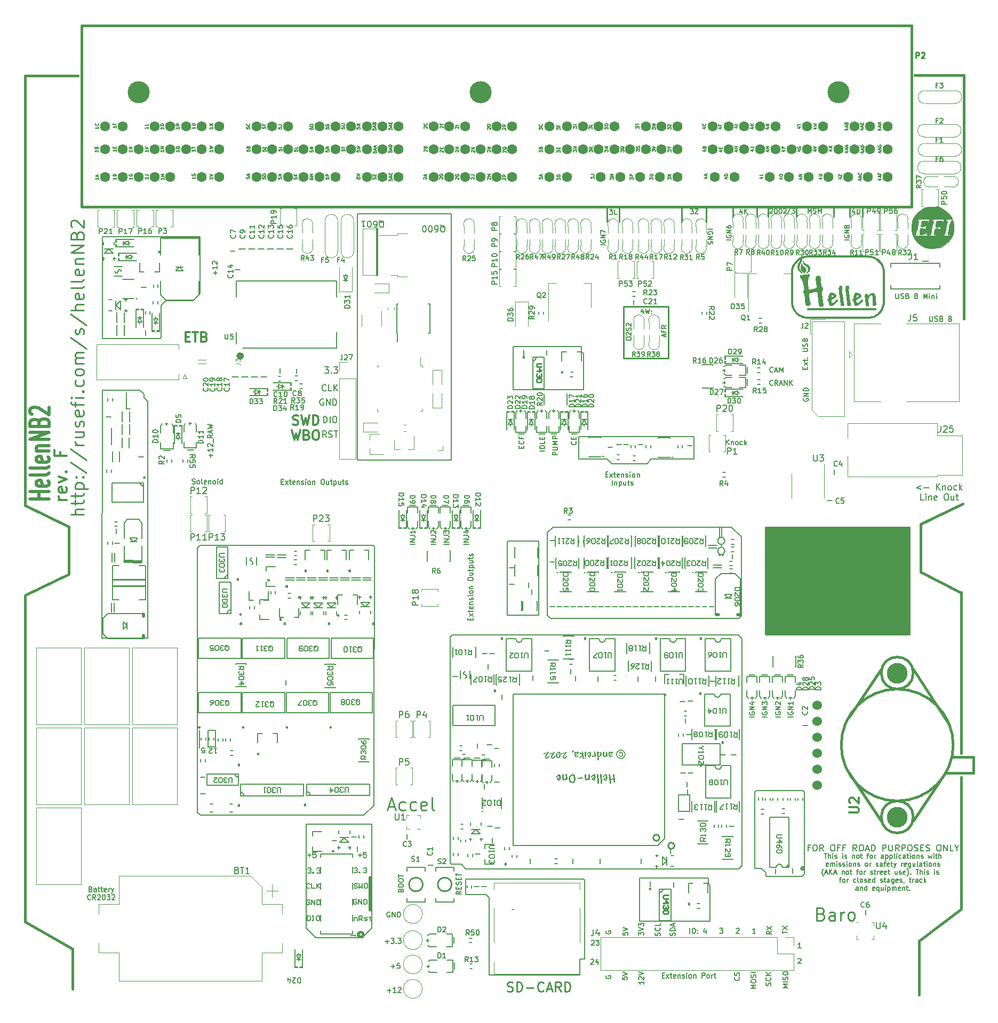
<source format=gto>
G75*
G70*
%OFA0B0*%
%FSLAX25Y25*%
%IPPOS*%
%LPD*%
%AMOC8*
5,1,8,0,0,1.08239X$1,22.5*
%
%ADD10C,0.00394*%
%ADD106C,0.00984*%
%ADD107C,0.01500*%
%ADD108C,0.00500*%
%ADD109C,0.00669*%
%ADD110C,0.00591*%
%ADD111C,0.01476*%
%ADD112C,0.00709*%
%ADD113C,0.00875*%
%ADD114C,0.01200*%
%ADD115C,0.00472*%
%ADD116C,0.00010*%
%ADD117C,0.00390*%
%ADD118C,0.02425*%
%ADD157C,0.01968*%
%ADD158C,0.00689*%
%ADD18C,0.06000*%
%ADD230C,0.00650*%
%ADD35C,0.13780*%
%ADD36C,0.06299*%
%ADD45C,0.13000*%
%ADD90C,0.00787*%
%ADD91C,0.01575*%
%ADD92C,0.01000*%
%ADD96C,0.01181*%
%ADD97C,0.00800*%
%ADD99C,0.01969*%
X0000000Y0000000D02*
%LPD*%
G01*
D106*
X0418936Y0497068D02*
X0418936Y0488068D01*
X0410637Y0435060D02*
X0410637Y0402777D01*
X0490557Y0497074D02*
X0490557Y0491074D01*
D107*
X0008471Y0579253D02*
X0041542Y0579352D01*
D106*
X0379936Y0497068D02*
X0379936Y0488068D01*
X0382684Y0402777D02*
X0410637Y0402777D01*
X0523936Y0497068D02*
X0523936Y0491068D01*
X0382684Y0435060D02*
X0410637Y0435060D01*
D107*
X0568160Y0299016D02*
X0568160Y0269094D01*
D106*
X0372272Y0496947D02*
X0372272Y0487947D01*
D107*
X0567274Y0038210D02*
X0593258Y0057895D01*
X0595129Y0579745D02*
X0564377Y0579745D01*
X0594538Y0311614D02*
X0568160Y0299016D01*
X0595129Y0427383D02*
X0595129Y0578761D01*
X0035882Y0267541D02*
X0035882Y0297462D01*
X0035882Y0297462D02*
X0008570Y0310848D01*
D106*
X0472936Y0497068D02*
X0472936Y0491068D01*
D107*
X0009504Y0254942D02*
X0035882Y0267541D01*
D106*
X0561326Y0296970D02*
X0471168Y0296970D01*
X0471168Y0296970D02*
X0471168Y0230041D01*
X0471168Y0230041D02*
X0561326Y0230041D01*
X0561326Y0230041D02*
X0561326Y0296970D01*
G36*
X0561326Y0296970D02*
G01*
X0471168Y0296970D01*
X0471168Y0230041D01*
X0561326Y0230041D01*
X0561326Y0296970D01*
G37*
X0382684Y0435060D02*
X0382684Y0402777D01*
X0465936Y0497068D02*
X0465936Y0491068D01*
X0513936Y0497068D02*
X0513936Y0491068D01*
X0434180Y0496967D02*
X0434180Y0487967D01*
X0450936Y0497068D02*
X0450936Y0491068D01*
X0531936Y0497068D02*
X0531936Y0491068D01*
D107*
X0038196Y0008289D02*
X0038042Y0032698D01*
X0008514Y0311143D02*
X0008514Y0579253D01*
X0568160Y0269094D02*
X0592963Y0256496D01*
X0567329Y0004773D02*
X0567329Y0038407D01*
X0038042Y0033465D02*
X0008514Y0050394D01*
X0593554Y0155561D02*
X0593554Y0256419D01*
X0008514Y0050415D02*
X0008514Y0254352D01*
X0593554Y0058682D02*
X0593554Y0140600D01*
D108*
X0215800Y0547117D02*
X0215800Y0546165D01*
X0216752Y0546069D01*
X0216657Y0546165D01*
X0216562Y0546355D01*
X0216562Y0546831D01*
X0216657Y0547022D01*
X0216752Y0547117D01*
X0216943Y0547212D01*
X0217419Y0547212D01*
X0217609Y0547117D01*
X0217705Y0547022D01*
X0217800Y0546831D01*
X0217800Y0546355D01*
X0217705Y0546165D01*
X0217609Y0546069D01*
X0215800Y0547879D02*
X0217800Y0549212D01*
X0215800Y0549212D02*
X0217800Y0547879D01*
X0432631Y0547037D02*
X0433965Y0547037D01*
X0431869Y0546560D02*
X0433298Y0546084D01*
X0433298Y0547322D01*
X0433774Y0549227D02*
X0433869Y0549132D01*
X0433965Y0548846D01*
X0433965Y0548656D01*
X0433869Y0548370D01*
X0433679Y0548179D01*
X0433488Y0548084D01*
X0433108Y0547989D01*
X0432822Y0547989D01*
X0432441Y0548084D01*
X0432250Y0548179D01*
X0432060Y0548370D01*
X0431965Y0548656D01*
X0431965Y0548846D01*
X0432060Y0549132D01*
X0432155Y0549227D01*
X0146981Y0547207D02*
X0146981Y0546254D01*
X0147934Y0546159D01*
X0147838Y0546254D01*
X0147743Y0546445D01*
X0147743Y0546921D01*
X0147838Y0547111D01*
X0147934Y0547207D01*
X0148124Y0547302D01*
X0148600Y0547302D01*
X0148791Y0547207D01*
X0148886Y0547111D01*
X0148981Y0546921D01*
X0148981Y0546445D01*
X0148886Y0546254D01*
X0148791Y0546159D01*
X0148791Y0549302D02*
X0148886Y0549207D01*
X0148981Y0548921D01*
X0148981Y0548731D01*
X0148886Y0548445D01*
X0148695Y0548254D01*
X0148505Y0548159D01*
X0148124Y0548064D01*
X0147838Y0548064D01*
X0147457Y0548159D01*
X0147267Y0548254D01*
X0147076Y0548445D01*
X0146981Y0548731D01*
X0146981Y0548921D01*
X0147076Y0549207D01*
X0147172Y0549302D01*
X0370701Y0545945D02*
X0370701Y0547183D01*
X0371463Y0546516D01*
X0371463Y0546802D01*
X0371558Y0546992D01*
X0371653Y0547087D01*
X0371844Y0547183D01*
X0372320Y0547183D01*
X0372510Y0547087D01*
X0372606Y0546992D01*
X0372701Y0546802D01*
X0372701Y0546230D01*
X0372606Y0546040D01*
X0372510Y0545945D01*
X0370701Y0548421D02*
X0370701Y0548802D01*
X0370796Y0548992D01*
X0370987Y0549183D01*
X0371368Y0549278D01*
X0372034Y0549278D01*
X0372415Y0549183D01*
X0372606Y0548992D01*
X0372701Y0548802D01*
X0372701Y0548421D01*
X0372606Y0548230D01*
X0372415Y0548040D01*
X0372034Y0547945D01*
X0371368Y0547945D01*
X0370987Y0548040D01*
X0370796Y0548230D01*
X0370701Y0548421D01*
X0287694Y0531599D02*
X0287598Y0531694D01*
X0287503Y0531884D01*
X0287503Y0532361D01*
X0287598Y0532551D01*
X0287694Y0532646D01*
X0287884Y0532741D01*
X0288075Y0532741D01*
X0288360Y0532646D01*
X0289503Y0531503D01*
X0289503Y0532741D01*
X0289503Y0533599D02*
X0287503Y0533599D01*
X0289503Y0534741D02*
X0288360Y0533884D01*
X0287503Y0534741D02*
X0288646Y0533599D01*
D109*
X0281156Y0069364D02*
X0279656Y0068314D01*
X0281156Y0067564D02*
X0278006Y0067564D01*
X0278006Y0068764D01*
X0278156Y0069064D01*
X0278306Y0069214D01*
X0278606Y0069364D01*
X0279056Y0069364D01*
X0279356Y0069214D01*
X0279506Y0069064D01*
X0279656Y0068764D01*
X0279656Y0067564D01*
X0279506Y0070714D02*
X0279506Y0071764D01*
X0281156Y0072214D02*
X0281156Y0070714D01*
X0278006Y0070714D01*
X0278006Y0072214D01*
X0281006Y0073413D02*
X0281156Y0073863D01*
X0281156Y0074613D01*
X0281006Y0074913D01*
X0280856Y0075063D01*
X0280556Y0075213D01*
X0280256Y0075213D01*
X0279956Y0075063D01*
X0279806Y0074913D01*
X0279656Y0074613D01*
X0279506Y0074013D01*
X0279356Y0073713D01*
X0279206Y0073563D01*
X0278906Y0073413D01*
X0278606Y0073413D01*
X0278306Y0073563D01*
X0278156Y0073713D01*
X0278006Y0074013D01*
X0278006Y0074763D01*
X0278156Y0075213D01*
X0279506Y0076563D02*
X0279506Y0077613D01*
X0281156Y0078063D02*
X0281156Y0076563D01*
X0278006Y0076563D01*
X0278006Y0078063D01*
X0278006Y0078963D02*
X0278006Y0080762D01*
X0281156Y0079863D02*
X0278006Y0079863D01*
X0237169Y0022434D02*
X0239569Y0022434D01*
X0238369Y0021234D02*
X0238369Y0023634D01*
X0242568Y0024384D02*
X0241069Y0024384D01*
X0240919Y0022884D01*
X0241069Y0023034D01*
X0241369Y0023184D01*
X0242119Y0023184D01*
X0242418Y0023034D01*
X0242568Y0022884D01*
X0242718Y0022584D01*
X0242718Y0021834D01*
X0242568Y0021534D01*
X0242418Y0021384D01*
X0242119Y0021234D01*
X0241369Y0021234D01*
X0241069Y0021384D01*
X0240919Y0021534D01*
D110*
X0497780Y0493441D02*
X0497780Y0496441D01*
X0498780Y0494299D01*
X0499780Y0496441D01*
X0499780Y0493441D01*
X0501066Y0493584D02*
X0501495Y0493441D01*
X0502209Y0493441D01*
X0502495Y0493584D01*
X0502638Y0493727D01*
X0502780Y0494013D01*
X0502780Y0494299D01*
X0502638Y0494584D01*
X0502495Y0494727D01*
X0502209Y0494870D01*
X0501638Y0495013D01*
X0501352Y0495156D01*
X0501209Y0495299D01*
X0501066Y0495584D01*
X0501066Y0495870D01*
X0501209Y0496156D01*
X0501352Y0496299D01*
X0501638Y0496441D01*
X0502352Y0496441D01*
X0502780Y0496299D01*
X0504066Y0493441D02*
X0504066Y0496441D01*
X0505066Y0494299D01*
X0506066Y0496441D01*
X0506066Y0493441D01*
D108*
X0226102Y0532095D02*
X0226102Y0531143D01*
X0227054Y0531047D01*
X0226959Y0531143D01*
X0226864Y0531333D01*
X0226864Y0531809D01*
X0226959Y0532000D01*
X0227054Y0532095D01*
X0227245Y0532190D01*
X0227721Y0532190D01*
X0227912Y0532095D01*
X0228007Y0532000D01*
X0228102Y0531809D01*
X0228102Y0531333D01*
X0228007Y0531143D01*
X0227912Y0531047D01*
X0227531Y0532952D02*
X0227531Y0533905D01*
X0228102Y0532762D02*
X0226102Y0533428D01*
X0228102Y0534095D01*
X0227531Y0534666D02*
X0227531Y0535619D01*
X0228102Y0534476D02*
X0226102Y0535143D01*
X0228102Y0535809D01*
X0480682Y0515512D02*
X0482015Y0515512D01*
X0479920Y0515036D02*
X0481348Y0514560D01*
X0481348Y0515798D01*
X0480015Y0516941D02*
X0480015Y0517322D01*
X0480110Y0517512D01*
X0480301Y0517702D01*
X0480682Y0517798D01*
X0481348Y0517798D01*
X0481729Y0517702D01*
X0481920Y0517512D01*
X0482015Y0517322D01*
X0482015Y0516941D01*
X0481920Y0516750D01*
X0481729Y0516560D01*
X0481348Y0516464D01*
X0480682Y0516464D01*
X0480301Y0516560D01*
X0480110Y0516750D01*
X0480015Y0516941D01*
X0462370Y0547015D02*
X0463703Y0547015D01*
X0461608Y0546539D02*
X0463037Y0546063D01*
X0463037Y0547301D01*
X0463703Y0548063D02*
X0461703Y0548063D01*
X0463703Y0549205D02*
X0462561Y0548348D01*
X0461703Y0549205D02*
X0462846Y0548063D01*
X0472229Y0532746D02*
X0473562Y0532746D01*
X0471467Y0532269D02*
X0472895Y0531793D01*
X0472895Y0533031D01*
X0473562Y0533793D02*
X0471562Y0533793D01*
X0472990Y0534460D01*
X0471562Y0535127D01*
X0473562Y0535127D01*
D109*
X0475981Y0394172D02*
X0475832Y0394022D01*
X0475382Y0393872D01*
X0475082Y0393872D01*
X0474632Y0394022D01*
X0474332Y0394322D01*
X0474182Y0394622D01*
X0474032Y0395222D01*
X0474032Y0395672D01*
X0474182Y0396271D01*
X0474332Y0396571D01*
X0474632Y0396871D01*
X0475082Y0397021D01*
X0475382Y0397021D01*
X0475832Y0396871D01*
X0475981Y0396721D01*
X0477181Y0394772D02*
X0478681Y0394772D01*
X0476881Y0393872D02*
X0477931Y0397021D01*
X0478981Y0393872D01*
X0480031Y0393872D02*
X0480031Y0397021D01*
X0481081Y0394772D01*
X0482131Y0397021D01*
X0482131Y0393872D01*
D108*
X0085520Y0532879D02*
X0085520Y0531736D01*
X0085520Y0532307D02*
X0083520Y0532307D01*
X0083805Y0532117D01*
X0083996Y0531926D01*
X0084091Y0531736D01*
X0085520Y0533736D02*
X0083520Y0533736D01*
X0085520Y0534879D02*
X0084377Y0534022D01*
X0083520Y0534879D02*
X0084662Y0533736D01*
X0257914Y0532020D02*
X0257819Y0532115D01*
X0257724Y0532306D01*
X0257724Y0532782D01*
X0257819Y0532972D01*
X0257914Y0533067D01*
X0258105Y0533163D01*
X0258295Y0533163D01*
X0258581Y0533067D01*
X0259724Y0531925D01*
X0259724Y0533163D01*
X0258676Y0534687D02*
X0258771Y0534972D01*
X0258867Y0535067D01*
X0259057Y0535163D01*
X0259343Y0535163D01*
X0259533Y0535067D01*
X0259629Y0534972D01*
X0259724Y0534782D01*
X0259724Y0534020D01*
X0257724Y0534020D01*
X0257724Y0534687D01*
X0257819Y0534877D01*
X0257914Y0534972D01*
X0258105Y0535067D01*
X0258295Y0535067D01*
X0258486Y0534972D01*
X0258581Y0534877D01*
X0258676Y0534687D01*
X0258676Y0534020D01*
D109*
X0475056Y0044372D02*
X0473556Y0043322D01*
X0475056Y0042572D02*
X0471907Y0042572D01*
X0471907Y0043772D01*
X0472057Y0044072D01*
X0472207Y0044222D01*
X0472507Y0044372D01*
X0472957Y0044372D01*
X0473256Y0044222D01*
X0473406Y0044072D01*
X0473556Y0043772D01*
X0473556Y0042572D01*
X0471907Y0045422D02*
X0475056Y0047522D01*
X0471907Y0047522D02*
X0475056Y0045422D01*
D108*
X0329978Y0531572D02*
X0329978Y0532810D01*
X0330740Y0532143D01*
X0330740Y0532429D01*
X0330835Y0532620D01*
X0330930Y0532715D01*
X0331121Y0532810D01*
X0331597Y0532810D01*
X0331787Y0532715D01*
X0331883Y0532620D01*
X0331978Y0532429D01*
X0331978Y0531858D01*
X0331883Y0531667D01*
X0331787Y0531572D01*
X0330930Y0534334D02*
X0331025Y0534620D01*
X0331121Y0534715D01*
X0331311Y0534810D01*
X0331597Y0534810D01*
X0331787Y0534715D01*
X0331883Y0534620D01*
X0331978Y0534429D01*
X0331978Y0533667D01*
X0329978Y0533667D01*
X0329978Y0534334D01*
X0330073Y0534524D01*
X0330168Y0534620D01*
X0330359Y0534715D01*
X0330549Y0534715D01*
X0330740Y0534620D01*
X0330835Y0534524D01*
X0330930Y0534334D01*
X0330930Y0533667D01*
D110*
X0523691Y0476610D02*
X0520691Y0476610D01*
X0520834Y0479610D02*
X0520691Y0479325D01*
X0520691Y0478896D01*
X0520834Y0478467D01*
X0521120Y0478182D01*
X0521405Y0478039D01*
X0521977Y0477896D01*
X0522405Y0477896D01*
X0522977Y0478039D01*
X0523263Y0478182D01*
X0523548Y0478467D01*
X0523691Y0478896D01*
X0523691Y0479182D01*
X0523548Y0479610D01*
X0523405Y0479753D01*
X0522405Y0479753D01*
X0522405Y0479182D01*
X0523691Y0481039D02*
X0520691Y0481039D01*
X0523691Y0482753D01*
X0520691Y0482753D01*
X0521977Y0484610D02*
X0521834Y0484325D01*
X0521691Y0484182D01*
X0521405Y0484039D01*
X0521263Y0484039D01*
X0520977Y0484182D01*
X0520834Y0484325D01*
X0520691Y0484610D01*
X0520691Y0485182D01*
X0520834Y0485467D01*
X0520977Y0485610D01*
X0521263Y0485753D01*
X0521405Y0485753D01*
X0521691Y0485610D01*
X0521834Y0485467D01*
X0521977Y0485182D01*
X0521977Y0484610D01*
X0522120Y0484325D01*
X0522263Y0484182D01*
X0522548Y0484039D01*
X0523120Y0484039D01*
X0523405Y0484182D01*
X0523548Y0484325D01*
X0523691Y0484610D01*
X0523691Y0485182D01*
X0523548Y0485467D01*
X0523405Y0485610D01*
X0523120Y0485753D01*
X0522548Y0485753D01*
X0522263Y0485610D01*
X0522120Y0485467D01*
X0521977Y0485182D01*
D108*
X0307336Y0531414D02*
X0307241Y0531509D01*
X0307146Y0531699D01*
X0307146Y0532176D01*
X0307241Y0532366D01*
X0307336Y0532461D01*
X0307527Y0532557D01*
X0307717Y0532557D01*
X0308003Y0532461D01*
X0309146Y0531318D01*
X0309146Y0532557D01*
X0309336Y0534747D02*
X0309241Y0534557D01*
X0309051Y0534366D01*
X0308765Y0534080D01*
X0308670Y0533890D01*
X0308670Y0533699D01*
X0309146Y0533795D02*
X0309051Y0533604D01*
X0308860Y0533414D01*
X0308479Y0533318D01*
X0307813Y0533318D01*
X0307432Y0533414D01*
X0307241Y0533604D01*
X0307146Y0533795D01*
X0307146Y0534176D01*
X0307241Y0534366D01*
X0307432Y0534557D01*
X0307813Y0534652D01*
X0308479Y0534652D01*
X0308860Y0534557D01*
X0309051Y0534366D01*
X0309146Y0534176D01*
X0309146Y0533795D01*
X0297584Y0545862D02*
X0297488Y0545958D01*
X0297393Y0546148D01*
X0297393Y0546624D01*
X0297488Y0546815D01*
X0297584Y0546910D01*
X0297774Y0547005D01*
X0297965Y0547005D01*
X0298250Y0546910D01*
X0299393Y0545767D01*
X0299393Y0547005D01*
X0297393Y0548243D02*
X0297393Y0548624D01*
X0297488Y0548815D01*
X0297679Y0549005D01*
X0298060Y0549100D01*
X0298727Y0549100D01*
X0299108Y0549005D01*
X0299298Y0548815D01*
X0299393Y0548624D01*
X0299393Y0548243D01*
X0299298Y0548053D01*
X0299108Y0547862D01*
X0298727Y0547767D01*
X0298060Y0547767D01*
X0297679Y0547862D01*
X0297488Y0548053D01*
X0297393Y0548243D01*
X0492009Y0532914D02*
X0493342Y0532914D01*
X0491247Y0532438D02*
X0492675Y0531962D01*
X0492675Y0533200D01*
X0493247Y0533867D02*
X0493342Y0534152D01*
X0493342Y0534628D01*
X0493247Y0534819D01*
X0493152Y0534914D01*
X0492961Y0535009D01*
X0492771Y0535009D01*
X0492580Y0534914D01*
X0492485Y0534819D01*
X0492390Y0534628D01*
X0492294Y0534247D01*
X0492199Y0534057D01*
X0492104Y0533962D01*
X0491914Y0533867D01*
X0491723Y0533867D01*
X0491533Y0533962D01*
X0491437Y0534057D01*
X0491342Y0534247D01*
X0491342Y0534724D01*
X0491437Y0535009D01*
D110*
X0408381Y0416206D02*
X0408381Y0417635D01*
X0409238Y0415920D02*
X0406238Y0416920D01*
X0409238Y0417920D01*
X0407666Y0419920D02*
X0407666Y0418920D01*
X0409238Y0418920D02*
X0406238Y0418920D01*
X0406238Y0420349D01*
X0409238Y0423206D02*
X0407809Y0422206D01*
X0409238Y0421492D02*
X0406238Y0421492D01*
X0406238Y0422635D01*
X0406381Y0422920D01*
X0406523Y0423063D01*
X0406809Y0423206D01*
X0407238Y0423206D01*
X0407523Y0423063D01*
X0407666Y0422920D01*
X0407809Y0422635D01*
X0407809Y0421492D01*
D108*
X0277666Y0514566D02*
X0277571Y0514661D01*
X0277476Y0514851D01*
X0277476Y0515328D01*
X0277571Y0515518D01*
X0277666Y0515613D01*
X0277857Y0515709D01*
X0278047Y0515709D01*
X0278333Y0515613D01*
X0279476Y0514470D01*
X0279476Y0515709D01*
X0277571Y0517613D02*
X0277476Y0517423D01*
X0277476Y0517137D01*
X0277571Y0516851D01*
X0277761Y0516661D01*
X0277952Y0516566D01*
X0278333Y0516470D01*
X0278619Y0516470D01*
X0278999Y0516566D01*
X0279190Y0516661D01*
X0279380Y0516851D01*
X0279476Y0517137D01*
X0279476Y0517328D01*
X0279380Y0517613D01*
X0279285Y0517709D01*
X0278619Y0517709D01*
X0278619Y0517328D01*
D109*
X0573868Y0428911D02*
X0573868Y0426361D01*
X0574018Y0426062D01*
X0574168Y0425912D01*
X0574468Y0425762D01*
X0575068Y0425762D01*
X0575368Y0425912D01*
X0575517Y0426062D01*
X0575667Y0426361D01*
X0575667Y0428911D01*
X0577017Y0425912D02*
X0577467Y0425762D01*
X0578217Y0425762D01*
X0578517Y0425912D01*
X0578667Y0426062D01*
X0578817Y0426361D01*
X0578817Y0426661D01*
X0578667Y0426961D01*
X0578517Y0427111D01*
X0578217Y0427261D01*
X0577617Y0427411D01*
X0577317Y0427561D01*
X0577167Y0427711D01*
X0577017Y0428011D01*
X0577017Y0428311D01*
X0577167Y0428611D01*
X0577317Y0428761D01*
X0577617Y0428911D01*
X0578367Y0428911D01*
X0578817Y0428761D01*
X0581217Y0427411D02*
X0581667Y0427261D01*
X0581817Y0427111D01*
X0581967Y0426811D01*
X0581967Y0426361D01*
X0581817Y0426062D01*
X0581667Y0425912D01*
X0581367Y0425762D01*
X0580167Y0425762D01*
X0580167Y0428911D01*
X0581217Y0428911D01*
X0581517Y0428761D01*
X0581667Y0428611D01*
X0581817Y0428311D01*
X0581817Y0428011D01*
X0581667Y0427711D01*
X0581517Y0427561D01*
X0581217Y0427411D01*
X0580167Y0427411D01*
X0586766Y0427411D02*
X0587216Y0427261D01*
X0587366Y0427111D01*
X0587516Y0426811D01*
X0587516Y0426361D01*
X0587366Y0426062D01*
X0587216Y0425912D01*
X0586916Y0425762D01*
X0585716Y0425762D01*
X0585716Y0428911D01*
X0586766Y0428911D01*
X0587066Y0428761D01*
X0587216Y0428611D01*
X0587366Y0428311D01*
X0587366Y0428011D01*
X0587216Y0427711D01*
X0587066Y0427561D01*
X0586766Y0427411D01*
X0585716Y0427411D01*
D108*
X0235711Y0532310D02*
X0235711Y0531357D01*
X0236663Y0531262D01*
X0236568Y0531357D01*
X0236473Y0531548D01*
X0236473Y0532024D01*
X0236568Y0532215D01*
X0236663Y0532310D01*
X0236854Y0532405D01*
X0237330Y0532405D01*
X0237520Y0532310D01*
X0237615Y0532215D01*
X0237711Y0532024D01*
X0237711Y0531548D01*
X0237615Y0531357D01*
X0237520Y0531262D01*
X0237139Y0533167D02*
X0237139Y0534119D01*
X0237711Y0532976D02*
X0235711Y0533643D01*
X0237711Y0534310D01*
X0237711Y0534976D02*
X0235711Y0534976D01*
X0235711Y0535453D01*
X0235806Y0535738D01*
X0235996Y0535929D01*
X0236187Y0536024D01*
X0236568Y0536119D01*
X0236854Y0536119D01*
X0237234Y0536024D01*
X0237425Y0535929D01*
X0237615Y0535738D01*
X0237711Y0535453D01*
X0237711Y0534976D01*
X0125767Y0547278D02*
X0125767Y0546135D01*
X0125767Y0546706D02*
X0123767Y0546706D01*
X0124053Y0546516D01*
X0124243Y0546325D01*
X0124338Y0546135D01*
X0123767Y0547945D02*
X0125767Y0549278D01*
X0123767Y0549278D02*
X0125767Y0547945D01*
X0297721Y0531714D02*
X0297626Y0531809D01*
X0297531Y0532000D01*
X0297531Y0532476D01*
X0297626Y0532666D01*
X0297721Y0532762D01*
X0297912Y0532857D01*
X0298102Y0532857D01*
X0298388Y0532762D01*
X0299531Y0531619D01*
X0299531Y0532857D01*
X0299531Y0533714D02*
X0297531Y0533714D01*
X0299531Y0534857D01*
X0297531Y0534857D01*
D96*
X0034671Y0314166D02*
X0029422Y0314166D01*
X0030921Y0314166D02*
X0030172Y0314541D01*
X0029797Y0314916D01*
X0029422Y0315666D01*
X0029422Y0316416D01*
X0034296Y0322040D02*
X0034671Y0321290D01*
X0034671Y0319790D01*
X0034296Y0319041D01*
X0033546Y0318666D01*
X0030547Y0318666D01*
X0029797Y0319041D01*
X0029422Y0319790D01*
X0029422Y0321290D01*
X0029797Y0322040D01*
X0030547Y0322415D01*
X0031296Y0322415D01*
X0032046Y0318666D01*
X0029422Y0325040D02*
X0034671Y0326915D01*
X0029422Y0328789D01*
X0033921Y0331789D02*
X0034296Y0332164D01*
X0034671Y0331789D01*
X0034296Y0331414D01*
X0033921Y0331789D01*
X0034671Y0331789D01*
X0030547Y0344162D02*
X0030547Y0341538D01*
X0034671Y0341538D02*
X0026797Y0341538D01*
X0026797Y0345287D01*
D109*
X0481749Y0042910D02*
X0481749Y0044710D01*
X0484899Y0043810D02*
X0481749Y0043810D01*
X0481749Y0045459D02*
X0484899Y0047559D01*
X0481749Y0047559D02*
X0484899Y0045459D01*
D108*
X0362184Y0514908D02*
X0362184Y0516146D01*
X0362946Y0515480D01*
X0362946Y0515766D01*
X0363042Y0515956D01*
X0363137Y0516051D01*
X0363327Y0516146D01*
X0363804Y0516146D01*
X0363994Y0516051D01*
X0364089Y0515956D01*
X0364184Y0515766D01*
X0364184Y0515194D01*
X0364089Y0515004D01*
X0363994Y0514908D01*
X0362184Y0517575D02*
X0363613Y0517575D01*
X0363899Y0517480D01*
X0364089Y0517289D01*
X0364184Y0517004D01*
X0364184Y0516813D01*
D109*
X0464361Y0178344D02*
X0461211Y0178344D01*
X0461361Y0181493D02*
X0461211Y0181194D01*
X0461211Y0180744D01*
X0461361Y0180294D01*
X0461661Y0179994D01*
X0461961Y0179844D01*
X0462561Y0179694D01*
X0463011Y0179694D01*
X0463611Y0179844D01*
X0463911Y0179994D01*
X0464211Y0180294D01*
X0464361Y0180744D01*
X0464361Y0181044D01*
X0464211Y0181493D01*
X0464061Y0181643D01*
X0463011Y0181643D01*
X0463011Y0181044D01*
X0464361Y0182993D02*
X0461211Y0182993D01*
X0464361Y0184793D01*
X0461211Y0184793D01*
X0462261Y0187643D02*
X0464361Y0187643D01*
X0461061Y0186893D02*
X0463311Y0186143D01*
X0463311Y0188093D01*
D108*
X0340893Y0514258D02*
X0340893Y0515496D01*
X0341655Y0514830D01*
X0341655Y0515115D01*
X0341750Y0515306D01*
X0341846Y0515401D01*
X0342036Y0515496D01*
X0342512Y0515496D01*
X0342703Y0515401D01*
X0342798Y0515306D01*
X0342893Y0515115D01*
X0342893Y0514544D01*
X0342798Y0514353D01*
X0342703Y0514258D01*
X0342893Y0516353D02*
X0340893Y0516353D01*
X0340893Y0516830D01*
X0340988Y0517115D01*
X0341179Y0517306D01*
X0341369Y0517401D01*
X0341750Y0517496D01*
X0342036Y0517496D01*
X0342417Y0517401D01*
X0342608Y0517306D01*
X0342798Y0517115D01*
X0342893Y0516830D01*
X0342893Y0516353D01*
X0206459Y0533296D02*
X0206459Y0532344D01*
X0207412Y0532249D01*
X0207316Y0532344D01*
X0207221Y0532535D01*
X0207221Y0533011D01*
X0207316Y0533201D01*
X0207412Y0533296D01*
X0207602Y0533392D01*
X0208078Y0533392D01*
X0208269Y0533296D01*
X0208364Y0533201D01*
X0208459Y0533011D01*
X0208459Y0532535D01*
X0208364Y0532344D01*
X0208269Y0532249D01*
X0206459Y0533963D02*
X0206459Y0535106D01*
X0208459Y0534535D02*
X0206459Y0534535D01*
D109*
X0485292Y0009108D02*
X0482143Y0009108D01*
X0484393Y0010158D01*
X0482143Y0011208D01*
X0485292Y0011208D01*
X0485292Y0012707D02*
X0482143Y0012707D01*
X0485142Y0014057D02*
X0485292Y0014507D01*
X0485292Y0015257D01*
X0485142Y0015557D01*
X0484992Y0015707D01*
X0484693Y0015857D01*
X0484393Y0015857D01*
X0484093Y0015707D01*
X0483943Y0015557D01*
X0483793Y0015257D01*
X0483643Y0014657D01*
X0483493Y0014357D01*
X0483343Y0014207D01*
X0483043Y0014057D01*
X0482743Y0014057D01*
X0482443Y0014207D01*
X0482293Y0014357D01*
X0482143Y0014657D01*
X0482143Y0015407D01*
X0482293Y0015857D01*
X0482143Y0017807D02*
X0482143Y0018407D01*
X0482293Y0018707D01*
X0482593Y0019007D01*
X0483193Y0019157D01*
X0484243Y0019157D01*
X0484843Y0019007D01*
X0485142Y0018707D01*
X0485292Y0018407D01*
X0485292Y0017807D01*
X0485142Y0017507D01*
X0484843Y0017207D01*
X0484243Y0017057D01*
X0483193Y0017057D01*
X0482593Y0017207D01*
X0482293Y0017507D01*
X0482143Y0017807D01*
X0285786Y0286253D02*
X0282636Y0286253D01*
X0285786Y0287753D02*
X0282636Y0287753D01*
X0285786Y0289553D01*
X0282636Y0289553D01*
X0282636Y0291953D02*
X0284886Y0291953D01*
X0285336Y0291803D01*
X0285636Y0291503D01*
X0285786Y0291053D01*
X0285786Y0290753D01*
X0283686Y0294802D02*
X0285786Y0294802D01*
X0282486Y0294052D02*
X0284736Y0293302D01*
X0284736Y0295252D01*
D108*
X0531263Y0546253D02*
X0532596Y0546253D01*
X0530501Y0545777D02*
X0531929Y0545301D01*
X0531929Y0546539D01*
X0532025Y0547205D02*
X0532025Y0548158D01*
X0532596Y0547015D02*
X0530596Y0547682D01*
X0532596Y0548348D01*
X0531549Y0549015D02*
X0531549Y0549682D01*
X0532596Y0549967D02*
X0532596Y0549015D01*
X0530596Y0549015D01*
X0530596Y0549967D01*
X0095135Y0547117D02*
X0095135Y0545974D01*
X0095135Y0546546D02*
X0093135Y0546546D01*
X0093421Y0546355D01*
X0093611Y0546165D01*
X0093706Y0545974D01*
X0093135Y0548355D02*
X0093135Y0548736D01*
X0093230Y0548926D01*
X0093421Y0549117D01*
X0093802Y0549212D01*
X0094468Y0549212D01*
X0094849Y0549117D01*
X0095040Y0548926D01*
X0095135Y0548736D01*
X0095135Y0548355D01*
X0095040Y0548165D01*
X0094849Y0547974D01*
X0094468Y0547879D01*
X0093802Y0547879D01*
X0093421Y0547974D01*
X0093230Y0548165D01*
X0093135Y0548355D01*
X0410124Y0545899D02*
X0410124Y0547137D01*
X0410886Y0546471D01*
X0410886Y0546756D01*
X0410981Y0546947D01*
X0411076Y0547042D01*
X0411267Y0547137D01*
X0411743Y0547137D01*
X0411934Y0547042D01*
X0412029Y0546947D01*
X0412124Y0546756D01*
X0412124Y0546185D01*
X0412029Y0545994D01*
X0411934Y0545899D01*
X0410124Y0547804D02*
X0410124Y0549137D01*
X0412124Y0547804D01*
X0412124Y0549137D01*
D106*
X0309941Y0007080D02*
X0310784Y0006798D01*
X0312190Y0006798D01*
X0312753Y0007080D01*
X0313034Y0007361D01*
X0313315Y0007923D01*
X0313315Y0008486D01*
X0313034Y0009048D01*
X0312753Y0009329D01*
X0312190Y0009610D01*
X0311065Y0009892D01*
X0310503Y0010173D01*
X0310222Y0010454D01*
X0309941Y0011017D01*
X0309941Y0011579D01*
X0310222Y0012141D01*
X0310503Y0012423D01*
X0311065Y0012704D01*
X0312471Y0012704D01*
X0313315Y0012423D01*
X0315846Y0006798D02*
X0315846Y0012704D01*
X0317252Y0012704D01*
X0318096Y0012423D01*
X0318658Y0011860D01*
X0318939Y0011298D01*
X0319221Y0010173D01*
X0319221Y0009329D01*
X0318939Y0008204D01*
X0318658Y0007642D01*
X0318096Y0007080D01*
X0317252Y0006798D01*
X0315846Y0006798D01*
X0321752Y0009048D02*
X0326251Y0009048D01*
X0332438Y0007361D02*
X0332156Y0007080D01*
X0331313Y0006798D01*
X0330750Y0006798D01*
X0329907Y0007080D01*
X0329344Y0007642D01*
X0329063Y0008204D01*
X0328782Y0009329D01*
X0328782Y0010173D01*
X0329063Y0011298D01*
X0329344Y0011860D01*
X0329907Y0012423D01*
X0330750Y0012704D01*
X0331313Y0012704D01*
X0332156Y0012423D01*
X0332438Y0012141D01*
X0334687Y0008486D02*
X0337500Y0008486D01*
X0334125Y0006798D02*
X0336094Y0012704D01*
X0338062Y0006798D01*
X0343405Y0006798D02*
X0341437Y0009610D01*
X0340031Y0006798D02*
X0340031Y0012704D01*
X0342280Y0012704D01*
X0342843Y0012423D01*
X0343124Y0012141D01*
X0343405Y0011579D01*
X0343405Y0010735D01*
X0343124Y0010173D01*
X0342843Y0009892D01*
X0342280Y0009610D01*
X0340031Y0009610D01*
X0345936Y0006798D02*
X0345936Y0012704D01*
X0347342Y0012704D01*
X0348186Y0012423D01*
X0348748Y0011860D01*
X0349029Y0011298D01*
X0349311Y0010173D01*
X0349311Y0009329D01*
X0349029Y0008204D01*
X0348748Y0007642D01*
X0348186Y0007080D01*
X0347342Y0006798D01*
X0345936Y0006798D01*
D108*
X0501730Y0533031D02*
X0503063Y0533031D01*
X0500968Y0532555D02*
X0502396Y0532079D01*
X0502396Y0533317D01*
X0501063Y0533793D02*
X0503063Y0534460D01*
X0501063Y0535127D01*
X0370838Y0531796D02*
X0370838Y0533034D01*
X0371600Y0532368D01*
X0371600Y0532653D01*
X0371695Y0532844D01*
X0371791Y0532939D01*
X0371981Y0533034D01*
X0372457Y0533034D01*
X0372648Y0532939D01*
X0372743Y0532844D01*
X0372838Y0532653D01*
X0372838Y0532082D01*
X0372743Y0531891D01*
X0372648Y0531796D01*
X0372838Y0533891D02*
X0370838Y0533891D01*
X0372838Y0535034D01*
X0370838Y0535034D01*
X0105025Y0533009D02*
X0105025Y0531867D01*
X0105025Y0532438D02*
X0103025Y0532438D01*
X0103311Y0532247D01*
X0103501Y0532057D01*
X0103597Y0531867D01*
X0105216Y0535200D02*
X0105120Y0535009D01*
X0104930Y0534819D01*
X0104644Y0534533D01*
X0104549Y0534343D01*
X0104549Y0534152D01*
X0105025Y0534247D02*
X0104930Y0534057D01*
X0104739Y0533867D01*
X0104358Y0533771D01*
X0103692Y0533771D01*
X0103311Y0533867D01*
X0103120Y0534057D01*
X0103025Y0534247D01*
X0103025Y0534628D01*
X0103120Y0534819D01*
X0103311Y0535009D01*
X0103692Y0535105D01*
X0104358Y0535105D01*
X0104739Y0535009D01*
X0104930Y0534819D01*
X0105025Y0534628D01*
X0105025Y0534247D01*
D110*
X0568670Y0322932D02*
X0565670Y0321807D01*
X0568670Y0320682D01*
X0570170Y0321619D02*
X0573544Y0321619D01*
X0578044Y0320307D02*
X0578044Y0324244D01*
X0580293Y0320307D02*
X0578606Y0322557D01*
X0580293Y0324244D02*
X0578044Y0321994D01*
X0581981Y0322932D02*
X0581981Y0320307D01*
X0581981Y0322557D02*
X0582168Y0322744D01*
X0582543Y0322932D01*
X0583106Y0322932D01*
X0583481Y0322744D01*
X0583668Y0322369D01*
X0583668Y0320307D01*
X0586105Y0320307D02*
X0585730Y0320494D01*
X0585543Y0320682D01*
X0585355Y0321057D01*
X0585355Y0322182D01*
X0585543Y0322557D01*
X0585730Y0322744D01*
X0586105Y0322932D01*
X0586668Y0322932D01*
X0587043Y0322744D01*
X0587230Y0322557D01*
X0587418Y0322182D01*
X0587418Y0321057D01*
X0587230Y0320682D01*
X0587043Y0320494D01*
X0586668Y0320307D01*
X0586105Y0320307D01*
X0590792Y0320494D02*
X0590417Y0320307D01*
X0589667Y0320307D01*
X0589292Y0320494D01*
X0589105Y0320682D01*
X0588917Y0321057D01*
X0588917Y0322182D01*
X0589105Y0322557D01*
X0589292Y0322744D01*
X0589667Y0322932D01*
X0590417Y0322932D01*
X0590792Y0322744D01*
X0592479Y0320307D02*
X0592479Y0324244D01*
X0592854Y0321807D02*
X0593979Y0320307D01*
X0593979Y0322932D02*
X0592479Y0321432D01*
X0570076Y0313968D02*
X0568201Y0313968D01*
X0568201Y0317905D01*
X0571388Y0313968D02*
X0571388Y0316593D01*
X0571388Y0317905D02*
X0571201Y0317718D01*
X0571388Y0317530D01*
X0571576Y0317718D01*
X0571388Y0317905D01*
X0571388Y0317530D01*
X0573263Y0316593D02*
X0573263Y0313968D01*
X0573263Y0316218D02*
X0573451Y0316406D01*
X0573826Y0316593D01*
X0574388Y0316593D01*
X0574763Y0316406D01*
X0574950Y0316031D01*
X0574950Y0313968D01*
X0578325Y0314156D02*
X0577950Y0313968D01*
X0577200Y0313968D01*
X0576825Y0314156D01*
X0576638Y0314531D01*
X0576638Y0316031D01*
X0576825Y0316406D01*
X0577200Y0316593D01*
X0577950Y0316593D01*
X0578325Y0316406D01*
X0578512Y0316031D01*
X0578512Y0315656D01*
X0576638Y0315281D01*
X0583949Y0317905D02*
X0584699Y0317905D01*
X0585074Y0317718D01*
X0585449Y0317343D01*
X0585637Y0316593D01*
X0585637Y0315281D01*
X0585449Y0314531D01*
X0585074Y0314156D01*
X0584699Y0313968D01*
X0583949Y0313968D01*
X0583574Y0314156D01*
X0583199Y0314531D01*
X0583012Y0315281D01*
X0583012Y0316593D01*
X0583199Y0317343D01*
X0583574Y0317718D01*
X0583949Y0317905D01*
X0589011Y0316593D02*
X0589011Y0313968D01*
X0587324Y0316593D02*
X0587324Y0314531D01*
X0587511Y0314156D01*
X0587886Y0313968D01*
X0588449Y0313968D01*
X0588824Y0314156D01*
X0589011Y0314343D01*
X0590323Y0316593D02*
X0591823Y0316593D01*
X0590886Y0317905D02*
X0590886Y0314531D01*
X0591073Y0314156D01*
X0591448Y0313968D01*
X0591823Y0313968D01*
X0526908Y0495157D02*
X0526908Y0493157D01*
X0526194Y0496299D02*
X0525479Y0494157D01*
X0527336Y0494157D01*
X0528479Y0496157D02*
X0528479Y0493728D01*
X0528622Y0493442D01*
X0528765Y0493299D01*
X0529051Y0493157D01*
X0529622Y0493157D01*
X0529908Y0493299D01*
X0530051Y0493442D01*
X0530194Y0493728D01*
X0530194Y0496157D01*
D109*
X0168679Y0325443D02*
X0169729Y0325443D01*
X0170179Y0323793D02*
X0168679Y0323793D01*
X0168679Y0326943D01*
X0170179Y0326943D01*
X0171229Y0323793D02*
X0172879Y0325893D01*
X0171229Y0325893D02*
X0172879Y0323793D01*
X0173629Y0325893D02*
X0174829Y0325893D01*
X0174079Y0326943D02*
X0174079Y0324243D01*
X0174229Y0323943D01*
X0174529Y0323793D01*
X0174829Y0323793D01*
X0177078Y0323943D02*
X0176778Y0323793D01*
X0176178Y0323793D01*
X0175878Y0323943D01*
X0175728Y0324243D01*
X0175728Y0325443D01*
X0175878Y0325743D01*
X0176178Y0325893D01*
X0176778Y0325893D01*
X0177078Y0325743D01*
X0177228Y0325443D01*
X0177228Y0325143D01*
X0175728Y0324843D01*
X0178578Y0325893D02*
X0178578Y0323793D01*
X0178578Y0325593D02*
X0178728Y0325743D01*
X0179028Y0325893D01*
X0179478Y0325893D01*
X0179778Y0325743D01*
X0179928Y0325443D01*
X0179928Y0323793D01*
X0181278Y0323943D02*
X0181578Y0323793D01*
X0182178Y0323793D01*
X0182478Y0323943D01*
X0182628Y0324243D01*
X0182628Y0324393D01*
X0182478Y0324693D01*
X0182178Y0324843D01*
X0181728Y0324843D01*
X0181428Y0324993D01*
X0181278Y0325293D01*
X0181278Y0325443D01*
X0181428Y0325743D01*
X0181728Y0325893D01*
X0182178Y0325893D01*
X0182478Y0325743D01*
X0183977Y0323793D02*
X0183977Y0325893D01*
X0183977Y0326943D02*
X0183827Y0326793D01*
X0183977Y0326643D01*
X0184127Y0326793D01*
X0183977Y0326943D01*
X0183977Y0326643D01*
X0185927Y0323793D02*
X0185627Y0323943D01*
X0185477Y0324093D01*
X0185327Y0324393D01*
X0185327Y0325293D01*
X0185477Y0325593D01*
X0185627Y0325743D01*
X0185927Y0325893D01*
X0186377Y0325893D01*
X0186677Y0325743D01*
X0186827Y0325593D01*
X0186977Y0325293D01*
X0186977Y0324393D01*
X0186827Y0324093D01*
X0186677Y0323943D01*
X0186377Y0323793D01*
X0185927Y0323793D01*
X0188327Y0325893D02*
X0188327Y0323793D01*
X0188327Y0325593D02*
X0188477Y0325743D01*
X0188777Y0325893D01*
X0189227Y0325893D01*
X0189527Y0325743D01*
X0189677Y0325443D01*
X0189677Y0323793D01*
X0194176Y0326943D02*
X0194776Y0326943D01*
X0195076Y0326793D01*
X0195376Y0326493D01*
X0195526Y0325893D01*
X0195526Y0324843D01*
X0195376Y0324243D01*
X0195076Y0323943D01*
X0194776Y0323793D01*
X0194176Y0323793D01*
X0193876Y0323943D01*
X0193576Y0324243D01*
X0193426Y0324843D01*
X0193426Y0325893D01*
X0193576Y0326493D01*
X0193876Y0326793D01*
X0194176Y0326943D01*
X0198226Y0325893D02*
X0198226Y0323793D01*
X0196876Y0325893D02*
X0196876Y0324243D01*
X0197026Y0323943D01*
X0197326Y0323793D01*
X0197776Y0323793D01*
X0198076Y0323943D01*
X0198226Y0324093D01*
X0199275Y0325893D02*
X0200475Y0325893D01*
X0199725Y0326943D02*
X0199725Y0324243D01*
X0199875Y0323943D01*
X0200175Y0323793D01*
X0200475Y0323793D01*
X0201525Y0325893D02*
X0201525Y0322743D01*
X0201525Y0325743D02*
X0201825Y0325893D01*
X0202425Y0325893D01*
X0202725Y0325743D01*
X0202875Y0325593D01*
X0203025Y0325293D01*
X0203025Y0324393D01*
X0202875Y0324093D01*
X0202725Y0323943D01*
X0202425Y0323793D01*
X0201825Y0323793D01*
X0201525Y0323943D01*
X0205725Y0325893D02*
X0205725Y0323793D01*
X0204375Y0325893D02*
X0204375Y0324243D01*
X0204525Y0323943D01*
X0204825Y0323793D01*
X0205275Y0323793D01*
X0205575Y0323943D01*
X0205725Y0324093D01*
X0206775Y0325893D02*
X0207974Y0325893D01*
X0207224Y0326943D02*
X0207224Y0324243D01*
X0207374Y0323943D01*
X0207674Y0323793D01*
X0207974Y0323793D01*
X0208874Y0323943D02*
X0209174Y0323793D01*
X0209774Y0323793D01*
X0210074Y0323943D01*
X0210224Y0324243D01*
X0210224Y0324393D01*
X0210074Y0324693D01*
X0209774Y0324843D01*
X0209324Y0324843D01*
X0209024Y0324993D01*
X0208874Y0325293D01*
X0208874Y0325443D01*
X0209024Y0325743D01*
X0209324Y0325893D01*
X0209774Y0325893D01*
X0210074Y0325743D01*
X0286790Y0238969D02*
X0286790Y0240019D01*
X0288439Y0240469D02*
X0288439Y0238969D01*
X0285290Y0238969D01*
X0285290Y0240469D01*
X0288439Y0241519D02*
X0286340Y0243169D01*
X0286340Y0241519D02*
X0288439Y0243169D01*
X0286340Y0243919D02*
X0286340Y0245119D01*
X0285290Y0244369D02*
X0287989Y0244369D01*
X0288289Y0244519D01*
X0288439Y0244819D01*
X0288439Y0245119D01*
X0288289Y0247368D02*
X0288439Y0247068D01*
X0288439Y0246468D01*
X0288289Y0246168D01*
X0287989Y0246018D01*
X0286790Y0246018D01*
X0286490Y0246168D01*
X0286340Y0246468D01*
X0286340Y0247068D01*
X0286490Y0247368D01*
X0286790Y0247518D01*
X0287089Y0247518D01*
X0287389Y0246018D01*
X0286340Y0248868D02*
X0288439Y0248868D01*
X0286640Y0248868D02*
X0286490Y0249018D01*
X0286340Y0249318D01*
X0286340Y0249768D01*
X0286490Y0250068D01*
X0286790Y0250218D01*
X0288439Y0250218D01*
X0288289Y0251568D02*
X0288439Y0251868D01*
X0288439Y0252468D01*
X0288289Y0252768D01*
X0287989Y0252918D01*
X0287839Y0252918D01*
X0287539Y0252768D01*
X0287389Y0252468D01*
X0287389Y0252018D01*
X0287239Y0251718D01*
X0286939Y0251568D01*
X0286790Y0251568D01*
X0286490Y0251718D01*
X0286340Y0252018D01*
X0286340Y0252468D01*
X0286490Y0252768D01*
X0288439Y0254267D02*
X0286340Y0254267D01*
X0285290Y0254267D02*
X0285440Y0254117D01*
X0285590Y0254267D01*
X0285440Y0254417D01*
X0285290Y0254267D01*
X0285590Y0254267D01*
X0288439Y0256217D02*
X0288289Y0255917D01*
X0288139Y0255767D01*
X0287839Y0255617D01*
X0286939Y0255617D01*
X0286640Y0255767D01*
X0286490Y0255917D01*
X0286340Y0256217D01*
X0286340Y0256667D01*
X0286490Y0256967D01*
X0286640Y0257117D01*
X0286939Y0257267D01*
X0287839Y0257267D01*
X0288139Y0257117D01*
X0288289Y0256967D01*
X0288439Y0256667D01*
X0288439Y0256217D01*
X0286340Y0258617D02*
X0288439Y0258617D01*
X0286640Y0258617D02*
X0286490Y0258767D01*
X0286340Y0259067D01*
X0286340Y0259517D01*
X0286490Y0259817D01*
X0286790Y0259967D01*
X0288439Y0259967D01*
X0285290Y0264466D02*
X0285290Y0265066D01*
X0285440Y0265366D01*
X0285740Y0265666D01*
X0286340Y0265816D01*
X0287389Y0265816D01*
X0287989Y0265666D01*
X0288289Y0265366D01*
X0288439Y0265066D01*
X0288439Y0264466D01*
X0288289Y0264166D01*
X0287989Y0263866D01*
X0287389Y0263716D01*
X0286340Y0263716D01*
X0285740Y0263866D01*
X0285440Y0264166D01*
X0285290Y0264466D01*
X0286340Y0268516D02*
X0288439Y0268516D01*
X0286340Y0267166D02*
X0287989Y0267166D01*
X0288289Y0267316D01*
X0288439Y0267616D01*
X0288439Y0268066D01*
X0288289Y0268366D01*
X0288139Y0268516D01*
X0286340Y0269565D02*
X0286340Y0270765D01*
X0285290Y0270015D02*
X0287989Y0270015D01*
X0288289Y0270165D01*
X0288439Y0270465D01*
X0288439Y0270765D01*
X0286340Y0271815D02*
X0289489Y0271815D01*
X0286490Y0271815D02*
X0286340Y0272115D01*
X0286340Y0272715D01*
X0286490Y0273015D01*
X0286640Y0273165D01*
X0286939Y0273315D01*
X0287839Y0273315D01*
X0288139Y0273165D01*
X0288289Y0273015D01*
X0288439Y0272715D01*
X0288439Y0272115D01*
X0288289Y0271815D01*
X0286340Y0276015D02*
X0288439Y0276015D01*
X0286340Y0274665D02*
X0287989Y0274665D01*
X0288289Y0274815D01*
X0288439Y0275115D01*
X0288439Y0275565D01*
X0288289Y0275865D01*
X0288139Y0276015D01*
X0286340Y0277065D02*
X0286340Y0278264D01*
X0285290Y0277514D02*
X0287989Y0277514D01*
X0288289Y0277664D01*
X0288439Y0277964D01*
X0288439Y0278264D01*
X0288289Y0279164D02*
X0288439Y0279464D01*
X0288439Y0280064D01*
X0288289Y0280364D01*
X0287989Y0280514D01*
X0287839Y0280514D01*
X0287539Y0280364D01*
X0287389Y0280064D01*
X0287389Y0279614D01*
X0287239Y0279314D01*
X0286939Y0279164D01*
X0286790Y0279164D01*
X0286490Y0279314D01*
X0286340Y0279614D01*
X0286340Y0280064D01*
X0286490Y0280364D01*
D108*
X0529963Y0514687D02*
X0531296Y0514687D01*
X0529201Y0514210D02*
X0530630Y0513734D01*
X0530630Y0514972D01*
X0530725Y0515639D02*
X0530725Y0516591D01*
X0531296Y0515448D02*
X0529296Y0516115D01*
X0531296Y0516782D01*
X0531106Y0518591D02*
X0531201Y0518496D01*
X0531296Y0518210D01*
X0531296Y0518020D01*
X0531201Y0517734D01*
X0531011Y0517544D01*
X0530820Y0517448D01*
X0530439Y0517353D01*
X0530154Y0517353D01*
X0529773Y0517448D01*
X0529582Y0517544D01*
X0529392Y0517734D01*
X0529296Y0518020D01*
X0529296Y0518210D01*
X0529392Y0518496D01*
X0529487Y0518591D01*
D109*
X0454678Y0015632D02*
X0454828Y0015482D01*
X0454977Y0015032D01*
X0454977Y0014732D01*
X0454828Y0014282D01*
X0454528Y0013982D01*
X0454228Y0013832D01*
X0453628Y0013682D01*
X0453178Y0013682D01*
X0452578Y0013832D01*
X0452278Y0013982D01*
X0451978Y0014282D01*
X0451828Y0014732D01*
X0451828Y0015032D01*
X0451978Y0015482D01*
X0452128Y0015632D01*
X0454828Y0016832D02*
X0454977Y0017282D01*
X0454977Y0018032D01*
X0454828Y0018332D01*
X0454678Y0018482D01*
X0454378Y0018632D01*
X0454078Y0018632D01*
X0453778Y0018482D01*
X0453628Y0018332D01*
X0453478Y0018032D01*
X0453328Y0017432D01*
X0453178Y0017132D01*
X0453028Y0016982D01*
X0452728Y0016832D01*
X0452428Y0016832D01*
X0452128Y0016982D01*
X0451978Y0017132D01*
X0451828Y0017432D01*
X0451828Y0018182D01*
X0451978Y0018632D01*
D108*
X0492939Y0515475D02*
X0494272Y0515475D01*
X0492177Y0514999D02*
X0493605Y0514523D01*
X0493605Y0515761D01*
X0494272Y0517666D02*
X0493320Y0516999D01*
X0494272Y0516523D02*
X0492272Y0516523D01*
X0492272Y0517285D01*
X0492367Y0517475D01*
X0492462Y0517570D01*
X0492653Y0517666D01*
X0492939Y0517666D01*
X0493129Y0517570D01*
X0493224Y0517475D01*
X0493320Y0517285D01*
X0493320Y0516523D01*
D109*
X0446637Y0348596D02*
X0446637Y0351746D01*
X0448436Y0348596D02*
X0447086Y0350396D01*
X0448436Y0351746D02*
X0446637Y0349946D01*
X0449786Y0350696D02*
X0449786Y0348596D01*
X0449786Y0350396D02*
X0449936Y0350546D01*
X0450236Y0350696D01*
X0450686Y0350696D01*
X0450986Y0350546D01*
X0451136Y0350246D01*
X0451136Y0348596D01*
X0453086Y0348596D02*
X0452786Y0348746D01*
X0452636Y0348896D01*
X0452486Y0349196D01*
X0452486Y0350096D01*
X0452636Y0350396D01*
X0452786Y0350546D01*
X0453086Y0350696D01*
X0453536Y0350696D01*
X0453836Y0350546D01*
X0453986Y0350396D01*
X0454136Y0350096D01*
X0454136Y0349196D01*
X0453986Y0348896D01*
X0453836Y0348746D01*
X0453536Y0348596D01*
X0453086Y0348596D01*
X0456835Y0348746D02*
X0456535Y0348596D01*
X0455935Y0348596D01*
X0455635Y0348746D01*
X0455485Y0348896D01*
X0455335Y0349196D01*
X0455335Y0350096D01*
X0455485Y0350396D01*
X0455635Y0350546D01*
X0455935Y0350696D01*
X0456535Y0350696D01*
X0456835Y0350546D01*
X0458185Y0348596D02*
X0458185Y0351746D01*
X0458485Y0349796D02*
X0459385Y0348596D01*
X0459385Y0350696D02*
X0458185Y0349496D01*
D108*
X0491871Y0547253D02*
X0493205Y0547253D01*
X0491110Y0546777D02*
X0492538Y0546301D01*
X0492538Y0547539D01*
X0491205Y0548015D02*
X0491205Y0549158D01*
X0493205Y0548586D02*
X0491205Y0548586D01*
D109*
X0333361Y0344794D02*
X0330211Y0344794D01*
X0333361Y0346294D02*
X0330211Y0346294D01*
X0330211Y0347044D01*
X0330361Y0347493D01*
X0330661Y0347793D01*
X0330961Y0347943D01*
X0331561Y0348093D01*
X0332011Y0348093D01*
X0332611Y0347943D01*
X0332911Y0347793D01*
X0333211Y0347493D01*
X0333361Y0347044D01*
X0333361Y0346294D01*
X0333361Y0350943D02*
X0333361Y0349443D01*
X0330211Y0349443D01*
X0331711Y0351993D02*
X0331711Y0353043D01*
X0333361Y0353493D02*
X0333361Y0351993D01*
X0330211Y0351993D01*
X0330211Y0353493D01*
D108*
X0462508Y0533105D02*
X0463841Y0533105D01*
X0461746Y0532628D02*
X0463174Y0532152D01*
X0463174Y0533390D01*
X0461841Y0534724D02*
X0463269Y0534724D01*
X0463555Y0534628D01*
X0463746Y0534438D01*
X0463841Y0534152D01*
X0463841Y0533962D01*
X0277666Y0546408D02*
X0277571Y0546503D01*
X0277476Y0546694D01*
X0277476Y0547170D01*
X0277571Y0547361D01*
X0277666Y0547456D01*
X0277857Y0547551D01*
X0278047Y0547551D01*
X0278333Y0547456D01*
X0279476Y0546313D01*
X0279476Y0547551D01*
X0279476Y0548408D02*
X0277476Y0548408D01*
X0196569Y0532809D02*
X0196569Y0531857D01*
X0197521Y0531762D01*
X0197426Y0531857D01*
X0197331Y0532047D01*
X0197331Y0532524D01*
X0197426Y0532714D01*
X0197521Y0532809D01*
X0197712Y0532905D01*
X0198188Y0532905D01*
X0198379Y0532809D01*
X0198474Y0532714D01*
X0198569Y0532524D01*
X0198569Y0532047D01*
X0198474Y0531857D01*
X0198379Y0531762D01*
X0198569Y0534905D02*
X0197617Y0534238D01*
X0198569Y0533762D02*
X0196569Y0533762D01*
X0196569Y0534524D01*
X0196664Y0534714D01*
X0196760Y0534809D01*
X0196950Y0534905D01*
X0197236Y0534905D01*
X0197426Y0534809D01*
X0197521Y0534714D01*
X0197617Y0534524D01*
X0197617Y0533762D01*
X0472091Y0546989D02*
X0473425Y0546989D01*
X0471329Y0546513D02*
X0472758Y0546037D01*
X0472758Y0547275D01*
X0473425Y0548037D02*
X0471425Y0548037D01*
X0473425Y0549180D01*
X0471425Y0549180D01*
X0307199Y0545610D02*
X0307104Y0545705D01*
X0307009Y0545895D01*
X0307009Y0546372D01*
X0307104Y0546562D01*
X0307199Y0546657D01*
X0307390Y0546752D01*
X0307580Y0546752D01*
X0307866Y0546657D01*
X0309009Y0545514D01*
X0309009Y0546752D01*
X0309009Y0548752D02*
X0308056Y0548086D01*
X0309009Y0547610D02*
X0307009Y0547610D01*
X0307009Y0548372D01*
X0307104Y0548562D01*
X0307199Y0548657D01*
X0307390Y0548752D01*
X0307675Y0548752D01*
X0307866Y0548657D01*
X0307961Y0548562D01*
X0308056Y0548372D01*
X0308056Y0547610D01*
X0390344Y0546502D02*
X0390344Y0547740D01*
X0391106Y0547073D01*
X0391106Y0547359D01*
X0391201Y0547549D01*
X0391296Y0547645D01*
X0391487Y0547740D01*
X0391963Y0547740D01*
X0392153Y0547645D01*
X0392249Y0547549D01*
X0392344Y0547359D01*
X0392344Y0546788D01*
X0392249Y0546597D01*
X0392153Y0546502D01*
X0390344Y0548311D02*
X0390344Y0549454D01*
X0392344Y0548883D02*
X0390344Y0548883D01*
D109*
X0252222Y0286253D02*
X0249072Y0286253D01*
X0252222Y0287753D02*
X0249072Y0287753D01*
X0252222Y0289553D01*
X0249072Y0289553D01*
X0249072Y0291953D02*
X0251322Y0291953D01*
X0251772Y0291803D01*
X0252072Y0291503D01*
X0252222Y0291053D01*
X0252222Y0290753D01*
X0252222Y0295102D02*
X0252222Y0293302D01*
X0252222Y0294202D02*
X0249072Y0294202D01*
X0249522Y0293902D01*
X0249822Y0293602D01*
X0249972Y0293302D01*
X0273481Y0286253D02*
X0270332Y0286253D01*
X0273481Y0287753D02*
X0270332Y0287753D01*
X0273481Y0289553D01*
X0270332Y0289553D01*
X0270332Y0291953D02*
X0272582Y0291953D01*
X0273031Y0291803D01*
X0273331Y0291503D01*
X0273481Y0291053D01*
X0273481Y0290753D01*
X0270332Y0293152D02*
X0270332Y0295102D01*
X0271532Y0294052D01*
X0271532Y0294502D01*
X0271682Y0294802D01*
X0271832Y0294952D01*
X0272132Y0295102D01*
X0272882Y0295102D01*
X0273181Y0294952D01*
X0273331Y0294802D01*
X0273481Y0294502D01*
X0273481Y0293602D01*
X0273331Y0293302D01*
X0273181Y0293152D01*
X0493395Y0034057D02*
X0491596Y0034057D01*
X0492495Y0034057D02*
X0492495Y0037207D01*
X0492195Y0036757D01*
X0491895Y0036457D01*
X0491596Y0036307D01*
D108*
X0340893Y0545720D02*
X0340893Y0546958D01*
X0341655Y0546291D01*
X0341655Y0546577D01*
X0341750Y0546767D01*
X0341846Y0546863D01*
X0342036Y0546958D01*
X0342512Y0546958D01*
X0342703Y0546863D01*
X0342798Y0546767D01*
X0342893Y0546577D01*
X0342893Y0546005D01*
X0342798Y0545815D01*
X0342703Y0545720D01*
X0341846Y0548482D02*
X0341846Y0547815D01*
X0342893Y0547815D02*
X0340893Y0547815D01*
X0340893Y0548767D01*
X0452617Y0532819D02*
X0453951Y0532819D01*
X0451856Y0532343D02*
X0453284Y0531867D01*
X0453284Y0533105D01*
X0453951Y0533867D02*
X0451951Y0533867D01*
X0452903Y0533867D02*
X0452903Y0535009D01*
X0453951Y0535009D02*
X0451951Y0535009D01*
D109*
X0049585Y0070793D02*
X0050035Y0070643D01*
X0050185Y0070493D01*
X0050335Y0070193D01*
X0050335Y0069743D01*
X0050185Y0069443D01*
X0050035Y0069293D01*
X0049735Y0069143D01*
X0048535Y0069143D01*
X0048535Y0072293D01*
X0049585Y0072293D01*
X0049885Y0072143D01*
X0050035Y0071993D01*
X0050185Y0071693D01*
X0050185Y0071393D01*
X0050035Y0071093D01*
X0049885Y0070943D01*
X0049585Y0070793D01*
X0048535Y0070793D01*
X0053034Y0069143D02*
X0053034Y0070793D01*
X0052884Y0071093D01*
X0052584Y0071243D01*
X0051984Y0071243D01*
X0051685Y0071093D01*
X0053034Y0069293D02*
X0052734Y0069143D01*
X0051984Y0069143D01*
X0051685Y0069293D01*
X0051535Y0069593D01*
X0051535Y0069893D01*
X0051685Y0070193D01*
X0051984Y0070343D01*
X0052734Y0070343D01*
X0053034Y0070493D01*
X0054084Y0071243D02*
X0055284Y0071243D01*
X0054534Y0072293D02*
X0054534Y0069593D01*
X0054684Y0069293D01*
X0054984Y0069143D01*
X0055284Y0069143D01*
X0055884Y0071243D02*
X0057084Y0071243D01*
X0056334Y0072293D02*
X0056334Y0069593D01*
X0056484Y0069293D01*
X0056784Y0069143D01*
X0057084Y0069143D01*
X0059334Y0069293D02*
X0059034Y0069143D01*
X0058434Y0069143D01*
X0058134Y0069293D01*
X0057984Y0069593D01*
X0057984Y0070793D01*
X0058134Y0071093D01*
X0058434Y0071243D01*
X0059034Y0071243D01*
X0059334Y0071093D01*
X0059484Y0070793D01*
X0059484Y0070493D01*
X0057984Y0070193D01*
X0060833Y0069143D02*
X0060833Y0071243D01*
X0060833Y0070643D02*
X0060983Y0070943D01*
X0061133Y0071093D01*
X0061433Y0071243D01*
X0061733Y0071243D01*
X0062483Y0071243D02*
X0063233Y0069143D01*
X0063983Y0071243D02*
X0063233Y0069143D01*
X0062933Y0068394D01*
X0062783Y0068244D01*
X0062483Y0068094D01*
X0049510Y0064373D02*
X0049360Y0064223D01*
X0048910Y0064073D01*
X0048610Y0064073D01*
X0048160Y0064223D01*
X0047860Y0064523D01*
X0047710Y0064822D01*
X0047560Y0065422D01*
X0047560Y0065872D01*
X0047710Y0066472D01*
X0047860Y0066772D01*
X0048160Y0067072D01*
X0048610Y0067222D01*
X0048910Y0067222D01*
X0049360Y0067072D01*
X0049510Y0066922D01*
X0052659Y0064073D02*
X0051610Y0065572D01*
X0050860Y0064073D02*
X0050860Y0067222D01*
X0052059Y0067222D01*
X0052359Y0067072D01*
X0052509Y0066922D01*
X0052659Y0066622D01*
X0052659Y0066172D01*
X0052509Y0065872D01*
X0052359Y0065722D01*
X0052059Y0065572D01*
X0050860Y0065572D01*
X0053859Y0066922D02*
X0054009Y0067072D01*
X0054309Y0067222D01*
X0055059Y0067222D01*
X0055359Y0067072D01*
X0055509Y0066922D01*
X0055659Y0066622D01*
X0055659Y0066322D01*
X0055509Y0065872D01*
X0053709Y0064073D01*
X0055659Y0064073D01*
X0057609Y0067222D02*
X0057909Y0067222D01*
X0058209Y0067072D01*
X0058359Y0066922D01*
X0058509Y0066622D01*
X0058659Y0066022D01*
X0058659Y0065272D01*
X0058509Y0064673D01*
X0058359Y0064373D01*
X0058209Y0064223D01*
X0057909Y0064073D01*
X0057609Y0064073D01*
X0057309Y0064223D01*
X0057159Y0064373D01*
X0057009Y0064673D01*
X0056859Y0065272D01*
X0056859Y0066022D01*
X0057009Y0066622D01*
X0057159Y0066922D01*
X0057309Y0067072D01*
X0057609Y0067222D01*
X0059709Y0067222D02*
X0061658Y0067222D01*
X0060608Y0066022D01*
X0061058Y0066022D01*
X0061358Y0065872D01*
X0061508Y0065722D01*
X0061658Y0065422D01*
X0061658Y0064673D01*
X0061508Y0064373D01*
X0061358Y0064223D01*
X0061058Y0064073D01*
X0060158Y0064073D01*
X0059859Y0064223D01*
X0059709Y0064373D01*
X0062858Y0066922D02*
X0063008Y0067072D01*
X0063308Y0067222D01*
X0064058Y0067222D01*
X0064358Y0067072D01*
X0064508Y0066922D01*
X0064658Y0066622D01*
X0064658Y0066322D01*
X0064508Y0065872D01*
X0062708Y0064073D01*
X0064658Y0064073D01*
D108*
X0341031Y0531524D02*
X0341031Y0532762D01*
X0341793Y0532095D01*
X0341793Y0532381D01*
X0341888Y0532571D01*
X0341983Y0532667D01*
X0342173Y0532762D01*
X0342650Y0532762D01*
X0342840Y0532667D01*
X0342935Y0532571D01*
X0343031Y0532381D01*
X0343031Y0531809D01*
X0342935Y0531619D01*
X0342840Y0531524D01*
X0341983Y0533619D02*
X0341983Y0534286D01*
X0343031Y0534571D02*
X0343031Y0533619D01*
X0341031Y0533619D01*
X0341031Y0534571D01*
D109*
X0488442Y0178395D02*
X0485292Y0178395D01*
X0485442Y0181545D02*
X0485292Y0181245D01*
X0485292Y0180795D01*
X0485442Y0180345D01*
X0485742Y0180045D01*
X0486042Y0179895D01*
X0486642Y0179745D01*
X0487092Y0179745D01*
X0487692Y0179895D01*
X0487992Y0180045D01*
X0488292Y0180345D01*
X0488442Y0180795D01*
X0488442Y0181095D01*
X0488292Y0181545D01*
X0488142Y0181695D01*
X0487092Y0181695D01*
X0487092Y0181095D01*
X0488442Y0183045D02*
X0485292Y0183045D01*
X0488442Y0184844D01*
X0485292Y0184844D01*
X0488442Y0187994D02*
X0488442Y0186194D01*
X0488442Y0187094D02*
X0485292Y0187094D01*
X0485742Y0186794D01*
X0486042Y0186494D01*
X0486192Y0186194D01*
D108*
X0085382Y0547355D02*
X0085382Y0546212D01*
X0085382Y0546784D02*
X0083382Y0546784D01*
X0083668Y0546593D01*
X0083858Y0546403D01*
X0083954Y0546212D01*
X0085382Y0549165D02*
X0085382Y0548212D01*
X0083382Y0548212D01*
X0442659Y0546905D02*
X0443992Y0546905D01*
X0441897Y0546429D02*
X0443325Y0545952D01*
X0443325Y0547190D01*
X0442945Y0548619D02*
X0442945Y0547952D01*
X0443992Y0547952D02*
X0441992Y0547952D01*
X0441992Y0548905D01*
D109*
X0382143Y0043678D02*
X0382143Y0042179D01*
X0383643Y0042029D01*
X0383493Y0042179D01*
X0383343Y0042479D01*
X0383343Y0043229D01*
X0383493Y0043528D01*
X0383643Y0043678D01*
X0383943Y0043828D01*
X0384693Y0043828D01*
X0384992Y0043678D01*
X0385142Y0043528D01*
X0385292Y0043229D01*
X0385292Y0042479D01*
X0385142Y0042179D01*
X0384992Y0042029D01*
X0382143Y0044728D02*
X0385292Y0045778D01*
X0382143Y0046828D01*
D108*
X0297584Y0514448D02*
X0297488Y0514544D01*
X0297393Y0514734D01*
X0297393Y0515210D01*
X0297488Y0515401D01*
X0297584Y0515496D01*
X0297774Y0515591D01*
X0297965Y0515591D01*
X0298250Y0515496D01*
X0299393Y0514353D01*
X0299393Y0515591D01*
X0299393Y0516448D02*
X0297393Y0516448D01*
X0298822Y0517115D01*
X0297393Y0517782D01*
X0299393Y0517782D01*
X0105025Y0547302D02*
X0105025Y0546159D01*
X0105025Y0546731D02*
X0103025Y0546731D01*
X0103311Y0546540D01*
X0103501Y0546350D01*
X0103597Y0546159D01*
X0105025Y0549302D02*
X0104073Y0548635D01*
X0105025Y0548159D02*
X0103025Y0548159D01*
X0103025Y0548921D01*
X0103120Y0549111D01*
X0103216Y0549207D01*
X0103406Y0549302D01*
X0103692Y0549302D01*
X0103882Y0549207D01*
X0103978Y0549111D01*
X0104073Y0548921D01*
X0104073Y0548159D01*
D99*
X0023460Y0314832D02*
X0011649Y0314832D01*
X0017273Y0314832D02*
X0017273Y0319331D01*
X0023460Y0319331D02*
X0011649Y0319331D01*
X0022898Y0326080D02*
X0023460Y0325330D01*
X0023460Y0323831D01*
X0022898Y0323081D01*
X0021773Y0322706D01*
X0017273Y0322706D01*
X0016148Y0323081D01*
X0015586Y0323831D01*
X0015586Y0325330D01*
X0016148Y0326080D01*
X0017273Y0326455D01*
X0018398Y0326455D01*
X0019523Y0322706D01*
X0023460Y0330955D02*
X0022898Y0330205D01*
X0021773Y0329830D01*
X0011649Y0329830D01*
X0023460Y0335079D02*
X0022898Y0334329D01*
X0021773Y0333954D01*
X0011649Y0333954D01*
X0022898Y0341078D02*
X0023460Y0340328D01*
X0023460Y0338829D01*
X0022898Y0338079D01*
X0021773Y0337704D01*
X0017273Y0337704D01*
X0016148Y0338079D01*
X0015586Y0338829D01*
X0015586Y0340328D01*
X0016148Y0341078D01*
X0017273Y0341453D01*
X0018398Y0341453D01*
X0019523Y0337704D01*
X0015586Y0344828D02*
X0023460Y0344828D01*
X0016711Y0344828D02*
X0016148Y0345203D01*
X0015586Y0345953D01*
X0015586Y0347078D01*
X0016148Y0347828D01*
X0017273Y0348203D01*
X0023460Y0348203D01*
X0023460Y0351952D02*
X0011649Y0351952D01*
X0023460Y0356451D01*
X0011649Y0356451D01*
X0017273Y0362826D02*
X0017836Y0363951D01*
X0018398Y0364325D01*
X0019523Y0364700D01*
X0021210Y0364700D01*
X0022335Y0364325D01*
X0022898Y0363951D01*
X0023460Y0363201D01*
X0023460Y0360201D01*
X0011649Y0360201D01*
X0011649Y0362826D01*
X0012211Y0363576D01*
X0012774Y0363951D01*
X0013899Y0364325D01*
X0015023Y0364325D01*
X0016148Y0363951D01*
X0016711Y0363576D01*
X0017273Y0362826D01*
X0017273Y0360201D01*
X0012774Y0367700D02*
X0012211Y0368075D01*
X0011649Y0368825D01*
X0011649Y0370700D01*
X0012211Y0371450D01*
X0012774Y0371825D01*
X0013899Y0372200D01*
X0015023Y0372200D01*
X0016711Y0371825D01*
X0023460Y0367325D01*
X0023460Y0372200D01*
D108*
X0307199Y0514291D02*
X0307104Y0514386D01*
X0307009Y0514577D01*
X0307009Y0515053D01*
X0307104Y0515243D01*
X0307199Y0515339D01*
X0307390Y0515434D01*
X0307580Y0515434D01*
X0307866Y0515339D01*
X0309009Y0514196D01*
X0309009Y0515434D01*
X0309009Y0516291D02*
X0307009Y0516291D01*
X0307009Y0517053D01*
X0307104Y0517243D01*
X0307199Y0517339D01*
X0307390Y0517434D01*
X0307675Y0517434D01*
X0307866Y0517339D01*
X0307961Y0517243D01*
X0308056Y0517053D01*
X0308056Y0516291D01*
D109*
X0243377Y0069938D02*
X0243527Y0070388D01*
X0243677Y0070538D01*
X0243977Y0070688D01*
X0244427Y0070688D01*
X0244727Y0070538D01*
X0244877Y0070388D01*
X0245027Y0070088D01*
X0245027Y0068888D01*
X0241878Y0068888D01*
X0241878Y0069938D01*
X0242028Y0070238D01*
X0242178Y0070388D01*
X0242478Y0070538D01*
X0242777Y0070538D01*
X0243077Y0070388D01*
X0243227Y0070238D01*
X0243377Y0069938D01*
X0243377Y0068888D01*
X0241878Y0072638D02*
X0241878Y0073238D01*
X0242028Y0073538D01*
X0242328Y0073838D01*
X0242927Y0073988D01*
X0243977Y0073988D01*
X0244577Y0073838D01*
X0244877Y0073538D01*
X0245027Y0073238D01*
X0245027Y0072638D01*
X0244877Y0072338D01*
X0244577Y0072038D01*
X0243977Y0071888D01*
X0242927Y0071888D01*
X0242328Y0072038D01*
X0242028Y0072338D01*
X0241878Y0072638D01*
X0241878Y0075937D02*
X0241878Y0076537D01*
X0242028Y0076837D01*
X0242328Y0077137D01*
X0242927Y0077287D01*
X0243977Y0077287D01*
X0244577Y0077137D01*
X0244877Y0076837D01*
X0245027Y0076537D01*
X0245027Y0075937D01*
X0244877Y0075637D01*
X0244577Y0075337D01*
X0243977Y0075187D01*
X0242927Y0075187D01*
X0242328Y0075337D01*
X0242028Y0075637D01*
X0241878Y0075937D01*
X0241878Y0078187D02*
X0241878Y0079987D01*
X0245027Y0079087D02*
X0241878Y0079087D01*
D108*
X0267769Y0514752D02*
X0267674Y0514847D01*
X0267578Y0515038D01*
X0267578Y0515514D01*
X0267674Y0515705D01*
X0267769Y0515800D01*
X0267959Y0515895D01*
X0268150Y0515895D01*
X0268436Y0515800D01*
X0269578Y0514657D01*
X0269578Y0515895D01*
X0269578Y0516752D02*
X0267578Y0516752D01*
X0267578Y0517228D01*
X0267674Y0517514D01*
X0267864Y0517705D01*
X0268055Y0517800D01*
X0268436Y0517895D01*
X0268721Y0517895D01*
X0269102Y0517800D01*
X0269293Y0517705D01*
X0269483Y0517514D01*
X0269578Y0517228D01*
X0269578Y0516752D01*
X0114915Y0516031D02*
X0114915Y0514888D01*
X0114915Y0515459D02*
X0112915Y0515459D01*
X0113201Y0515269D01*
X0113391Y0515078D01*
X0113487Y0514888D01*
X0114820Y0516793D02*
X0114915Y0517078D01*
X0114915Y0517555D01*
X0114820Y0517745D01*
X0114725Y0517840D01*
X0114534Y0517936D01*
X0114344Y0517936D01*
X0114153Y0517840D01*
X0114058Y0517745D01*
X0113963Y0517555D01*
X0113868Y0517174D01*
X0113772Y0516983D01*
X0113677Y0516888D01*
X0113487Y0516793D01*
X0113296Y0516793D01*
X0113106Y0516888D01*
X0113010Y0516983D01*
X0112915Y0517174D01*
X0112915Y0517650D01*
X0113010Y0517936D01*
D109*
X0491596Y0027064D02*
X0491745Y0027214D01*
X0492045Y0027364D01*
X0492795Y0027364D01*
X0493095Y0027214D01*
X0493245Y0027064D01*
X0493395Y0026764D01*
X0493395Y0026464D01*
X0493245Y0026014D01*
X0491446Y0024215D01*
X0493395Y0024215D01*
D108*
X0114915Y0533254D02*
X0114915Y0532111D01*
X0114915Y0532683D02*
X0112915Y0532683D01*
X0113201Y0532492D01*
X0113391Y0532302D01*
X0113487Y0532111D01*
X0112915Y0533826D02*
X0112915Y0534969D01*
X0114915Y0534397D02*
X0112915Y0534397D01*
D109*
X0124634Y0340762D02*
X0124634Y0343162D01*
X0125834Y0341962D02*
X0123435Y0341962D01*
X0125834Y0346311D02*
X0125834Y0344512D01*
X0125834Y0345412D02*
X0122685Y0345412D01*
X0123135Y0345112D01*
X0123435Y0344812D01*
X0123585Y0344512D01*
X0122985Y0347511D02*
X0122835Y0347661D01*
X0122685Y0347961D01*
X0122685Y0348711D01*
X0122835Y0349011D01*
X0122985Y0349161D01*
X0123285Y0349311D01*
X0123585Y0349311D01*
X0124034Y0349161D01*
X0125834Y0347361D01*
X0125834Y0349311D01*
X0126134Y0349911D02*
X0126134Y0352311D01*
X0125834Y0354860D02*
X0124334Y0353810D01*
X0125834Y0353061D02*
X0122685Y0353061D01*
X0122685Y0354260D01*
X0122835Y0354560D01*
X0122985Y0354710D01*
X0123285Y0354860D01*
X0123735Y0354860D01*
X0124034Y0354710D01*
X0124184Y0354560D01*
X0124334Y0354260D01*
X0124334Y0353061D01*
X0124934Y0356060D02*
X0124934Y0357560D01*
X0125834Y0355760D02*
X0122685Y0356810D01*
X0125834Y0357860D01*
X0122685Y0358610D02*
X0125834Y0359360D01*
X0123585Y0359960D01*
X0125834Y0360560D01*
X0122685Y0361310D01*
D108*
X0258031Y0546497D02*
X0257936Y0546592D01*
X0257841Y0546783D01*
X0257841Y0547259D01*
X0257936Y0547449D01*
X0258031Y0547544D01*
X0258221Y0547640D01*
X0258412Y0547640D01*
X0258698Y0547544D01*
X0259841Y0546402D01*
X0259841Y0547640D01*
X0259650Y0549640D02*
X0259745Y0549544D01*
X0259841Y0549259D01*
X0259841Y0549068D01*
X0259745Y0548783D01*
X0259555Y0548592D01*
X0259364Y0548497D01*
X0258983Y0548402D01*
X0258698Y0548402D01*
X0258317Y0548497D01*
X0258126Y0548592D01*
X0257936Y0548783D01*
X0257841Y0549068D01*
X0257841Y0549259D01*
X0257936Y0549544D01*
X0258031Y0549640D01*
D109*
X0233541Y0037985D02*
X0235941Y0037985D01*
X0234741Y0036785D02*
X0234741Y0039185D01*
X0237141Y0039935D02*
X0239091Y0039935D01*
X0238041Y0038735D01*
X0238491Y0038735D01*
X0238791Y0038585D01*
X0238941Y0038435D01*
X0239091Y0038135D01*
X0239091Y0037385D01*
X0238941Y0037085D01*
X0238791Y0036935D01*
X0238491Y0036785D01*
X0237591Y0036785D01*
X0237291Y0036935D01*
X0237141Y0037085D01*
X0240441Y0037085D02*
X0240591Y0036935D01*
X0240441Y0036785D01*
X0240291Y0036935D01*
X0240441Y0037085D01*
X0240441Y0036785D01*
X0241640Y0039935D02*
X0243590Y0039935D01*
X0242540Y0038735D01*
X0242990Y0038735D01*
X0243290Y0038585D01*
X0243440Y0038435D01*
X0243590Y0038135D01*
X0243590Y0037385D01*
X0243440Y0037085D01*
X0243290Y0036935D01*
X0242990Y0036785D01*
X0242090Y0036785D01*
X0241790Y0036935D01*
X0241640Y0037085D01*
X0352624Y0350626D02*
X0352774Y0350476D01*
X0352924Y0350026D01*
X0352924Y0349726D01*
X0352774Y0349276D01*
X0352474Y0348976D01*
X0352174Y0348826D01*
X0351574Y0348676D01*
X0351125Y0348676D01*
X0350525Y0348826D01*
X0350225Y0348976D01*
X0349925Y0349276D01*
X0349775Y0349726D01*
X0349775Y0350026D01*
X0349925Y0350476D01*
X0350075Y0350626D01*
X0351275Y0351976D02*
X0351275Y0353025D01*
X0352924Y0353475D02*
X0352924Y0351976D01*
X0349775Y0351976D01*
X0349775Y0353475D01*
X0341361Y0342219D02*
X0338211Y0342219D01*
X0338211Y0343419D01*
X0338361Y0343719D01*
X0338511Y0343869D01*
X0338811Y0344019D01*
X0339261Y0344019D01*
X0339561Y0343869D01*
X0339711Y0343719D01*
X0339861Y0343419D01*
X0339861Y0342219D01*
X0338211Y0345369D02*
X0340761Y0345369D01*
X0341061Y0345519D01*
X0341211Y0345669D01*
X0341361Y0345969D01*
X0341361Y0346568D01*
X0341211Y0346868D01*
X0341061Y0347018D01*
X0340761Y0347168D01*
X0338211Y0347168D01*
X0341361Y0348668D02*
X0338211Y0348668D01*
X0340461Y0349718D01*
X0338211Y0350768D01*
X0341361Y0350768D01*
X0341361Y0352268D02*
X0338211Y0352268D01*
X0338211Y0353468D01*
X0338361Y0353768D01*
X0338511Y0353918D01*
X0338811Y0354068D01*
X0339261Y0354068D01*
X0339561Y0353918D01*
X0339711Y0353768D01*
X0339861Y0353468D01*
X0339861Y0352268D01*
D108*
X0398998Y0514448D02*
X0398998Y0515687D01*
X0399760Y0515020D01*
X0399760Y0515306D01*
X0399855Y0515496D01*
X0399950Y0515591D01*
X0400141Y0515687D01*
X0400617Y0515687D01*
X0400807Y0515591D01*
X0400902Y0515496D01*
X0400998Y0515306D01*
X0400998Y0514734D01*
X0400902Y0514544D01*
X0400807Y0514448D01*
X0398998Y0516544D02*
X0400617Y0516544D01*
X0400807Y0516639D01*
X0400902Y0516734D01*
X0400998Y0516925D01*
X0400998Y0517306D01*
X0400902Y0517496D01*
X0400807Y0517591D01*
X0400617Y0517687D01*
X0398998Y0517687D01*
X0167036Y0533333D02*
X0167036Y0532381D01*
X0167988Y0532285D01*
X0167893Y0532381D01*
X0167798Y0532571D01*
X0167798Y0533047D01*
X0167893Y0533238D01*
X0167988Y0533333D01*
X0168179Y0533428D01*
X0168655Y0533428D01*
X0168846Y0533333D01*
X0168941Y0533238D01*
X0169036Y0533047D01*
X0169036Y0532571D01*
X0168941Y0532381D01*
X0168846Y0532285D01*
X0169036Y0534285D02*
X0167036Y0534285D01*
X0186542Y0515496D02*
X0186542Y0514544D01*
X0187494Y0514448D01*
X0187399Y0514544D01*
X0187304Y0514734D01*
X0187304Y0515210D01*
X0187399Y0515401D01*
X0187494Y0515496D01*
X0187684Y0515591D01*
X0188161Y0515591D01*
X0188351Y0515496D01*
X0188446Y0515401D01*
X0188542Y0515210D01*
X0188542Y0514734D01*
X0188446Y0514544D01*
X0188351Y0514448D01*
X0188542Y0516448D02*
X0186542Y0516448D01*
X0187970Y0517115D01*
X0186542Y0517782D01*
X0188542Y0517782D01*
D90*
X0195811Y0397224D02*
X0198248Y0397224D01*
X0196936Y0395724D01*
X0197499Y0395724D01*
X0197874Y0395537D01*
X0198061Y0395349D01*
X0198248Y0394975D01*
X0198248Y0394037D01*
X0198061Y0393662D01*
X0197874Y0393475D01*
X0197499Y0393287D01*
X0196374Y0393287D01*
X0195999Y0393475D01*
X0195811Y0393662D01*
X0199936Y0393662D02*
X0200123Y0393475D01*
X0199936Y0393287D01*
X0199748Y0393475D01*
X0199936Y0393662D01*
X0199936Y0393287D01*
X0201436Y0397224D02*
X0203873Y0397224D01*
X0202560Y0395724D01*
X0203123Y0395724D01*
X0203498Y0395537D01*
X0203685Y0395349D01*
X0203873Y0394975D01*
X0203873Y0394037D01*
X0203685Y0393662D01*
X0203498Y0393475D01*
X0203123Y0393287D01*
X0201998Y0393287D01*
X0201623Y0393475D01*
X0201436Y0393662D01*
D108*
X0125767Y0515877D02*
X0125767Y0514734D01*
X0125767Y0515306D02*
X0123767Y0515306D01*
X0124053Y0515115D01*
X0124243Y0514925D01*
X0124338Y0514734D01*
X0123767Y0516448D02*
X0125767Y0517115D01*
X0123767Y0517782D01*
D109*
X0381749Y0015726D02*
X0381749Y0014226D01*
X0383249Y0014076D01*
X0383099Y0014226D01*
X0382949Y0014526D01*
X0382949Y0015276D01*
X0383099Y0015576D01*
X0383249Y0015726D01*
X0383549Y0015876D01*
X0384299Y0015876D01*
X0384599Y0015726D01*
X0384749Y0015576D01*
X0384899Y0015276D01*
X0384899Y0014526D01*
X0384749Y0014226D01*
X0384599Y0014076D01*
X0381749Y0016776D02*
X0384899Y0017825D01*
X0381749Y0018875D01*
D108*
X0390344Y0515088D02*
X0390344Y0516326D01*
X0391106Y0515659D01*
X0391106Y0515945D01*
X0391201Y0516135D01*
X0391296Y0516231D01*
X0391487Y0516326D01*
X0391963Y0516326D01*
X0392153Y0516231D01*
X0392249Y0516135D01*
X0392344Y0515945D01*
X0392344Y0515374D01*
X0392249Y0515183D01*
X0392153Y0515088D01*
X0391772Y0517088D02*
X0391772Y0518040D01*
X0392344Y0516897D02*
X0390344Y0517564D01*
X0392344Y0518231D01*
X0186679Y0532762D02*
X0186679Y0531809D01*
X0187631Y0531714D01*
X0187536Y0531809D01*
X0187441Y0532000D01*
X0187441Y0532476D01*
X0187536Y0532666D01*
X0187631Y0532762D01*
X0187822Y0532857D01*
X0188298Y0532857D01*
X0188488Y0532762D01*
X0188584Y0532666D01*
X0188679Y0532476D01*
X0188679Y0532000D01*
X0188584Y0531809D01*
X0188488Y0531714D01*
X0188679Y0533714D02*
X0186679Y0533714D01*
X0188679Y0534857D01*
X0186679Y0534857D01*
X0146981Y0516031D02*
X0146981Y0515078D01*
X0147934Y0514983D01*
X0147838Y0515078D01*
X0147743Y0515269D01*
X0147743Y0515745D01*
X0147838Y0515936D01*
X0147934Y0516031D01*
X0148124Y0516126D01*
X0148600Y0516126D01*
X0148791Y0516031D01*
X0148886Y0515936D01*
X0148981Y0515745D01*
X0148981Y0515269D01*
X0148886Y0515078D01*
X0148791Y0514983D01*
X0148410Y0516888D02*
X0148410Y0517840D01*
X0148981Y0516698D02*
X0146981Y0517364D01*
X0148981Y0518031D01*
X0482034Y0532867D02*
X0483367Y0532867D01*
X0481272Y0532390D02*
X0482701Y0531914D01*
X0482701Y0533152D01*
X0483367Y0533914D02*
X0481367Y0533914D01*
X0481367Y0534676D01*
X0481463Y0534867D01*
X0481558Y0534962D01*
X0481748Y0535057D01*
X0482034Y0535057D01*
X0482225Y0534962D01*
X0482320Y0534867D01*
X0482415Y0534676D01*
X0482415Y0533914D01*
X0374272Y0514353D02*
X0374272Y0515591D01*
X0375034Y0514925D01*
X0375034Y0515210D01*
X0375130Y0515401D01*
X0375225Y0515496D01*
X0375415Y0515591D01*
X0375891Y0515591D01*
X0376082Y0515496D01*
X0376177Y0515401D01*
X0376272Y0515210D01*
X0376272Y0514639D01*
X0376177Y0514448D01*
X0376082Y0514353D01*
X0376272Y0516448D02*
X0374272Y0516448D01*
X0375701Y0517115D01*
X0374272Y0517782D01*
X0376272Y0517782D01*
D90*
X0196592Y0382662D02*
X0196405Y0382475D01*
X0195842Y0382287D01*
X0195467Y0382287D01*
X0194905Y0382475D01*
X0194530Y0382850D01*
X0194343Y0383225D01*
X0194155Y0383975D01*
X0194155Y0384537D01*
X0194343Y0385287D01*
X0194530Y0385662D01*
X0194905Y0386037D01*
X0195467Y0386224D01*
X0195842Y0386224D01*
X0196405Y0386037D01*
X0196592Y0385849D01*
X0200154Y0382287D02*
X0198280Y0382287D01*
X0198280Y0386224D01*
X0201467Y0382287D02*
X0201467Y0386224D01*
X0203716Y0382287D02*
X0202029Y0384537D01*
X0203716Y0386224D02*
X0201467Y0383975D01*
D109*
X0395135Y0013120D02*
X0395135Y0011320D01*
X0395135Y0012220D02*
X0391985Y0012220D01*
X0392435Y0011920D01*
X0392735Y0011620D01*
X0392885Y0011320D01*
X0392285Y0014320D02*
X0392135Y0014470D01*
X0391985Y0014770D01*
X0391985Y0015519D01*
X0392135Y0015819D01*
X0392285Y0015969D01*
X0392585Y0016119D01*
X0392885Y0016119D01*
X0393335Y0015969D01*
X0395135Y0014170D01*
X0395135Y0016119D01*
X0391985Y0017019D02*
X0395135Y0018069D01*
X0391985Y0019119D01*
X0495085Y0377543D02*
X0494935Y0377243D01*
X0494935Y0376793D01*
X0495085Y0376343D01*
X0495385Y0376043D01*
X0495685Y0375893D01*
X0496285Y0375743D01*
X0496735Y0375743D01*
X0497335Y0375893D01*
X0497635Y0376043D01*
X0497935Y0376343D01*
X0498085Y0376793D01*
X0498085Y0377093D01*
X0497935Y0377543D01*
X0497785Y0377693D01*
X0496735Y0377693D01*
X0496735Y0377093D01*
X0498085Y0379042D02*
X0494935Y0379042D01*
X0498085Y0380842D01*
X0494935Y0380842D01*
X0498085Y0382342D02*
X0494935Y0382342D01*
X0494935Y0383092D01*
X0495085Y0383542D01*
X0495385Y0383842D01*
X0495685Y0383992D01*
X0496285Y0384142D01*
X0496735Y0384142D01*
X0497335Y0383992D01*
X0497635Y0383842D01*
X0497935Y0383542D01*
X0498085Y0383092D01*
X0498085Y0382342D01*
D108*
X0433507Y0515861D02*
X0434841Y0515861D01*
X0432745Y0515385D02*
X0434174Y0514908D01*
X0434174Y0516146D01*
X0434269Y0516813D02*
X0434269Y0517766D01*
X0434841Y0516623D02*
X0432841Y0517289D01*
X0434841Y0517956D01*
X0351333Y0531793D02*
X0351333Y0533031D01*
X0352095Y0532364D01*
X0352095Y0532650D01*
X0352190Y0532841D01*
X0352285Y0532936D01*
X0352476Y0533031D01*
X0352952Y0533031D01*
X0353142Y0532936D01*
X0353238Y0532841D01*
X0353333Y0532650D01*
X0353333Y0532079D01*
X0353238Y0531888D01*
X0353142Y0531793D01*
X0353333Y0533888D02*
X0351333Y0533888D01*
X0352285Y0533888D02*
X0352285Y0535031D01*
X0353333Y0535031D02*
X0351333Y0535031D01*
X0410261Y0531846D02*
X0410261Y0533084D01*
X0411023Y0532418D01*
X0411023Y0532703D01*
X0411119Y0532894D01*
X0411214Y0532989D01*
X0411404Y0533084D01*
X0411880Y0533084D01*
X0412071Y0532989D01*
X0412166Y0532894D01*
X0412261Y0532703D01*
X0412261Y0532132D01*
X0412166Y0531941D01*
X0412071Y0531846D01*
X0411309Y0534322D02*
X0412261Y0534322D01*
X0410261Y0533656D02*
X0411309Y0534322D01*
X0410261Y0534989D01*
D110*
X0449838Y0476673D02*
X0446838Y0476673D01*
X0446981Y0479673D02*
X0446838Y0479388D01*
X0446838Y0478959D01*
X0446981Y0478531D01*
X0447266Y0478245D01*
X0447552Y0478102D01*
X0448124Y0477959D01*
X0448552Y0477959D01*
X0449124Y0478102D01*
X0449409Y0478245D01*
X0449695Y0478531D01*
X0449838Y0478959D01*
X0449838Y0479245D01*
X0449695Y0479673D01*
X0449552Y0479816D01*
X0448552Y0479816D01*
X0448552Y0479245D01*
X0449838Y0481102D02*
X0446838Y0481102D01*
X0449838Y0482816D01*
X0446838Y0482816D01*
X0446838Y0485531D02*
X0446838Y0484959D01*
X0446981Y0484673D01*
X0447124Y0484531D01*
X0447552Y0484245D01*
X0448124Y0484102D01*
X0449266Y0484102D01*
X0449552Y0484245D01*
X0449695Y0484388D01*
X0449838Y0484673D01*
X0449838Y0485245D01*
X0449695Y0485531D01*
X0449552Y0485673D01*
X0449266Y0485816D01*
X0448552Y0485816D01*
X0448266Y0485673D01*
X0448124Y0485531D01*
X0447981Y0485245D01*
X0447981Y0484673D01*
X0448124Y0484388D01*
X0448266Y0484245D01*
X0448552Y0484102D01*
D108*
X0386635Y0514496D02*
X0386635Y0515734D01*
X0387397Y0515068D01*
X0387397Y0515353D01*
X0387492Y0515544D01*
X0387587Y0515639D01*
X0387778Y0515734D01*
X0388254Y0515734D01*
X0388445Y0515639D01*
X0388540Y0515544D01*
X0388635Y0515353D01*
X0388635Y0514782D01*
X0388540Y0514591D01*
X0388445Y0514496D01*
X0388635Y0516591D02*
X0386635Y0516591D01*
X0386635Y0517353D01*
X0386730Y0517544D01*
X0386825Y0517639D01*
X0387016Y0517734D01*
X0387302Y0517734D01*
X0387492Y0517639D01*
X0387587Y0517544D01*
X0387683Y0517353D01*
X0387683Y0516591D01*
X0442796Y0532709D02*
X0444130Y0532709D01*
X0442034Y0532233D02*
X0443463Y0531756D01*
X0443463Y0532994D01*
X0443082Y0533756D02*
X0443082Y0534423D01*
X0444130Y0534709D02*
X0444130Y0533756D01*
X0442130Y0533756D01*
X0442130Y0534709D01*
X0329841Y0514544D02*
X0329841Y0515783D01*
X0330602Y0515116D01*
X0330602Y0515402D01*
X0330698Y0515592D01*
X0330793Y0515687D01*
X0330983Y0515783D01*
X0331460Y0515783D01*
X0331650Y0515687D01*
X0331745Y0515592D01*
X0331841Y0515402D01*
X0331841Y0514830D01*
X0331745Y0514640D01*
X0331650Y0514544D01*
X0331269Y0516544D02*
X0331269Y0517497D01*
X0331841Y0516354D02*
X0329841Y0517021D01*
X0331841Y0517687D01*
D109*
X0424029Y0043112D02*
X0424029Y0046262D01*
X0426129Y0046262D02*
X0426729Y0046262D01*
X0427029Y0046112D01*
X0427329Y0045812D01*
X0427479Y0045212D01*
X0427479Y0044162D01*
X0427329Y0043562D01*
X0427029Y0043262D01*
X0426729Y0043112D01*
X0426129Y0043112D01*
X0425829Y0043262D01*
X0425529Y0043562D01*
X0425379Y0044162D01*
X0425379Y0045212D01*
X0425529Y0045812D01*
X0425829Y0046112D01*
X0426129Y0046262D01*
X0428828Y0043412D02*
X0428978Y0043262D01*
X0428828Y0043112D01*
X0428678Y0043262D01*
X0428828Y0043412D01*
X0428828Y0043112D01*
X0428828Y0045062D02*
X0428978Y0044912D01*
X0428828Y0044762D01*
X0428678Y0044912D01*
X0428828Y0045062D01*
X0428828Y0044762D01*
X0434078Y0045212D02*
X0434078Y0043112D01*
X0433328Y0046412D02*
X0432578Y0044162D01*
X0434528Y0044162D01*
X0442627Y0046262D02*
X0444576Y0046262D01*
X0443527Y0045062D01*
X0443976Y0045062D01*
X0444276Y0044912D01*
X0444426Y0044762D01*
X0444576Y0044462D01*
X0444576Y0043712D01*
X0444426Y0043412D01*
X0444276Y0043262D01*
X0443976Y0043112D01*
X0443077Y0043112D01*
X0442777Y0043262D01*
X0442627Y0043412D01*
X0452975Y0045962D02*
X0453125Y0046112D01*
X0453425Y0046262D01*
X0454175Y0046262D01*
X0454475Y0046112D01*
X0454625Y0045962D01*
X0454775Y0045662D01*
X0454775Y0045362D01*
X0454625Y0044912D01*
X0452825Y0043112D01*
X0454775Y0043112D01*
X0464974Y0043112D02*
X0463174Y0043112D01*
X0464074Y0043112D02*
X0464074Y0046262D01*
X0463774Y0045812D01*
X0463474Y0045512D01*
X0463174Y0045362D01*
D108*
X0257886Y0514709D02*
X0257791Y0514804D01*
X0257695Y0514994D01*
X0257695Y0515470D01*
X0257791Y0515661D01*
X0257886Y0515756D01*
X0258076Y0515851D01*
X0258267Y0515851D01*
X0258553Y0515756D01*
X0259695Y0514613D01*
X0259695Y0515851D01*
X0259124Y0516613D02*
X0259124Y0517566D01*
X0259695Y0516423D02*
X0257695Y0517089D01*
X0259695Y0517756D01*
D109*
X0371663Y0044616D02*
X0371513Y0044316D01*
X0371513Y0043866D01*
X0371663Y0043416D01*
X0371963Y0043116D01*
X0372263Y0042966D01*
X0372863Y0042816D01*
X0373313Y0042816D01*
X0373913Y0042966D01*
X0374213Y0043116D01*
X0374513Y0043416D01*
X0374663Y0043866D01*
X0374663Y0044166D01*
X0374513Y0044616D01*
X0374363Y0044766D01*
X0373313Y0044766D01*
X0373313Y0044166D01*
D108*
X0390481Y0532163D02*
X0390481Y0533401D01*
X0391243Y0532734D01*
X0391243Y0533020D01*
X0391338Y0533211D01*
X0391434Y0533306D01*
X0391624Y0533401D01*
X0392100Y0533401D01*
X0392291Y0533306D01*
X0392386Y0533211D01*
X0392481Y0533020D01*
X0392481Y0532449D01*
X0392386Y0532258D01*
X0392291Y0532163D01*
X0392386Y0534163D02*
X0392481Y0534449D01*
X0392481Y0534925D01*
X0392386Y0535115D01*
X0392291Y0535211D01*
X0392100Y0535306D01*
X0391910Y0535306D01*
X0391719Y0535211D01*
X0391624Y0535115D01*
X0391529Y0534925D01*
X0391434Y0534544D01*
X0391338Y0534353D01*
X0391243Y0534258D01*
X0391053Y0534163D01*
X0390862Y0534163D01*
X0390672Y0534258D01*
X0390576Y0534353D01*
X0390481Y0534544D01*
X0390481Y0535020D01*
X0390576Y0535306D01*
X0095135Y0532969D02*
X0095135Y0531826D01*
X0095135Y0532397D02*
X0093135Y0532397D01*
X0093421Y0532207D01*
X0093611Y0532016D01*
X0093706Y0531826D01*
X0095135Y0533826D02*
X0093135Y0533826D01*
X0095135Y0534969D01*
X0093135Y0534969D01*
D109*
X0414670Y0041635D02*
X0414820Y0042085D01*
X0414820Y0042835D01*
X0414670Y0043135D01*
X0414520Y0043285D01*
X0414220Y0043435D01*
X0413920Y0043435D01*
X0413620Y0043285D01*
X0413470Y0043135D01*
X0413320Y0042835D01*
X0413170Y0042235D01*
X0413020Y0041935D01*
X0412870Y0041785D01*
X0412570Y0041635D01*
X0412270Y0041635D01*
X0411970Y0041785D01*
X0411820Y0041935D01*
X0411670Y0042235D01*
X0411670Y0042985D01*
X0411820Y0043435D01*
X0414820Y0044785D02*
X0411670Y0044785D01*
X0411670Y0045534D01*
X0411820Y0045984D01*
X0412120Y0046284D01*
X0412420Y0046434D01*
X0413020Y0046584D01*
X0413470Y0046584D01*
X0414070Y0046434D01*
X0414370Y0046284D01*
X0414670Y0045984D01*
X0414820Y0045534D01*
X0414820Y0044785D01*
X0413920Y0047784D02*
X0413920Y0049284D01*
X0414820Y0047484D02*
X0411670Y0048534D01*
X0414820Y0049584D01*
D110*
X0395000Y0432554D02*
X0395000Y0430554D01*
X0394286Y0433697D02*
X0393571Y0431554D01*
X0395428Y0431554D01*
X0396286Y0433554D02*
X0397000Y0430554D01*
X0397571Y0432697D01*
X0398143Y0430554D01*
X0398857Y0433554D01*
X0400000Y0430839D02*
X0400143Y0430697D01*
X0400000Y0430554D01*
X0399857Y0430697D01*
X0400000Y0430839D01*
X0400000Y0430554D01*
X0400000Y0432411D02*
X0400143Y0432268D01*
X0400000Y0432125D01*
X0399857Y0432268D01*
X0400000Y0432411D01*
X0400000Y0432125D01*
D106*
X0045104Y0305008D02*
X0037230Y0305008D01*
X0045104Y0308382D02*
X0040980Y0308382D01*
X0040230Y0308008D01*
X0039855Y0307258D01*
X0039855Y0306133D01*
X0040230Y0305383D01*
X0040605Y0305008D01*
X0039855Y0311007D02*
X0039855Y0314007D01*
X0037230Y0312132D02*
X0043979Y0312132D01*
X0044729Y0312507D01*
X0045104Y0313257D01*
X0045104Y0314007D01*
X0039855Y0315507D02*
X0039855Y0318506D01*
X0037230Y0316631D02*
X0043979Y0316631D01*
X0044729Y0317006D01*
X0045104Y0317756D01*
X0045104Y0318506D01*
X0039855Y0321131D02*
X0047729Y0321131D01*
X0040230Y0321131D02*
X0039855Y0321881D01*
X0039855Y0323381D01*
X0040230Y0324131D01*
X0040605Y0324505D01*
X0041355Y0324880D01*
X0043604Y0324880D01*
X0044354Y0324505D01*
X0044729Y0324131D01*
X0045104Y0323381D01*
X0045104Y0321881D01*
X0044729Y0321131D01*
X0044354Y0328255D02*
X0044729Y0328630D01*
X0045104Y0328255D01*
X0044729Y0327880D01*
X0044354Y0328255D01*
X0045104Y0328255D01*
X0040230Y0328255D02*
X0040605Y0328630D01*
X0040980Y0328255D01*
X0040605Y0327880D01*
X0040230Y0328255D01*
X0040980Y0328255D01*
X0036855Y0337629D02*
X0046979Y0330880D01*
X0036855Y0345878D02*
X0046979Y0339129D01*
X0045104Y0348502D02*
X0039855Y0348502D01*
X0041355Y0348502D02*
X0040605Y0348877D01*
X0040230Y0349252D01*
X0039855Y0350002D01*
X0039855Y0350752D01*
X0039855Y0356751D02*
X0045104Y0356751D01*
X0039855Y0353377D02*
X0043979Y0353377D01*
X0044729Y0353752D01*
X0045104Y0354502D01*
X0045104Y0355627D01*
X0044729Y0356376D01*
X0044354Y0356751D01*
X0044729Y0360126D02*
X0045104Y0360876D01*
X0045104Y0362376D01*
X0044729Y0363126D01*
X0043979Y0363501D01*
X0043604Y0363501D01*
X0042854Y0363126D01*
X0042479Y0362376D01*
X0042479Y0361251D01*
X0042104Y0360501D01*
X0041355Y0360126D01*
X0040980Y0360126D01*
X0040230Y0360501D01*
X0039855Y0361251D01*
X0039855Y0362376D01*
X0040230Y0363126D01*
X0044729Y0369875D02*
X0045104Y0369125D01*
X0045104Y0367625D01*
X0044729Y0366875D01*
X0043979Y0366500D01*
X0040980Y0366500D01*
X0040230Y0366875D01*
X0039855Y0367625D01*
X0039855Y0369125D01*
X0040230Y0369875D01*
X0040980Y0370250D01*
X0041730Y0370250D01*
X0042479Y0366500D01*
X0039855Y0372499D02*
X0039855Y0375499D01*
X0045104Y0373624D02*
X0038355Y0373624D01*
X0037605Y0373999D01*
X0037230Y0374749D01*
X0037230Y0375499D01*
X0045104Y0378124D02*
X0039855Y0378124D01*
X0037230Y0378124D02*
X0037605Y0377749D01*
X0037980Y0378124D01*
X0037605Y0378499D01*
X0037230Y0378124D01*
X0037980Y0378124D01*
X0044354Y0381873D02*
X0044729Y0382248D01*
X0045104Y0381873D01*
X0044729Y0381498D01*
X0044354Y0381873D01*
X0045104Y0381873D01*
X0044729Y0388997D02*
X0045104Y0388247D01*
X0045104Y0386748D01*
X0044729Y0385998D01*
X0044354Y0385623D01*
X0043604Y0385248D01*
X0041355Y0385248D01*
X0040605Y0385623D01*
X0040230Y0385998D01*
X0039855Y0386748D01*
X0039855Y0388247D01*
X0040230Y0388997D01*
X0045104Y0393497D02*
X0044729Y0392747D01*
X0044354Y0392372D01*
X0043604Y0391997D01*
X0041355Y0391997D01*
X0040605Y0392372D01*
X0040230Y0392747D01*
X0039855Y0393497D01*
X0039855Y0394622D01*
X0040230Y0395372D01*
X0040605Y0395747D01*
X0041355Y0396122D01*
X0043604Y0396122D01*
X0044354Y0395747D01*
X0044729Y0395372D01*
X0045104Y0394622D01*
X0045104Y0393497D01*
X0045104Y0399496D02*
X0039855Y0399496D01*
X0040605Y0399496D02*
X0040230Y0399871D01*
X0039855Y0400621D01*
X0039855Y0401746D01*
X0040230Y0402496D01*
X0040980Y0402871D01*
X0045104Y0402871D01*
X0040980Y0402871D02*
X0040230Y0403246D01*
X0039855Y0403996D01*
X0039855Y0405120D01*
X0040230Y0405870D01*
X0040980Y0406245D01*
X0045104Y0406245D01*
X0036855Y0415619D02*
X0046979Y0408870D01*
X0044729Y0417869D02*
X0045104Y0418619D01*
X0045104Y0420119D01*
X0044729Y0420868D01*
X0043979Y0421243D01*
X0043604Y0421243D01*
X0042854Y0420868D01*
X0042479Y0420119D01*
X0042479Y0418994D01*
X0042104Y0418244D01*
X0041355Y0417869D01*
X0040980Y0417869D01*
X0040230Y0418244D01*
X0039855Y0418994D01*
X0039855Y0420119D01*
X0040230Y0420868D01*
X0036855Y0430242D02*
X0046979Y0423493D01*
X0045104Y0432867D02*
X0037230Y0432867D01*
X0045104Y0436241D02*
X0040980Y0436241D01*
X0040230Y0435867D01*
X0039855Y0435117D01*
X0039855Y0433992D01*
X0040230Y0433242D01*
X0040605Y0432867D01*
X0044729Y0442991D02*
X0045104Y0442241D01*
X0045104Y0440741D01*
X0044729Y0439991D01*
X0043979Y0439616D01*
X0040980Y0439616D01*
X0040230Y0439991D01*
X0039855Y0440741D01*
X0039855Y0442241D01*
X0040230Y0442991D01*
X0040980Y0443366D01*
X0041730Y0443366D01*
X0042479Y0439616D01*
X0045104Y0447865D02*
X0044729Y0447115D01*
X0043979Y0446740D01*
X0037230Y0446740D01*
X0045104Y0451990D02*
X0044729Y0451240D01*
X0043979Y0450865D01*
X0037230Y0450865D01*
X0044729Y0457989D02*
X0045104Y0457239D01*
X0045104Y0455739D01*
X0044729Y0454989D01*
X0043979Y0454614D01*
X0040980Y0454614D01*
X0040230Y0454989D01*
X0039855Y0455739D01*
X0039855Y0457239D01*
X0040230Y0457989D01*
X0040980Y0458364D01*
X0041730Y0458364D01*
X0042479Y0454614D01*
X0039855Y0461738D02*
X0045104Y0461738D01*
X0040605Y0461738D02*
X0040230Y0462113D01*
X0039855Y0462863D01*
X0039855Y0463988D01*
X0040230Y0464738D01*
X0040980Y0465113D01*
X0045104Y0465113D01*
X0045104Y0468862D02*
X0037230Y0468862D01*
X0045104Y0473362D01*
X0037230Y0473362D01*
X0040980Y0479736D02*
X0041355Y0480861D01*
X0041730Y0481236D01*
X0042479Y0481611D01*
X0043604Y0481611D01*
X0044354Y0481236D01*
X0044729Y0480861D01*
X0045104Y0480111D01*
X0045104Y0477111D01*
X0037230Y0477111D01*
X0037230Y0479736D01*
X0037605Y0480486D01*
X0037980Y0480861D01*
X0038730Y0481236D01*
X0039480Y0481236D01*
X0040230Y0480861D01*
X0040605Y0480486D01*
X0040980Y0479736D01*
X0040980Y0477111D01*
X0037980Y0484610D02*
X0037605Y0484985D01*
X0037230Y0485735D01*
X0037230Y0487610D01*
X0037605Y0488360D01*
X0037980Y0488735D01*
X0038730Y0489110D01*
X0039480Y0489110D01*
X0040605Y0488735D01*
X0045104Y0484236D01*
X0045104Y0489110D01*
D109*
X0474513Y0010533D02*
X0474663Y0010983D01*
X0474663Y0011732D01*
X0474513Y0012032D01*
X0474363Y0012182D01*
X0474063Y0012332D01*
X0473763Y0012332D01*
X0473463Y0012182D01*
X0473313Y0012032D01*
X0473163Y0011732D01*
X0473013Y0011133D01*
X0472863Y0010833D01*
X0472713Y0010683D01*
X0472413Y0010533D01*
X0472113Y0010533D01*
X0471813Y0010683D01*
X0471663Y0010833D01*
X0471513Y0011133D01*
X0471513Y0011882D01*
X0471663Y0012332D01*
X0474363Y0015482D02*
X0474513Y0015332D01*
X0474663Y0014882D01*
X0474663Y0014582D01*
X0474513Y0014132D01*
X0474213Y0013832D01*
X0473913Y0013682D01*
X0473313Y0013532D01*
X0472863Y0013532D01*
X0472263Y0013682D01*
X0471963Y0013832D01*
X0471663Y0014132D01*
X0471513Y0014582D01*
X0471513Y0014882D01*
X0471663Y0015332D01*
X0471813Y0015482D01*
X0474663Y0016832D02*
X0471513Y0016832D01*
X0474663Y0018632D02*
X0472863Y0017282D01*
X0471513Y0018632D02*
X0473313Y0016832D01*
D110*
X0371293Y0473568D02*
X0368293Y0473568D01*
X0368436Y0476568D02*
X0368293Y0476283D01*
X0368293Y0475854D01*
X0368436Y0475425D01*
X0368721Y0475140D01*
X0369007Y0474997D01*
X0369579Y0474854D01*
X0370007Y0474854D01*
X0370579Y0474997D01*
X0370864Y0475140D01*
X0371150Y0475425D01*
X0371293Y0475854D01*
X0371293Y0476140D01*
X0371150Y0476568D01*
X0371007Y0476711D01*
X0370007Y0476711D01*
X0370007Y0476140D01*
X0371293Y0477997D02*
X0368293Y0477997D01*
X0371293Y0479711D01*
X0368293Y0479711D01*
X0368293Y0480854D02*
X0368293Y0482854D01*
X0371293Y0481568D01*
D111*
X0108795Y0416191D02*
X0110763Y0416191D01*
X0111607Y0413098D02*
X0108795Y0413098D01*
X0108795Y0419003D01*
X0111607Y0419003D01*
X0113294Y0419003D02*
X0116669Y0419003D01*
X0114981Y0413098D02*
X0114981Y0419003D01*
X0120606Y0416191D02*
X0121449Y0415910D01*
X0121730Y0415628D01*
X0122012Y0415066D01*
X0122012Y0414222D01*
X0121730Y0413660D01*
X0121449Y0413379D01*
X0120887Y0413098D01*
X0118637Y0413098D01*
X0118637Y0419003D01*
X0120606Y0419003D01*
X0121168Y0418722D01*
X0121449Y0418441D01*
X0121730Y0417878D01*
X0121730Y0417316D01*
X0121449Y0416753D01*
X0121168Y0416472D01*
X0120606Y0416191D01*
X0118637Y0416191D01*
D108*
X0432769Y0532888D02*
X0434102Y0532888D01*
X0432007Y0532412D02*
X0433435Y0531936D01*
X0433435Y0533174D01*
X0433054Y0534603D02*
X0433150Y0534888D01*
X0433245Y0534983D01*
X0433435Y0535079D01*
X0433721Y0535079D01*
X0433912Y0534983D01*
X0434007Y0534888D01*
X0434102Y0534698D01*
X0434102Y0533936D01*
X0432102Y0533936D01*
X0432102Y0534603D01*
X0432197Y0534793D01*
X0432293Y0534888D01*
X0432483Y0534983D01*
X0432673Y0534983D01*
X0432864Y0534888D01*
X0432959Y0534793D01*
X0433054Y0534603D01*
X0433054Y0533936D01*
X0235841Y0546783D02*
X0235841Y0545830D01*
X0236793Y0545735D01*
X0236698Y0545830D01*
X0236602Y0546021D01*
X0236602Y0546497D01*
X0236698Y0546687D01*
X0236793Y0546783D01*
X0236983Y0546878D01*
X0237460Y0546878D01*
X0237650Y0546783D01*
X0237745Y0546687D01*
X0237841Y0546497D01*
X0237841Y0546021D01*
X0237745Y0545830D01*
X0237650Y0545735D01*
X0237269Y0547640D02*
X0237269Y0548592D01*
X0237841Y0547449D02*
X0235841Y0548116D01*
X0237841Y0548783D01*
X0236793Y0549449D02*
X0236793Y0550116D01*
X0237841Y0550402D02*
X0237841Y0549449D01*
X0235841Y0549449D01*
X0235841Y0550402D01*
D110*
X0435244Y0483205D02*
X0438244Y0483205D01*
X0438101Y0480205D02*
X0438244Y0480491D01*
X0438244Y0480920D01*
X0438101Y0481348D01*
X0437815Y0481634D01*
X0437529Y0481777D01*
X0436958Y0481920D01*
X0436529Y0481920D01*
X0435958Y0481777D01*
X0435672Y0481634D01*
X0435386Y0481348D01*
X0435244Y0480920D01*
X0435244Y0480634D01*
X0435386Y0480205D01*
X0435529Y0480062D01*
X0436529Y0480062D01*
X0436529Y0480634D01*
X0435244Y0478777D02*
X0438244Y0478777D01*
X0435244Y0477062D01*
X0438244Y0477062D01*
X0438244Y0474205D02*
X0438244Y0475634D01*
X0436815Y0475777D01*
X0436958Y0475634D01*
X0437101Y0475348D01*
X0437101Y0474634D01*
X0436958Y0474348D01*
X0436815Y0474205D01*
X0436529Y0474062D01*
X0435815Y0474062D01*
X0435529Y0474205D01*
X0435386Y0474348D01*
X0435244Y0474634D01*
X0435244Y0475348D01*
X0435386Y0475634D01*
X0435529Y0475777D01*
D108*
X0351195Y0546513D02*
X0351195Y0547751D01*
X0351957Y0547084D01*
X0351957Y0547370D01*
X0352053Y0547560D01*
X0352148Y0547656D01*
X0352338Y0547751D01*
X0352814Y0547751D01*
X0353005Y0547656D01*
X0353100Y0547560D01*
X0353195Y0547370D01*
X0353195Y0546798D01*
X0353100Y0546608D01*
X0353005Y0546513D01*
X0353195Y0548608D02*
X0351195Y0548608D01*
D110*
X0473985Y0495920D02*
X0474128Y0496063D01*
X0474413Y0496206D01*
X0475128Y0496206D01*
X0475413Y0496063D01*
X0475556Y0495920D01*
X0475699Y0495635D01*
X0475699Y0495349D01*
X0475556Y0494920D01*
X0473842Y0493206D01*
X0475699Y0493206D01*
X0477556Y0496206D02*
X0477842Y0496206D01*
X0478128Y0496063D01*
X0478270Y0495920D01*
X0478413Y0495635D01*
X0478556Y0495063D01*
X0478556Y0494349D01*
X0478413Y0493777D01*
X0478270Y0493492D01*
X0478128Y0493349D01*
X0477842Y0493206D01*
X0477556Y0493206D01*
X0477270Y0493349D01*
X0477128Y0493492D01*
X0476985Y0493777D01*
X0476842Y0494349D01*
X0476842Y0495063D01*
X0476985Y0495635D01*
X0477128Y0495920D01*
X0477270Y0496063D01*
X0477556Y0496206D01*
X0480413Y0496206D02*
X0480699Y0496206D01*
X0480985Y0496063D01*
X0481128Y0495920D01*
X0481270Y0495635D01*
X0481413Y0495063D01*
X0481413Y0494349D01*
X0481270Y0493777D01*
X0481128Y0493492D01*
X0480985Y0493349D01*
X0480699Y0493206D01*
X0480413Y0493206D01*
X0480128Y0493349D01*
X0479985Y0493492D01*
X0479842Y0493777D01*
X0479699Y0494349D01*
X0479699Y0495063D01*
X0479842Y0495635D01*
X0479985Y0495920D01*
X0480128Y0496063D01*
X0480413Y0496206D01*
X0482556Y0495920D02*
X0482699Y0496063D01*
X0482985Y0496206D01*
X0483699Y0496206D01*
X0483985Y0496063D01*
X0484128Y0495920D01*
X0484270Y0495635D01*
X0484270Y0495349D01*
X0484128Y0494920D01*
X0482413Y0493206D01*
X0484270Y0493206D01*
X0487556Y0496206D02*
X0489413Y0496206D01*
X0488413Y0495063D01*
X0488842Y0495063D01*
X0489128Y0494920D01*
X0489270Y0494777D01*
X0489413Y0494492D01*
X0489413Y0493777D01*
X0489270Y0493492D01*
X0489128Y0493349D01*
X0488842Y0493206D01*
X0487985Y0493206D01*
X0487699Y0493349D01*
X0487556Y0493492D01*
D106*
X0505968Y0055308D02*
X0507093Y0054933D01*
X0507468Y0054558D01*
X0507843Y0053808D01*
X0507843Y0052683D01*
X0507468Y0051933D01*
X0507093Y0051558D01*
X0506343Y0051183D01*
X0503344Y0051183D01*
X0503344Y0059057D01*
X0505968Y0059057D01*
X0506718Y0058682D01*
X0507093Y0058307D01*
X0507468Y0057558D01*
X0507468Y0056808D01*
X0507093Y0056058D01*
X0506718Y0055683D01*
X0505968Y0055308D01*
X0503344Y0055308D01*
X0514592Y0051183D02*
X0514592Y0055308D01*
X0514217Y0056058D01*
X0513467Y0056433D01*
X0511968Y0056433D01*
X0511218Y0056058D01*
X0514592Y0051558D02*
X0513842Y0051183D01*
X0511968Y0051183D01*
X0511218Y0051558D01*
X0510843Y0052308D01*
X0510843Y0053058D01*
X0511218Y0053808D01*
X0511968Y0054183D01*
X0513842Y0054183D01*
X0514592Y0054558D01*
X0518342Y0051183D02*
X0518342Y0056433D01*
X0518342Y0054933D02*
X0518717Y0055683D01*
X0519092Y0056058D01*
X0519842Y0056433D01*
X0520592Y0056433D01*
X0524341Y0051183D02*
X0523591Y0051558D01*
X0523216Y0051933D01*
X0522841Y0052683D01*
X0522841Y0054933D01*
X0523216Y0055683D01*
X0523591Y0056058D01*
X0524341Y0056433D01*
X0525466Y0056433D01*
X0526216Y0056058D01*
X0526591Y0055683D01*
X0526966Y0054933D01*
X0526966Y0052683D01*
X0526591Y0051933D01*
X0526216Y0051558D01*
X0525466Y0051183D01*
X0524341Y0051183D01*
D108*
X0531400Y0532009D02*
X0532733Y0532009D01*
X0530638Y0531533D02*
X0532067Y0531057D01*
X0532067Y0532295D01*
X0532162Y0532962D02*
X0532162Y0533914D01*
X0532733Y0532771D02*
X0530733Y0533438D01*
X0532733Y0534105D01*
X0532733Y0534771D02*
X0530733Y0534771D01*
X0530733Y0535247D01*
X0530829Y0535533D01*
X0531019Y0535724D01*
X0531210Y0535819D01*
X0531591Y0535914D01*
X0531876Y0535914D01*
X0532257Y0535819D01*
X0532448Y0535724D01*
X0532638Y0535533D01*
X0532733Y0535247D01*
X0532733Y0534771D01*
X0521510Y0532152D02*
X0522843Y0532152D01*
X0520748Y0531676D02*
X0522177Y0531200D01*
X0522177Y0532438D01*
X0522272Y0533105D02*
X0522272Y0534057D01*
X0522843Y0532914D02*
X0520843Y0533581D01*
X0522843Y0534247D01*
X0522272Y0534819D02*
X0522272Y0535771D01*
X0522843Y0534628D02*
X0520843Y0535295D01*
X0522843Y0535962D01*
X0468340Y0515835D02*
X0469673Y0515835D01*
X0467578Y0515358D02*
X0469007Y0514882D01*
X0469007Y0516120D01*
X0469673Y0517835D02*
X0469673Y0516882D01*
X0467673Y0516882D01*
X0196432Y0515639D02*
X0196432Y0514687D01*
X0197384Y0514591D01*
X0197289Y0514687D01*
X0197194Y0514877D01*
X0197194Y0515353D01*
X0197289Y0515544D01*
X0197384Y0515639D01*
X0197575Y0515734D01*
X0198051Y0515734D01*
X0198241Y0515639D01*
X0198336Y0515544D01*
X0198432Y0515353D01*
X0198432Y0514877D01*
X0198336Y0514687D01*
X0198241Y0514591D01*
X0198432Y0516591D02*
X0196432Y0516591D01*
X0196432Y0517353D01*
X0196527Y0517544D01*
X0196622Y0517639D01*
X0196813Y0517734D01*
X0197098Y0517734D01*
X0197289Y0517639D01*
X0197384Y0517544D01*
X0197479Y0517353D01*
X0197479Y0516591D01*
D109*
X0552688Y0443084D02*
X0552688Y0440535D01*
X0552838Y0440235D01*
X0552987Y0440085D01*
X0553287Y0439935D01*
X0553887Y0439935D01*
X0554187Y0440085D01*
X0554337Y0440235D01*
X0554487Y0440535D01*
X0554487Y0443084D01*
X0555837Y0440085D02*
X0556287Y0439935D01*
X0557037Y0439935D01*
X0557337Y0440085D01*
X0557487Y0440235D01*
X0557637Y0440535D01*
X0557637Y0440835D01*
X0557487Y0441135D01*
X0557337Y0441285D01*
X0557037Y0441435D01*
X0556437Y0441585D01*
X0556137Y0441735D01*
X0555987Y0441885D01*
X0555837Y0442185D01*
X0555837Y0442484D01*
X0555987Y0442784D01*
X0556137Y0442934D01*
X0556437Y0443084D01*
X0557187Y0443084D01*
X0557637Y0442934D01*
X0560037Y0441585D02*
X0560487Y0441435D01*
X0560637Y0441285D01*
X0560787Y0440985D01*
X0560787Y0440535D01*
X0560637Y0440235D01*
X0560487Y0440085D01*
X0560187Y0439935D01*
X0558987Y0439935D01*
X0558987Y0443084D01*
X0560037Y0443084D01*
X0560337Y0442934D01*
X0560487Y0442784D01*
X0560637Y0442484D01*
X0560637Y0442185D01*
X0560487Y0441885D01*
X0560337Y0441735D01*
X0560037Y0441585D01*
X0558987Y0441585D01*
X0565586Y0441585D02*
X0566036Y0441435D01*
X0566186Y0441285D01*
X0566336Y0440985D01*
X0566336Y0440535D01*
X0566186Y0440235D01*
X0566036Y0440085D01*
X0565736Y0439935D01*
X0564536Y0439935D01*
X0564536Y0443084D01*
X0565586Y0443084D01*
X0565886Y0442934D01*
X0566036Y0442784D01*
X0566186Y0442484D01*
X0566186Y0442185D01*
X0566036Y0441885D01*
X0565886Y0441735D01*
X0565586Y0441585D01*
X0564536Y0441585D01*
X0570085Y0439935D02*
X0570085Y0443084D01*
X0571135Y0440835D01*
X0572185Y0443084D01*
X0572185Y0439935D01*
X0573685Y0439935D02*
X0573685Y0442035D01*
X0573685Y0443084D02*
X0573535Y0442934D01*
X0573685Y0442784D01*
X0573835Y0442934D01*
X0573685Y0443084D01*
X0573685Y0442784D01*
X0575185Y0442035D02*
X0575185Y0439935D01*
X0575185Y0441735D02*
X0575335Y0441885D01*
X0575635Y0442035D01*
X0576085Y0442035D01*
X0576385Y0441885D01*
X0576535Y0441585D01*
X0576535Y0439935D01*
X0578034Y0439935D02*
X0578034Y0442035D01*
X0578034Y0443084D02*
X0577884Y0442934D01*
X0578034Y0442784D01*
X0578184Y0442934D01*
X0578034Y0443084D01*
X0578034Y0442784D01*
D96*
X0175921Y0361432D02*
X0176765Y0361151D01*
X0178171Y0361151D01*
X0178733Y0361432D01*
X0179014Y0361713D01*
X0179296Y0362276D01*
X0179296Y0362838D01*
X0179014Y0363400D01*
X0178733Y0363682D01*
X0178171Y0363963D01*
X0177046Y0364244D01*
X0176484Y0364525D01*
X0176202Y0364806D01*
X0175921Y0365369D01*
X0175921Y0365931D01*
X0176202Y0366494D01*
X0176484Y0366775D01*
X0177046Y0367056D01*
X0178452Y0367056D01*
X0179296Y0366775D01*
X0181264Y0367056D02*
X0182670Y0361151D01*
X0183795Y0365369D01*
X0184920Y0361151D01*
X0186326Y0367056D01*
X0188576Y0361151D02*
X0188576Y0367056D01*
X0189982Y0367056D01*
X0190826Y0366775D01*
X0191388Y0366213D01*
X0191669Y0365650D01*
X0191950Y0364525D01*
X0191950Y0363682D01*
X0191669Y0362557D01*
X0191388Y0361994D01*
X0190826Y0361432D01*
X0189982Y0361151D01*
X0188576Y0361151D01*
X0175359Y0357548D02*
X0176765Y0351643D01*
X0177890Y0355861D01*
X0179014Y0351643D01*
X0180421Y0357548D01*
X0184639Y0354736D02*
X0185482Y0354455D01*
X0185764Y0354174D01*
X0186045Y0353611D01*
X0186045Y0352768D01*
X0185764Y0352205D01*
X0185482Y0351924D01*
X0184920Y0351643D01*
X0182670Y0351643D01*
X0182670Y0357548D01*
X0184639Y0357548D01*
X0185201Y0357267D01*
X0185482Y0356986D01*
X0185764Y0356423D01*
X0185764Y0355861D01*
X0185482Y0355299D01*
X0185201Y0355017D01*
X0184639Y0354736D01*
X0182670Y0354736D01*
X0189701Y0357548D02*
X0190826Y0357548D01*
X0191388Y0357267D01*
X0191950Y0356705D01*
X0192232Y0355580D01*
X0192232Y0353611D01*
X0191950Y0352486D01*
X0191388Y0351924D01*
X0190826Y0351643D01*
X0189701Y0351643D01*
X0189138Y0351924D01*
X0188576Y0352486D01*
X0188295Y0353611D01*
X0188295Y0355580D01*
X0188576Y0356705D01*
X0189138Y0357267D01*
X0189701Y0357548D01*
D109*
X0265214Y0286253D02*
X0262064Y0286253D01*
X0265214Y0287753D02*
X0262064Y0287753D01*
X0265214Y0289553D01*
X0262064Y0289553D01*
X0262064Y0291953D02*
X0264314Y0291953D01*
X0264764Y0291803D01*
X0265064Y0291503D01*
X0265214Y0291053D01*
X0265214Y0290753D01*
X0262364Y0293302D02*
X0262214Y0293452D01*
X0262064Y0293752D01*
X0262064Y0294502D01*
X0262214Y0294802D01*
X0262364Y0294952D01*
X0262664Y0295102D01*
X0262964Y0295102D01*
X0263414Y0294952D01*
X0265214Y0293152D01*
X0265214Y0295102D01*
D106*
X0235552Y0122331D02*
X0239302Y0122331D01*
X0234802Y0120081D02*
X0237427Y0127955D01*
X0240052Y0120081D01*
X0246051Y0120456D02*
X0245301Y0120081D01*
X0243801Y0120081D01*
X0243051Y0120456D01*
X0242676Y0120831D01*
X0242301Y0121581D01*
X0242301Y0123831D01*
X0242676Y0124580D01*
X0243051Y0124955D01*
X0243801Y0125330D01*
X0245301Y0125330D01*
X0246051Y0124955D01*
X0252800Y0120456D02*
X0252050Y0120081D01*
X0250550Y0120081D01*
X0249800Y0120456D01*
X0249425Y0120831D01*
X0249050Y0121581D01*
X0249050Y0123831D01*
X0249425Y0124580D01*
X0249800Y0124955D01*
X0250550Y0125330D01*
X0252050Y0125330D01*
X0252800Y0124955D01*
X0259174Y0120456D02*
X0258424Y0120081D01*
X0256924Y0120081D01*
X0256175Y0120456D01*
X0255800Y0121206D01*
X0255800Y0124206D01*
X0256175Y0124955D01*
X0256924Y0125330D01*
X0258424Y0125330D01*
X0259174Y0124955D01*
X0259549Y0124206D01*
X0259549Y0123456D01*
X0255800Y0122706D01*
X0264049Y0120081D02*
X0263299Y0120456D01*
X0262924Y0121206D01*
X0262924Y0127955D01*
D108*
X0542083Y0546132D02*
X0543416Y0546132D01*
X0541321Y0545656D02*
X0542749Y0545180D01*
X0542749Y0546418D01*
X0542845Y0547084D02*
X0542845Y0548037D01*
X0543416Y0546894D02*
X0541416Y0547561D01*
X0543416Y0548227D01*
X0543416Y0548894D02*
X0541416Y0548894D01*
X0542368Y0548894D02*
X0542368Y0550037D01*
X0543416Y0550037D02*
X0541416Y0550037D01*
X0065509Y0515708D02*
X0065509Y0514565D01*
X0065509Y0515136D02*
X0063509Y0515136D01*
X0063795Y0514946D01*
X0063985Y0514755D01*
X0064080Y0514565D01*
X0065509Y0516565D02*
X0063509Y0516565D01*
X0063509Y0517041D01*
X0063604Y0517327D01*
X0063795Y0517517D01*
X0063985Y0517613D01*
X0064366Y0517708D01*
X0064652Y0517708D01*
X0065033Y0517613D01*
X0065223Y0517517D01*
X0065414Y0517327D01*
X0065509Y0517041D01*
X0065509Y0516565D01*
D112*
X0371398Y0330045D02*
X0372448Y0330045D01*
X0372898Y0328395D02*
X0371398Y0328395D01*
X0371398Y0331545D01*
X0372898Y0331545D01*
X0373947Y0328395D02*
X0375597Y0330495D01*
X0373947Y0330495D02*
X0375597Y0328395D01*
X0376347Y0330495D02*
X0377547Y0330495D01*
X0376797Y0331545D02*
X0376797Y0328845D01*
X0376947Y0328545D01*
X0377247Y0328395D01*
X0377547Y0328395D01*
X0379797Y0328545D02*
X0379497Y0328395D01*
X0378897Y0328395D01*
X0378597Y0328545D01*
X0378447Y0328845D01*
X0378447Y0330045D01*
X0378597Y0330345D01*
X0378897Y0330495D01*
X0379497Y0330495D01*
X0379797Y0330345D01*
X0379947Y0330045D01*
X0379947Y0329745D01*
X0378447Y0329445D01*
X0381296Y0330495D02*
X0381296Y0328395D01*
X0381296Y0330195D02*
X0381446Y0330345D01*
X0381746Y0330495D01*
X0382196Y0330495D01*
X0382496Y0330345D01*
X0382646Y0330045D01*
X0382646Y0328395D01*
X0383996Y0328545D02*
X0384296Y0328395D01*
X0384896Y0328395D01*
X0385196Y0328545D01*
X0385346Y0328845D01*
X0385346Y0328995D01*
X0385196Y0329295D01*
X0384896Y0329445D01*
X0384446Y0329445D01*
X0384146Y0329595D01*
X0383996Y0329895D01*
X0383996Y0330045D01*
X0384146Y0330345D01*
X0384446Y0330495D01*
X0384896Y0330495D01*
X0385196Y0330345D01*
X0386696Y0328395D02*
X0386696Y0330495D01*
X0386696Y0331545D02*
X0386546Y0331395D01*
X0386696Y0331245D01*
X0386846Y0331395D01*
X0386696Y0331545D01*
X0386696Y0331245D01*
X0388646Y0328395D02*
X0388346Y0328545D01*
X0388196Y0328695D01*
X0388046Y0328995D01*
X0388046Y0329895D01*
X0388196Y0330195D01*
X0388346Y0330345D01*
X0388646Y0330495D01*
X0389095Y0330495D01*
X0389395Y0330345D01*
X0389545Y0330195D01*
X0389695Y0329895D01*
X0389695Y0328995D01*
X0389545Y0328695D01*
X0389395Y0328545D01*
X0389095Y0328395D01*
X0388646Y0328395D01*
X0391045Y0330495D02*
X0391045Y0328395D01*
X0391045Y0330195D02*
X0391195Y0330345D01*
X0391495Y0330495D01*
X0391945Y0330495D01*
X0392245Y0330345D01*
X0392395Y0330045D01*
X0392395Y0328395D01*
X0375447Y0323325D02*
X0375447Y0326474D01*
X0376947Y0325424D02*
X0376947Y0323325D01*
X0376947Y0325124D02*
X0377097Y0325274D01*
X0377397Y0325424D01*
X0377847Y0325424D01*
X0378147Y0325274D01*
X0378297Y0324974D01*
X0378297Y0323325D01*
X0379797Y0325424D02*
X0379797Y0322275D01*
X0379797Y0325274D02*
X0380097Y0325424D01*
X0380697Y0325424D01*
X0380996Y0325274D01*
X0381146Y0325124D01*
X0381296Y0324824D01*
X0381296Y0323924D01*
X0381146Y0323625D01*
X0380996Y0323475D01*
X0380697Y0323325D01*
X0380097Y0323325D01*
X0379797Y0323475D01*
X0383996Y0325424D02*
X0383996Y0323325D01*
X0382646Y0325424D02*
X0382646Y0323774D01*
X0382796Y0323475D01*
X0383096Y0323325D01*
X0383546Y0323325D01*
X0383846Y0323475D01*
X0383996Y0323625D01*
X0385046Y0325424D02*
X0386246Y0325424D01*
X0385496Y0326474D02*
X0385496Y0323774D01*
X0385646Y0323475D01*
X0385946Y0323325D01*
X0386246Y0323325D01*
X0387146Y0323475D02*
X0387446Y0323325D01*
X0388046Y0323325D01*
X0388346Y0323475D01*
X0388496Y0323774D01*
X0388496Y0323924D01*
X0388346Y0324224D01*
X0388046Y0324374D01*
X0387596Y0324374D01*
X0387296Y0324524D01*
X0387146Y0324824D01*
X0387146Y0324974D01*
X0387296Y0325274D01*
X0387596Y0325424D01*
X0388046Y0325424D01*
X0388346Y0325274D01*
D108*
X0065509Y0547888D02*
X0065509Y0546745D01*
X0065509Y0547316D02*
X0063509Y0547316D01*
X0063795Y0547126D01*
X0063985Y0546936D01*
X0064080Y0546745D01*
X0064461Y0549412D02*
X0064461Y0548745D01*
X0065509Y0548745D02*
X0063509Y0548745D01*
X0063509Y0549697D01*
X0517622Y0515607D02*
X0518955Y0515607D01*
X0516860Y0515131D02*
X0518288Y0514655D01*
X0518288Y0515893D01*
X0516955Y0516464D02*
X0516955Y0517798D01*
X0518955Y0516464D01*
X0518955Y0517798D01*
X0400509Y0531987D02*
X0400509Y0533225D01*
X0401271Y0532558D01*
X0401271Y0532844D01*
X0401366Y0533034D01*
X0401461Y0533130D01*
X0401652Y0533225D01*
X0402128Y0533225D01*
X0402318Y0533130D01*
X0402413Y0533034D01*
X0402509Y0532844D01*
X0402509Y0532272D01*
X0402413Y0532082D01*
X0402318Y0531987D01*
X0400509Y0533796D02*
X0402509Y0534463D01*
X0400509Y0535130D01*
X0542305Y0514829D02*
X0543638Y0514829D01*
X0541543Y0514353D02*
X0542971Y0513877D01*
X0542971Y0515115D01*
X0543067Y0515782D02*
X0543067Y0516734D01*
X0543638Y0515591D02*
X0541638Y0516258D01*
X0543638Y0516925D01*
X0542590Y0518258D02*
X0542590Y0517591D01*
X0543638Y0517591D02*
X0541638Y0517591D01*
X0541638Y0518544D01*
D110*
X0373813Y0495722D02*
X0375670Y0495722D01*
X0374670Y0494579D01*
X0375099Y0494579D01*
X0375385Y0494436D01*
X0375527Y0494293D01*
X0375670Y0494008D01*
X0375670Y0493293D01*
X0375527Y0493008D01*
X0375385Y0492865D01*
X0375099Y0492722D01*
X0374242Y0492722D01*
X0373956Y0492865D01*
X0373813Y0493008D01*
X0378385Y0492722D02*
X0376956Y0492722D01*
X0376956Y0495722D01*
D109*
X0465214Y0008714D02*
X0462064Y0008714D01*
X0464314Y0009764D01*
X0462064Y0010814D01*
X0465214Y0010814D01*
X0462064Y0012914D02*
X0462064Y0013513D01*
X0462214Y0013813D01*
X0462514Y0014113D01*
X0463114Y0014263D01*
X0464164Y0014263D01*
X0464764Y0014113D01*
X0465064Y0013813D01*
X0465214Y0013513D01*
X0465214Y0012914D01*
X0465064Y0012614D01*
X0464764Y0012314D01*
X0464164Y0012164D01*
X0463114Y0012164D01*
X0462514Y0012314D01*
X0462214Y0012614D01*
X0462064Y0012914D01*
X0465064Y0015463D02*
X0465214Y0015913D01*
X0465214Y0016663D01*
X0465064Y0016963D01*
X0464914Y0017113D01*
X0464614Y0017263D01*
X0464314Y0017263D01*
X0464014Y0017113D01*
X0463864Y0016963D01*
X0463714Y0016663D01*
X0463564Y0016063D01*
X0463414Y0015763D01*
X0463264Y0015613D01*
X0462964Y0015463D01*
X0462664Y0015463D01*
X0462364Y0015613D01*
X0462214Y0015763D01*
X0462064Y0016063D01*
X0462064Y0016813D01*
X0462214Y0017263D01*
X0465214Y0018613D02*
X0462064Y0018613D01*
D108*
X0125767Y0532914D02*
X0125767Y0531771D01*
X0125767Y0532343D02*
X0123767Y0532343D01*
X0124053Y0532152D01*
X0124243Y0531962D01*
X0124338Y0531771D01*
X0123767Y0533581D02*
X0125767Y0534057D01*
X0124338Y0534438D01*
X0125767Y0534819D01*
X0123767Y0535295D01*
X0215937Y0532778D02*
X0215937Y0531826D01*
X0216890Y0531731D01*
X0216794Y0531826D01*
X0216699Y0532016D01*
X0216699Y0532492D01*
X0216794Y0532683D01*
X0216890Y0532778D01*
X0217080Y0532873D01*
X0217556Y0532873D01*
X0217747Y0532778D01*
X0217842Y0532683D01*
X0217937Y0532492D01*
X0217937Y0532016D01*
X0217842Y0531826D01*
X0217747Y0531731D01*
X0215937Y0533540D02*
X0217937Y0534016D01*
X0216509Y0534397D01*
X0217937Y0534778D01*
X0215937Y0535254D01*
X0054351Y0532868D02*
X0054351Y0531725D01*
X0054351Y0532296D02*
X0052351Y0532296D01*
X0052637Y0532106D01*
X0052827Y0531915D01*
X0052922Y0531725D01*
X0053303Y0534391D02*
X0053399Y0534677D01*
X0053494Y0534772D01*
X0053684Y0534868D01*
X0053970Y0534868D01*
X0054161Y0534772D01*
X0054256Y0534677D01*
X0054351Y0534487D01*
X0054351Y0533725D01*
X0052351Y0533725D01*
X0052351Y0534391D01*
X0052446Y0534582D01*
X0052541Y0534677D01*
X0052732Y0534772D01*
X0052922Y0534772D01*
X0053113Y0534677D01*
X0053208Y0534582D01*
X0053303Y0534391D01*
X0053303Y0533725D01*
D90*
X0196780Y0353287D02*
X0195467Y0355162D01*
X0194530Y0353287D02*
X0194530Y0357224D01*
X0196030Y0357224D01*
X0196405Y0357037D01*
X0196592Y0356849D01*
X0196780Y0356474D01*
X0196780Y0355912D01*
X0196592Y0355537D01*
X0196405Y0355349D01*
X0196030Y0355162D01*
X0194530Y0355162D01*
X0198280Y0353475D02*
X0198842Y0353287D01*
X0199779Y0353287D01*
X0200154Y0353475D01*
X0200342Y0353662D01*
X0200529Y0354037D01*
X0200529Y0354412D01*
X0200342Y0354787D01*
X0200154Y0354975D01*
X0199779Y0355162D01*
X0199029Y0355349D01*
X0198655Y0355537D01*
X0198467Y0355724D01*
X0198280Y0356099D01*
X0198280Y0356474D01*
X0198467Y0356849D01*
X0198655Y0357037D01*
X0199029Y0357224D01*
X0199967Y0357224D01*
X0200529Y0357037D01*
X0201654Y0357224D02*
X0203904Y0357224D01*
X0202779Y0353287D02*
X0202779Y0357224D01*
D109*
X0127390Y0454877D02*
X0127390Y0457276D01*
X0128590Y0456077D02*
X0126190Y0456077D01*
X0128590Y0460426D02*
X0128590Y0458626D01*
X0128590Y0459526D02*
X0125441Y0459526D01*
X0125891Y0459226D01*
X0126190Y0458926D01*
X0126340Y0458626D01*
X0125741Y0461626D02*
X0125591Y0461776D01*
X0125441Y0462076D01*
X0125441Y0462826D01*
X0125591Y0463126D01*
X0125741Y0463276D01*
X0126040Y0463426D01*
X0126340Y0463426D01*
X0126790Y0463276D01*
X0128590Y0461476D01*
X0128590Y0463426D01*
X0318711Y0346469D02*
X0318711Y0347519D01*
X0320361Y0347969D02*
X0320361Y0346469D01*
X0317211Y0346469D01*
X0317211Y0347969D01*
X0320061Y0351118D02*
X0320211Y0350968D01*
X0320361Y0350518D01*
X0320361Y0350218D01*
X0320211Y0349768D01*
X0319911Y0349468D01*
X0319611Y0349318D01*
X0319011Y0349168D01*
X0318561Y0349168D01*
X0317961Y0349318D01*
X0317661Y0349468D01*
X0317361Y0349768D01*
X0317211Y0350218D01*
X0317211Y0350518D01*
X0317361Y0350968D01*
X0317511Y0351118D01*
X0318711Y0353518D02*
X0318711Y0352468D01*
X0320361Y0352468D02*
X0317211Y0352468D01*
X0317211Y0353968D01*
D108*
X0157009Y0515888D02*
X0157009Y0514936D01*
X0157961Y0514840D01*
X0157866Y0514936D01*
X0157771Y0515126D01*
X0157771Y0515602D01*
X0157866Y0515793D01*
X0157961Y0515888D01*
X0158152Y0515983D01*
X0158628Y0515983D01*
X0158818Y0515888D01*
X0158913Y0515793D01*
X0159009Y0515602D01*
X0159009Y0515126D01*
X0158913Y0514936D01*
X0158818Y0514840D01*
X0159009Y0516840D02*
X0157009Y0516840D01*
X0157009Y0517317D01*
X0157104Y0517602D01*
X0157294Y0517793D01*
X0157485Y0517888D01*
X0157866Y0517983D01*
X0158152Y0517983D01*
X0158532Y0517888D01*
X0158723Y0517793D01*
X0158913Y0517602D01*
X0159009Y0517317D01*
X0159009Y0516840D01*
X0268031Y0531592D02*
X0267936Y0531687D01*
X0267841Y0531878D01*
X0267841Y0532354D01*
X0267936Y0532544D01*
X0268031Y0532640D01*
X0268221Y0532735D01*
X0268412Y0532735D01*
X0268698Y0532640D01*
X0269841Y0531497D01*
X0269841Y0532735D01*
X0268793Y0533592D02*
X0268793Y0534259D01*
X0269841Y0534544D02*
X0269841Y0533592D01*
X0267841Y0533592D01*
X0267841Y0534544D01*
X0329841Y0545720D02*
X0329841Y0546958D01*
X0330602Y0546292D01*
X0330602Y0546577D01*
X0330698Y0546768D01*
X0330793Y0546863D01*
X0330983Y0546958D01*
X0331460Y0546958D01*
X0331650Y0546863D01*
X0331745Y0546768D01*
X0331841Y0546577D01*
X0331841Y0546006D01*
X0331745Y0545816D01*
X0331650Y0545720D01*
X0331650Y0548958D02*
X0331745Y0548863D01*
X0331841Y0548577D01*
X0331841Y0548387D01*
X0331745Y0548101D01*
X0331555Y0547911D01*
X0331364Y0547816D01*
X0330983Y0547720D01*
X0330698Y0547720D01*
X0330317Y0547816D01*
X0330126Y0547911D01*
X0329936Y0548101D01*
X0329841Y0548387D01*
X0329841Y0548577D01*
X0329936Y0548863D01*
X0330031Y0548958D01*
X0147119Y0533058D02*
X0147119Y0532106D01*
X0148071Y0532011D01*
X0147976Y0532106D01*
X0147880Y0532296D01*
X0147880Y0532773D01*
X0147976Y0532963D01*
X0148071Y0533058D01*
X0148261Y0533154D01*
X0148738Y0533154D01*
X0148928Y0533058D01*
X0149023Y0532963D01*
X0149119Y0532773D01*
X0149119Y0532296D01*
X0149023Y0532106D01*
X0148928Y0532011D01*
X0148071Y0534677D02*
X0148166Y0534963D01*
X0148261Y0535058D01*
X0148452Y0535154D01*
X0148738Y0535154D01*
X0148928Y0535058D01*
X0149023Y0534963D01*
X0149119Y0534773D01*
X0149119Y0534011D01*
X0147119Y0534011D01*
X0147119Y0534677D01*
X0147214Y0534868D01*
X0147309Y0534963D01*
X0147499Y0535058D01*
X0147690Y0535058D01*
X0147880Y0534963D01*
X0147976Y0534868D01*
X0148071Y0534677D01*
X0148071Y0534011D01*
X0235992Y0514782D02*
X0235992Y0513829D01*
X0236945Y0513734D01*
X0236849Y0513829D01*
X0236754Y0514020D01*
X0236754Y0514496D01*
X0236849Y0514687D01*
X0236945Y0514782D01*
X0237135Y0514877D01*
X0237611Y0514877D01*
X0237802Y0514782D01*
X0237897Y0514687D01*
X0237992Y0514496D01*
X0237992Y0514020D01*
X0237897Y0513829D01*
X0237802Y0513734D01*
X0237421Y0515639D02*
X0237421Y0516591D01*
X0237992Y0515448D02*
X0235992Y0516115D01*
X0237992Y0516782D01*
X0237802Y0518591D02*
X0237897Y0518496D01*
X0237992Y0518210D01*
X0237992Y0518020D01*
X0237897Y0517734D01*
X0237706Y0517544D01*
X0237516Y0517448D01*
X0237135Y0517353D01*
X0236849Y0517353D01*
X0236468Y0517448D01*
X0236278Y0517544D01*
X0236087Y0517734D01*
X0235992Y0518020D01*
X0235992Y0518210D01*
X0236087Y0518496D01*
X0236183Y0518591D01*
X0277804Y0531688D02*
X0277708Y0531784D01*
X0277613Y0531974D01*
X0277613Y0532450D01*
X0277708Y0532641D01*
X0277804Y0532736D01*
X0277994Y0532831D01*
X0278184Y0532831D01*
X0278470Y0532736D01*
X0279613Y0531593D01*
X0279613Y0532831D01*
X0279613Y0533688D02*
X0277613Y0533688D01*
X0278565Y0533688D02*
X0278565Y0534831D01*
X0279613Y0534831D02*
X0277613Y0534831D01*
X0157146Y0533154D02*
X0157146Y0532201D01*
X0158098Y0532106D01*
X0158003Y0532201D01*
X0157908Y0532392D01*
X0157908Y0532868D01*
X0158003Y0533058D01*
X0158098Y0533154D01*
X0158289Y0533249D01*
X0158765Y0533249D01*
X0158956Y0533154D01*
X0159051Y0533058D01*
X0159146Y0532868D01*
X0159146Y0532392D01*
X0159051Y0532201D01*
X0158956Y0532106D01*
X0158098Y0534106D02*
X0158098Y0534773D01*
X0159146Y0535058D02*
X0159146Y0534106D01*
X0157146Y0534106D01*
X0157146Y0535058D01*
D110*
X0486851Y0496788D02*
X0484826Y0492931D01*
D109*
X0391985Y0041879D02*
X0391985Y0043828D01*
X0393185Y0042779D01*
X0393185Y0043229D01*
X0393335Y0043528D01*
X0393485Y0043678D01*
X0393785Y0043828D01*
X0394535Y0043828D01*
X0394835Y0043678D01*
X0394985Y0043528D01*
X0395135Y0043229D01*
X0395135Y0042329D01*
X0394985Y0042029D01*
X0394835Y0041879D01*
X0391985Y0044728D02*
X0395135Y0045778D01*
X0391985Y0046828D01*
X0391985Y0047578D02*
X0391985Y0049528D01*
X0393185Y0048478D01*
X0393185Y0048928D01*
X0393335Y0049228D01*
X0393485Y0049378D01*
X0393785Y0049528D01*
X0394535Y0049528D01*
X0394835Y0049378D01*
X0394985Y0049228D01*
X0395135Y0048928D01*
X0395135Y0048028D01*
X0394985Y0047728D01*
X0394835Y0047578D01*
D108*
X0361086Y0531703D02*
X0361086Y0532941D01*
X0361847Y0532275D01*
X0361847Y0532560D01*
X0361943Y0532751D01*
X0362038Y0532846D01*
X0362228Y0532941D01*
X0362705Y0532941D01*
X0362895Y0532846D01*
X0362990Y0532751D01*
X0363086Y0532560D01*
X0363086Y0531989D01*
X0362990Y0531799D01*
X0362895Y0531703D01*
X0363086Y0533799D02*
X0361086Y0533799D01*
X0363086Y0534941D02*
X0361943Y0534084D01*
X0361086Y0534941D02*
X0362228Y0533799D01*
X0157009Y0547350D02*
X0157009Y0546397D01*
X0157961Y0546302D01*
X0157866Y0546397D01*
X0157771Y0546588D01*
X0157771Y0547064D01*
X0157866Y0547254D01*
X0157961Y0547350D01*
X0158152Y0547445D01*
X0158628Y0547445D01*
X0158818Y0547350D01*
X0158913Y0547254D01*
X0159009Y0547064D01*
X0159009Y0546588D01*
X0158913Y0546397D01*
X0158818Y0546302D01*
X0157961Y0548969D02*
X0157961Y0548302D01*
X0159009Y0548302D02*
X0157009Y0548302D01*
X0157009Y0549254D01*
X0501814Y0546862D02*
X0503148Y0546862D01*
X0501052Y0546386D02*
X0502481Y0545910D01*
X0502481Y0547148D01*
X0501148Y0547719D02*
X0503148Y0548196D01*
X0501719Y0548577D01*
X0503148Y0548957D01*
X0501148Y0549434D01*
X0225965Y0515687D02*
X0225965Y0514734D01*
X0226917Y0514639D01*
X0226822Y0514734D01*
X0226727Y0514925D01*
X0226727Y0515401D01*
X0226822Y0515591D01*
X0226917Y0515687D01*
X0227108Y0515782D01*
X0227584Y0515782D01*
X0227774Y0515687D01*
X0227869Y0515591D01*
X0227965Y0515401D01*
X0227965Y0514925D01*
X0227869Y0514734D01*
X0227774Y0514639D01*
X0225965Y0516448D02*
X0225965Y0517782D01*
X0227965Y0516448D01*
X0227965Y0517782D01*
D109*
X0234882Y0007375D02*
X0237282Y0007375D01*
X0236082Y0006175D02*
X0236082Y0008575D01*
X0240431Y0006175D02*
X0238631Y0006175D01*
X0239531Y0006175D02*
X0239531Y0009325D01*
X0239231Y0008875D01*
X0238931Y0008575D01*
X0238631Y0008425D01*
X0241631Y0009025D02*
X0241781Y0009175D01*
X0242081Y0009325D01*
X0242831Y0009325D01*
X0243131Y0009175D01*
X0243281Y0009025D01*
X0243431Y0008725D01*
X0243431Y0008425D01*
X0243281Y0007975D01*
X0241481Y0006175D01*
X0243431Y0006175D01*
X0406706Y0016809D02*
X0407756Y0016809D01*
X0408206Y0015159D02*
X0406706Y0015159D01*
X0406706Y0018309D01*
X0408206Y0018309D01*
X0409256Y0015159D02*
X0410906Y0017259D01*
X0409256Y0017259D02*
X0410906Y0015159D01*
X0411656Y0017259D02*
X0412855Y0017259D01*
X0412105Y0018309D02*
X0412105Y0015609D01*
X0412255Y0015309D01*
X0412555Y0015159D01*
X0412855Y0015159D01*
X0415105Y0015309D02*
X0414805Y0015159D01*
X0414205Y0015159D01*
X0413905Y0015309D01*
X0413755Y0015609D01*
X0413755Y0016809D01*
X0413905Y0017109D01*
X0414205Y0017259D01*
X0414805Y0017259D01*
X0415105Y0017109D01*
X0415255Y0016809D01*
X0415255Y0016509D01*
X0413755Y0016209D01*
X0416605Y0017259D02*
X0416605Y0015159D01*
X0416605Y0016959D02*
X0416755Y0017109D01*
X0417055Y0017259D01*
X0417505Y0017259D01*
X0417805Y0017109D01*
X0417955Y0016809D01*
X0417955Y0015159D01*
X0419305Y0015309D02*
X0419605Y0015159D01*
X0420204Y0015159D01*
X0420504Y0015309D01*
X0420654Y0015609D01*
X0420654Y0015759D01*
X0420504Y0016059D01*
X0420204Y0016209D01*
X0419754Y0016209D01*
X0419455Y0016359D01*
X0419305Y0016659D01*
X0419305Y0016809D01*
X0419455Y0017109D01*
X0419754Y0017259D01*
X0420204Y0017259D01*
X0420504Y0017109D01*
X0422004Y0015159D02*
X0422004Y0017259D01*
X0422004Y0018309D02*
X0421854Y0018159D01*
X0422004Y0018009D01*
X0422154Y0018159D01*
X0422004Y0018309D01*
X0422004Y0018009D01*
X0423954Y0015159D02*
X0423654Y0015309D01*
X0423504Y0015459D01*
X0423354Y0015759D01*
X0423354Y0016659D01*
X0423504Y0016959D01*
X0423654Y0017109D01*
X0423954Y0017259D01*
X0424404Y0017259D01*
X0424704Y0017109D01*
X0424854Y0016959D01*
X0425004Y0016659D01*
X0425004Y0015759D01*
X0424854Y0015459D01*
X0424704Y0015309D01*
X0424404Y0015159D01*
X0423954Y0015159D01*
X0426354Y0017259D02*
X0426354Y0015159D01*
X0426354Y0016959D02*
X0426504Y0017109D01*
X0426804Y0017259D01*
X0427254Y0017259D01*
X0427554Y0017109D01*
X0427704Y0016809D01*
X0427704Y0015159D01*
X0431603Y0015159D02*
X0431603Y0018309D01*
X0432803Y0018309D01*
X0433103Y0018159D01*
X0433253Y0018009D01*
X0433403Y0017709D01*
X0433403Y0017259D01*
X0433253Y0016959D01*
X0433103Y0016809D01*
X0432803Y0016659D01*
X0431603Y0016659D01*
X0435203Y0015159D02*
X0434903Y0015309D01*
X0434753Y0015459D01*
X0434603Y0015759D01*
X0434603Y0016659D01*
X0434753Y0016959D01*
X0434903Y0017109D01*
X0435203Y0017259D01*
X0435653Y0017259D01*
X0435952Y0017109D01*
X0436102Y0016959D01*
X0436252Y0016659D01*
X0436252Y0015759D01*
X0436102Y0015459D01*
X0435952Y0015309D01*
X0435653Y0015159D01*
X0435203Y0015159D01*
X0437602Y0015159D02*
X0437602Y0017259D01*
X0437602Y0016659D02*
X0437752Y0016959D01*
X0437902Y0017109D01*
X0438202Y0017259D01*
X0438502Y0017259D01*
X0439102Y0017259D02*
X0440302Y0017259D01*
X0439552Y0018309D02*
X0439552Y0015609D01*
X0439702Y0015309D01*
X0440002Y0015159D01*
X0440302Y0015159D01*
X0236485Y0056320D02*
X0236185Y0056470D01*
X0235735Y0056470D01*
X0235285Y0056320D01*
X0234985Y0056020D01*
X0234835Y0055720D01*
X0234685Y0055120D01*
X0234685Y0054670D01*
X0234835Y0054071D01*
X0234985Y0053771D01*
X0235285Y0053471D01*
X0235735Y0053321D01*
X0236035Y0053321D01*
X0236485Y0053471D01*
X0236635Y0053621D01*
X0236635Y0054670D01*
X0236035Y0054670D01*
X0237985Y0053321D02*
X0237985Y0056470D01*
X0239784Y0053321D01*
X0239784Y0056470D01*
X0241284Y0053321D02*
X0241284Y0056470D01*
X0242034Y0056470D01*
X0242484Y0056320D01*
X0242784Y0056020D01*
X0242934Y0055720D01*
X0243084Y0055120D01*
X0243084Y0054670D01*
X0242934Y0054071D01*
X0242784Y0053771D01*
X0242484Y0053471D01*
X0242034Y0053321D01*
X0241284Y0053321D01*
D108*
X0287556Y0514666D02*
X0287461Y0514762D01*
X0287366Y0514952D01*
X0287366Y0515428D01*
X0287461Y0515619D01*
X0287556Y0515714D01*
X0287747Y0515809D01*
X0287937Y0515809D01*
X0288223Y0515714D01*
X0289366Y0514571D01*
X0289366Y0515809D01*
X0287366Y0517238D02*
X0288794Y0517238D01*
X0289080Y0517143D01*
X0289271Y0516952D01*
X0289366Y0516666D01*
X0289366Y0516476D01*
X0075518Y0515734D02*
X0075518Y0514591D01*
X0075518Y0515163D02*
X0073518Y0515163D01*
X0073803Y0514972D01*
X0073994Y0514782D01*
X0074089Y0514591D01*
X0073613Y0517639D02*
X0073518Y0517448D01*
X0073518Y0517163D01*
X0073613Y0516877D01*
X0073803Y0516687D01*
X0073994Y0516591D01*
X0074375Y0516496D01*
X0074661Y0516496D01*
X0075041Y0516591D01*
X0075232Y0516687D01*
X0075422Y0516877D01*
X0075518Y0517163D01*
X0075518Y0517353D01*
X0075422Y0517639D01*
X0075327Y0517734D01*
X0074661Y0517734D01*
X0074661Y0517353D01*
X0176789Y0532974D02*
X0176789Y0532022D01*
X0177741Y0531926D01*
X0177646Y0532022D01*
X0177551Y0532212D01*
X0177551Y0532688D01*
X0177646Y0532879D01*
X0177741Y0532974D01*
X0177932Y0533069D01*
X0178408Y0533069D01*
X0178598Y0532974D01*
X0178694Y0532879D01*
X0178789Y0532688D01*
X0178789Y0532212D01*
X0178694Y0532022D01*
X0178598Y0531926D01*
X0178789Y0534879D02*
X0178789Y0533926D01*
X0176789Y0533926D01*
X0215800Y0515894D02*
X0215800Y0514941D01*
X0216752Y0514846D01*
X0216657Y0514941D01*
X0216562Y0515132D01*
X0216562Y0515608D01*
X0216657Y0515798D01*
X0216752Y0515894D01*
X0216943Y0515989D01*
X0217419Y0515989D01*
X0217609Y0515894D01*
X0217705Y0515798D01*
X0217800Y0515608D01*
X0217800Y0515132D01*
X0217705Y0514941D01*
X0217609Y0514846D01*
X0215800Y0516560D02*
X0217800Y0517227D01*
X0215800Y0517894D01*
X0542220Y0532031D02*
X0543553Y0532031D01*
X0541458Y0531555D02*
X0542887Y0531079D01*
X0542887Y0532317D01*
X0542982Y0532984D02*
X0542982Y0533936D01*
X0543553Y0532793D02*
X0541553Y0533460D01*
X0543553Y0534127D01*
X0541649Y0535841D02*
X0541553Y0535650D01*
X0541553Y0535365D01*
X0541649Y0535079D01*
X0541839Y0534888D01*
X0542030Y0534793D01*
X0542411Y0534698D01*
X0542696Y0534698D01*
X0543077Y0534793D01*
X0543268Y0534888D01*
X0543458Y0535079D01*
X0543553Y0535365D01*
X0543553Y0535555D01*
X0543458Y0535841D01*
X0543363Y0535936D01*
X0542696Y0535936D01*
X0542696Y0535555D01*
X0446362Y0515729D02*
X0447695Y0515729D01*
X0445600Y0515252D02*
X0447029Y0514776D01*
X0447029Y0516014D01*
X0447695Y0516776D02*
X0445695Y0516776D01*
X0445695Y0517252D01*
X0445791Y0517538D01*
X0445981Y0517729D01*
X0446172Y0517824D01*
X0446553Y0517919D01*
X0446838Y0517919D01*
X0447219Y0517824D01*
X0447410Y0517729D01*
X0447600Y0517538D01*
X0447695Y0517252D01*
X0447695Y0516776D01*
X0095410Y0515591D02*
X0095410Y0514448D01*
X0095410Y0515020D02*
X0093410Y0515020D01*
X0093695Y0514829D01*
X0093886Y0514639D01*
X0093981Y0514448D01*
X0095410Y0516448D02*
X0093410Y0516448D01*
X0094838Y0517115D01*
X0093410Y0517782D01*
X0095410Y0517782D01*
X0505365Y0515496D02*
X0506698Y0515496D01*
X0504603Y0515020D02*
X0506031Y0514544D01*
X0506031Y0515782D01*
X0504698Y0516544D02*
X0506317Y0516544D01*
X0506508Y0516639D01*
X0506603Y0516734D01*
X0506698Y0516925D01*
X0506698Y0517306D01*
X0506603Y0517496D01*
X0506508Y0517591D01*
X0506317Y0517687D01*
X0504698Y0517687D01*
X0176652Y0515613D02*
X0176652Y0514661D01*
X0177604Y0514566D01*
X0177509Y0514661D01*
X0177413Y0514851D01*
X0177413Y0515328D01*
X0177509Y0515518D01*
X0177604Y0515613D01*
X0177794Y0515709D01*
X0178271Y0515709D01*
X0178461Y0515613D01*
X0178556Y0515518D01*
X0178652Y0515328D01*
X0178652Y0514851D01*
X0178556Y0514661D01*
X0178461Y0514566D01*
X0178652Y0516566D02*
X0176652Y0516566D01*
X0178652Y0517709D02*
X0177509Y0516851D01*
X0176652Y0517709D02*
X0177794Y0516566D01*
D109*
X0112924Y0324337D02*
X0113374Y0324187D01*
X0114124Y0324187D01*
X0114424Y0324337D01*
X0114574Y0324487D01*
X0114724Y0324787D01*
X0114724Y0325087D01*
X0114574Y0325387D01*
X0114424Y0325537D01*
X0114124Y0325687D01*
X0113524Y0325837D01*
X0113224Y0325987D01*
X0113074Y0326137D01*
X0112924Y0326436D01*
X0112924Y0326736D01*
X0113074Y0327036D01*
X0113224Y0327186D01*
X0113524Y0327336D01*
X0114274Y0327336D01*
X0114724Y0327186D01*
X0116523Y0324187D02*
X0116223Y0324337D01*
X0116073Y0324487D01*
X0115923Y0324787D01*
X0115923Y0325687D01*
X0116073Y0325987D01*
X0116223Y0326137D01*
X0116523Y0326286D01*
X0116973Y0326286D01*
X0117273Y0326137D01*
X0117423Y0325987D01*
X0117573Y0325687D01*
X0117573Y0324787D01*
X0117423Y0324487D01*
X0117273Y0324337D01*
X0116973Y0324187D01*
X0116523Y0324187D01*
X0119373Y0324187D02*
X0119073Y0324337D01*
X0118923Y0324637D01*
X0118923Y0327336D01*
X0121773Y0324337D02*
X0121473Y0324187D01*
X0120873Y0324187D01*
X0120573Y0324337D01*
X0120423Y0324637D01*
X0120423Y0325837D01*
X0120573Y0326137D01*
X0120873Y0326286D01*
X0121473Y0326286D01*
X0121773Y0326137D01*
X0121923Y0325837D01*
X0121923Y0325537D01*
X0120423Y0325237D01*
X0123272Y0326286D02*
X0123272Y0324187D01*
X0123272Y0325987D02*
X0123422Y0326137D01*
X0123722Y0326286D01*
X0124172Y0326286D01*
X0124472Y0326137D01*
X0124622Y0325837D01*
X0124622Y0324187D01*
X0126572Y0324187D02*
X0126272Y0324337D01*
X0126122Y0324487D01*
X0125972Y0324787D01*
X0125972Y0325687D01*
X0126122Y0325987D01*
X0126272Y0326137D01*
X0126572Y0326286D01*
X0127022Y0326286D01*
X0127322Y0326137D01*
X0127472Y0325987D01*
X0127622Y0325687D01*
X0127622Y0324787D01*
X0127472Y0324487D01*
X0127322Y0324337D01*
X0127022Y0324187D01*
X0126572Y0324187D01*
X0128972Y0324187D02*
X0128972Y0326286D01*
X0128972Y0327336D02*
X0128822Y0327186D01*
X0128972Y0327036D01*
X0129122Y0327186D01*
X0128972Y0327336D01*
X0128972Y0327036D01*
X0131821Y0324187D02*
X0131821Y0327336D01*
X0131821Y0324337D02*
X0131521Y0324187D01*
X0130921Y0324187D01*
X0130622Y0324337D01*
X0130472Y0324487D01*
X0130322Y0324787D01*
X0130322Y0325687D01*
X0130472Y0325987D01*
X0130622Y0326137D01*
X0130921Y0326286D01*
X0131521Y0326286D01*
X0131821Y0326137D01*
D108*
X0186542Y0546910D02*
X0186542Y0545958D01*
X0187494Y0545862D01*
X0187399Y0545958D01*
X0187304Y0546148D01*
X0187304Y0546624D01*
X0187399Y0546815D01*
X0187494Y0546910D01*
X0187684Y0547005D01*
X0188161Y0547005D01*
X0188351Y0546910D01*
X0188446Y0546815D01*
X0188542Y0546624D01*
X0188542Y0546148D01*
X0188446Y0545958D01*
X0188351Y0545862D01*
X0186542Y0548243D02*
X0186542Y0548624D01*
X0186637Y0548815D01*
X0186827Y0549005D01*
X0187208Y0549100D01*
X0187875Y0549100D01*
X0188256Y0549005D01*
X0188446Y0548815D01*
X0188542Y0548624D01*
X0188542Y0548243D01*
X0188446Y0548053D01*
X0188256Y0547862D01*
X0187875Y0547767D01*
X0187208Y0547767D01*
X0186827Y0547862D01*
X0186637Y0548053D01*
X0186542Y0548243D01*
X0511620Y0533105D02*
X0512953Y0533105D01*
X0510858Y0532629D02*
X0512287Y0532153D01*
X0512287Y0533391D01*
X0510953Y0533962D02*
X0512953Y0535296D01*
X0510953Y0535296D02*
X0512953Y0533962D01*
X0196432Y0547005D02*
X0196432Y0546053D01*
X0197384Y0545958D01*
X0197289Y0546053D01*
X0197194Y0546243D01*
X0197194Y0546720D01*
X0197289Y0546910D01*
X0197384Y0547005D01*
X0197575Y0547100D01*
X0198051Y0547100D01*
X0198241Y0547005D01*
X0198336Y0546910D01*
X0198432Y0546720D01*
X0198432Y0546243D01*
X0198336Y0546053D01*
X0198241Y0545958D01*
X0198336Y0547862D02*
X0198432Y0548148D01*
X0198432Y0548624D01*
X0198336Y0548815D01*
X0198241Y0548910D01*
X0198051Y0549005D01*
X0197860Y0549005D01*
X0197670Y0548910D01*
X0197575Y0548815D01*
X0197479Y0548624D01*
X0197384Y0548243D01*
X0197289Y0548053D01*
X0197194Y0547958D01*
X0197003Y0547862D01*
X0196813Y0547862D01*
X0196622Y0547958D01*
X0196527Y0548053D01*
X0196432Y0548243D01*
X0196432Y0548720D01*
X0196527Y0549005D01*
X0065509Y0533216D02*
X0065509Y0532074D01*
X0065509Y0532645D02*
X0063509Y0532645D01*
X0063795Y0532455D01*
X0063985Y0532264D01*
X0064080Y0532074D01*
X0064461Y0534074D02*
X0064461Y0534740D01*
X0065509Y0535026D02*
X0065509Y0534074D01*
X0063509Y0534074D01*
X0063509Y0535026D01*
X0268031Y0546640D02*
X0267936Y0546735D01*
X0267841Y0546925D01*
X0267841Y0547402D01*
X0267936Y0547592D01*
X0268031Y0547687D01*
X0268221Y0547783D01*
X0268412Y0547783D01*
X0268698Y0547687D01*
X0269841Y0546544D01*
X0269841Y0547783D01*
X0268793Y0549306D02*
X0268793Y0548640D01*
X0269841Y0548640D02*
X0267841Y0548640D01*
X0267841Y0549592D01*
X0054520Y0547407D02*
X0054520Y0546264D01*
X0054520Y0546835D02*
X0052520Y0546835D01*
X0052806Y0546645D01*
X0052996Y0546455D01*
X0053091Y0546264D01*
X0054330Y0549407D02*
X0054425Y0549312D01*
X0054520Y0549026D01*
X0054520Y0548835D01*
X0054425Y0548550D01*
X0054234Y0548359D01*
X0054044Y0548264D01*
X0053663Y0548169D01*
X0053377Y0548169D01*
X0052996Y0548264D01*
X0052806Y0548359D01*
X0052615Y0548550D01*
X0052520Y0548835D01*
X0052520Y0549026D01*
X0052615Y0549312D01*
X0052711Y0549407D01*
X0410124Y0514581D02*
X0410124Y0515819D01*
X0410886Y0515152D01*
X0410886Y0515438D01*
X0410981Y0515628D01*
X0411076Y0515723D01*
X0411267Y0515819D01*
X0411743Y0515819D01*
X0411934Y0515723D01*
X0412029Y0515628D01*
X0412124Y0515438D01*
X0412124Y0514866D01*
X0412029Y0514676D01*
X0411934Y0514581D01*
X0410124Y0516485D02*
X0412124Y0517819D01*
X0410124Y0517819D02*
X0412124Y0516485D01*
D109*
X0475738Y0386101D02*
X0475588Y0385951D01*
X0475138Y0385801D01*
X0474838Y0385801D01*
X0474388Y0385951D01*
X0474088Y0386251D01*
X0473938Y0386551D01*
X0473788Y0387151D01*
X0473788Y0387601D01*
X0473938Y0388201D01*
X0474088Y0388501D01*
X0474388Y0388801D01*
X0474838Y0388951D01*
X0475138Y0388951D01*
X0475588Y0388801D01*
X0475738Y0388651D01*
X0478887Y0385801D02*
X0477838Y0387301D01*
X0477088Y0385801D02*
X0477088Y0388951D01*
X0478287Y0388951D01*
X0478587Y0388801D01*
X0478737Y0388651D01*
X0478887Y0388351D01*
X0478887Y0387901D01*
X0478737Y0387601D01*
X0478587Y0387451D01*
X0478287Y0387301D01*
X0477088Y0387301D01*
X0480087Y0386701D02*
X0481587Y0386701D01*
X0479787Y0385801D02*
X0480837Y0388951D01*
X0481887Y0385801D01*
X0482937Y0385801D02*
X0482937Y0388951D01*
X0484737Y0385801D01*
X0484737Y0388951D01*
X0486236Y0385801D02*
X0486236Y0388951D01*
X0488036Y0385801D02*
X0486686Y0387601D01*
X0488036Y0388951D02*
X0486236Y0387151D01*
D110*
X0384191Y0414741D02*
X0384191Y0415312D01*
X0384333Y0415598D01*
X0384619Y0415884D01*
X0385191Y0416027D01*
X0386191Y0416027D01*
X0386762Y0415884D01*
X0387048Y0415598D01*
X0387191Y0415312D01*
X0387191Y0414741D01*
X0387048Y0414455D01*
X0386762Y0414170D01*
X0386191Y0414027D01*
X0385191Y0414027D01*
X0384619Y0414170D01*
X0384333Y0414455D01*
X0384191Y0414741D01*
X0384476Y0417170D02*
X0384333Y0417312D01*
X0384191Y0417598D01*
X0384191Y0418312D01*
X0384333Y0418598D01*
X0384476Y0418741D01*
X0384762Y0418884D01*
X0385048Y0418884D01*
X0385476Y0418741D01*
X0387191Y0417027D01*
X0387191Y0418884D01*
X0387048Y0420027D02*
X0387191Y0420455D01*
X0387191Y0421170D01*
X0387048Y0421455D01*
X0386905Y0421598D01*
X0386619Y0421741D01*
X0386333Y0421741D01*
X0386048Y0421598D01*
X0385905Y0421455D01*
X0385762Y0421170D01*
X0385619Y0420598D01*
X0385476Y0420312D01*
X0385333Y0420170D01*
X0385048Y0420027D01*
X0384762Y0420027D01*
X0384476Y0420170D01*
X0384333Y0420312D01*
X0384191Y0420598D01*
X0384191Y0421312D01*
X0384333Y0421741D01*
X0384476Y0422884D02*
X0384333Y0423027D01*
X0384191Y0423312D01*
X0384191Y0424027D01*
X0384333Y0424312D01*
X0384476Y0424455D01*
X0384762Y0424598D01*
X0385048Y0424598D01*
X0385476Y0424455D01*
X0387191Y0422741D01*
X0387191Y0424598D01*
D109*
X0480568Y0178395D02*
X0477418Y0178395D01*
X0477568Y0181545D02*
X0477418Y0181245D01*
X0477418Y0180795D01*
X0477568Y0180345D01*
X0477868Y0180045D01*
X0478168Y0179895D01*
X0478768Y0179745D01*
X0479218Y0179745D01*
X0479818Y0179895D01*
X0480118Y0180045D01*
X0480418Y0180345D01*
X0480568Y0180795D01*
X0480568Y0181095D01*
X0480418Y0181545D01*
X0480268Y0181695D01*
X0479218Y0181695D01*
X0479218Y0181095D01*
X0480568Y0183045D02*
X0477418Y0183045D01*
X0480568Y0184844D01*
X0477418Y0184844D01*
X0477718Y0186194D02*
X0477568Y0186344D01*
X0477418Y0186644D01*
X0477418Y0187394D01*
X0477568Y0187694D01*
X0477718Y0187844D01*
X0478018Y0187994D01*
X0478318Y0187994D01*
X0478768Y0187844D01*
X0480568Y0186044D01*
X0480568Y0187994D01*
D108*
X0075518Y0532813D02*
X0075518Y0531670D01*
X0075518Y0532241D02*
X0073518Y0532241D01*
X0073803Y0532051D01*
X0073994Y0531860D01*
X0074089Y0531670D01*
X0075518Y0533670D02*
X0073518Y0533670D01*
X0074470Y0533670D02*
X0074470Y0534813D01*
X0075518Y0534813D02*
X0073518Y0534813D01*
X0206322Y0547159D02*
X0206322Y0546207D01*
X0207274Y0546111D01*
X0207179Y0546207D01*
X0207084Y0546397D01*
X0207084Y0546873D01*
X0207179Y0547064D01*
X0207274Y0547159D01*
X0207465Y0547254D01*
X0207941Y0547254D01*
X0208131Y0547159D01*
X0208227Y0547064D01*
X0208322Y0546873D01*
X0208322Y0546397D01*
X0208227Y0546207D01*
X0208131Y0546111D01*
X0206322Y0548111D02*
X0207941Y0548111D01*
X0208131Y0548207D01*
X0208227Y0548302D01*
X0208322Y0548492D01*
X0208322Y0548873D01*
X0208227Y0549064D01*
X0208131Y0549159D01*
X0207941Y0549254D01*
X0206322Y0549254D01*
X0521373Y0546158D02*
X0522706Y0546158D01*
X0520611Y0545682D02*
X0522039Y0545205D01*
X0522039Y0546443D01*
X0522135Y0547110D02*
X0522135Y0548063D01*
X0522706Y0546920D02*
X0520706Y0547586D01*
X0522706Y0548253D01*
X0521658Y0549586D02*
X0521754Y0549872D01*
X0521849Y0549967D01*
X0522039Y0550063D01*
X0522325Y0550063D01*
X0522516Y0549967D01*
X0522611Y0549872D01*
X0522706Y0549682D01*
X0522706Y0548920D01*
X0520706Y0548920D01*
X0520706Y0549586D01*
X0520801Y0549777D01*
X0520896Y0549872D01*
X0521087Y0549967D01*
X0521277Y0549967D01*
X0521468Y0549872D01*
X0521563Y0549777D01*
X0521658Y0549586D01*
X0521658Y0548920D01*
X0225841Y0546278D02*
X0225841Y0545325D01*
X0226793Y0545230D01*
X0226698Y0545325D01*
X0226602Y0545516D01*
X0226602Y0545992D01*
X0226698Y0546183D01*
X0226793Y0546278D01*
X0226983Y0546373D01*
X0227460Y0546373D01*
X0227650Y0546278D01*
X0227745Y0546183D01*
X0227841Y0545992D01*
X0227841Y0545516D01*
X0227745Y0545325D01*
X0227650Y0545230D01*
X0227269Y0547135D02*
X0227269Y0548087D01*
X0227841Y0546945D02*
X0225841Y0547611D01*
X0227841Y0548278D01*
X0226793Y0549611D02*
X0226888Y0549897D01*
X0226983Y0549992D01*
X0227174Y0550087D01*
X0227460Y0550087D01*
X0227650Y0549992D01*
X0227745Y0549897D01*
X0227841Y0549706D01*
X0227841Y0548945D01*
X0225841Y0548945D01*
X0225841Y0549611D01*
X0225936Y0549802D01*
X0226031Y0549897D01*
X0226221Y0549992D01*
X0226412Y0549992D01*
X0226602Y0549897D01*
X0226698Y0549802D01*
X0226793Y0549611D01*
X0226793Y0548945D01*
X0166899Y0515591D02*
X0166899Y0514639D01*
X0167851Y0514544D01*
X0167756Y0514639D01*
X0167661Y0514829D01*
X0167661Y0515306D01*
X0167756Y0515496D01*
X0167851Y0515591D01*
X0168042Y0515687D01*
X0168518Y0515687D01*
X0168708Y0515591D01*
X0168804Y0515496D01*
X0168899Y0515306D01*
X0168899Y0514829D01*
X0168804Y0514639D01*
X0168708Y0514544D01*
X0168899Y0516544D02*
X0166899Y0516544D01*
X0167851Y0516544D02*
X0167851Y0517687D01*
X0168899Y0517687D02*
X0166899Y0517687D01*
X0452480Y0547539D02*
X0453813Y0547539D01*
X0451718Y0547063D02*
X0453147Y0546586D01*
X0453147Y0547824D01*
X0453813Y0548586D02*
X0451813Y0548586D01*
X0166899Y0547196D02*
X0166899Y0546243D01*
X0167851Y0546148D01*
X0167756Y0546243D01*
X0167661Y0546434D01*
X0167661Y0546910D01*
X0167756Y0547100D01*
X0167851Y0547196D01*
X0168042Y0547291D01*
X0168518Y0547291D01*
X0168708Y0547196D01*
X0168804Y0547100D01*
X0168899Y0546910D01*
X0168899Y0546434D01*
X0168804Y0546243D01*
X0168708Y0546148D01*
X0166899Y0548720D02*
X0168327Y0548720D01*
X0168613Y0548624D01*
X0168804Y0548434D01*
X0168899Y0548148D01*
X0168899Y0547958D01*
D109*
X0472361Y0178344D02*
X0469211Y0178344D01*
X0469361Y0181493D02*
X0469211Y0181194D01*
X0469211Y0180744D01*
X0469361Y0180294D01*
X0469661Y0179994D01*
X0469961Y0179844D01*
X0470561Y0179694D01*
X0471011Y0179694D01*
X0471611Y0179844D01*
X0471911Y0179994D01*
X0472211Y0180294D01*
X0472361Y0180744D01*
X0472361Y0181044D01*
X0472211Y0181493D01*
X0472061Y0181643D01*
X0471011Y0181643D01*
X0471011Y0181044D01*
X0472361Y0182993D02*
X0469211Y0182993D01*
X0472361Y0184793D01*
X0469211Y0184793D01*
X0469211Y0185993D02*
X0469211Y0187943D01*
X0470411Y0186893D01*
X0470411Y0187343D01*
X0470561Y0187643D01*
X0470711Y0187793D01*
X0471011Y0187943D01*
X0471761Y0187943D01*
X0472061Y0187793D01*
X0472211Y0187643D01*
X0472361Y0187343D01*
X0472361Y0186443D01*
X0472211Y0186143D01*
X0472061Y0185993D01*
X0371663Y0016663D02*
X0371513Y0016363D01*
X0371513Y0015913D01*
X0371663Y0015463D01*
X0371963Y0015163D01*
X0372263Y0015013D01*
X0372863Y0014863D01*
X0373313Y0014863D01*
X0373913Y0015013D01*
X0374213Y0015163D01*
X0374513Y0015463D01*
X0374663Y0015913D01*
X0374663Y0016213D01*
X0374513Y0016663D01*
X0374363Y0016813D01*
X0373313Y0016813D01*
X0373313Y0016213D01*
X0362068Y0026670D02*
X0362218Y0026820D01*
X0362518Y0026970D01*
X0363268Y0026970D01*
X0363568Y0026820D01*
X0363718Y0026670D01*
X0363868Y0026371D01*
X0363868Y0026071D01*
X0363718Y0025621D01*
X0361918Y0023821D01*
X0363868Y0023821D01*
X0366567Y0025921D02*
X0366567Y0023821D01*
X0365817Y0027120D02*
X0365068Y0024871D01*
X0367017Y0024871D01*
D90*
X0195109Y0362428D02*
X0195109Y0366365D01*
X0196046Y0366365D01*
X0196608Y0366178D01*
X0196983Y0365803D01*
X0197171Y0365428D01*
X0197358Y0364678D01*
X0197358Y0364115D01*
X0197171Y0363365D01*
X0196983Y0362991D01*
X0196608Y0362616D01*
X0196046Y0362428D01*
X0195109Y0362428D01*
X0199046Y0362428D02*
X0199046Y0366365D01*
X0201670Y0366365D02*
X0202420Y0366365D01*
X0202795Y0366178D01*
X0203170Y0365803D01*
X0203358Y0365053D01*
X0203358Y0363740D01*
X0203170Y0362991D01*
X0202795Y0362616D01*
X0202420Y0362428D01*
X0201670Y0362428D01*
X0201295Y0362616D01*
X0200920Y0362991D01*
X0200733Y0363740D01*
X0200733Y0365053D01*
X0200920Y0365803D01*
X0201295Y0366178D01*
X0201670Y0366365D01*
D108*
X0380728Y0531771D02*
X0380728Y0533009D01*
X0381490Y0532343D01*
X0381490Y0532628D01*
X0381586Y0532819D01*
X0381681Y0532914D01*
X0381871Y0533009D01*
X0382347Y0533009D01*
X0382538Y0532914D01*
X0382633Y0532819D01*
X0382728Y0532628D01*
X0382728Y0532057D01*
X0382633Y0531867D01*
X0382538Y0531771D01*
X0382919Y0535200D02*
X0382824Y0535009D01*
X0382633Y0534819D01*
X0382347Y0534533D01*
X0382252Y0534343D01*
X0382252Y0534152D01*
X0382728Y0534247D02*
X0382633Y0534057D01*
X0382443Y0533867D01*
X0382062Y0533771D01*
X0381395Y0533771D01*
X0381014Y0533867D01*
X0380824Y0534057D01*
X0380728Y0534247D01*
X0380728Y0534628D01*
X0380824Y0534819D01*
X0381014Y0535009D01*
X0381395Y0535105D01*
X0382062Y0535105D01*
X0382443Y0535009D01*
X0382633Y0534819D01*
X0382728Y0534628D01*
X0382728Y0534247D01*
X0400371Y0545849D02*
X0400371Y0547087D01*
X0401133Y0546421D01*
X0401133Y0546706D01*
X0401228Y0546897D01*
X0401324Y0546992D01*
X0401514Y0547087D01*
X0401990Y0547087D01*
X0402181Y0546992D01*
X0402276Y0546897D01*
X0402371Y0546706D01*
X0402371Y0546135D01*
X0402276Y0545945D01*
X0402181Y0545849D01*
X0400371Y0547754D02*
X0402371Y0548230D01*
X0400943Y0548611D01*
X0402371Y0548992D01*
X0400371Y0549468D01*
X0085520Y0515972D02*
X0085520Y0514829D01*
X0085520Y0515401D02*
X0083520Y0515401D01*
X0083805Y0515210D01*
X0083996Y0515020D01*
X0084091Y0514829D01*
X0083520Y0517401D02*
X0084948Y0517401D01*
X0085234Y0517306D01*
X0085424Y0517115D01*
X0085520Y0516829D01*
X0085520Y0516639D01*
D110*
X0424356Y0495926D02*
X0426214Y0495926D01*
X0425214Y0494783D01*
X0425642Y0494783D01*
X0425928Y0494641D01*
X0426071Y0494498D01*
X0426214Y0494212D01*
X0426214Y0493498D01*
X0426071Y0493212D01*
X0425928Y0493069D01*
X0425642Y0492926D01*
X0424785Y0492926D01*
X0424499Y0493069D01*
X0424356Y0493212D01*
X0427214Y0495926D02*
X0429214Y0495926D01*
X0427214Y0492926D01*
X0429214Y0492926D01*
D108*
X0360948Y0546042D02*
X0360948Y0547280D01*
X0361710Y0546614D01*
X0361710Y0546899D01*
X0361805Y0547090D01*
X0361901Y0547185D01*
X0362091Y0547280D01*
X0362567Y0547280D01*
X0362758Y0547185D01*
X0362853Y0547090D01*
X0362948Y0546899D01*
X0362948Y0546328D01*
X0362853Y0546137D01*
X0362758Y0546042D01*
X0362948Y0549090D02*
X0362948Y0548137D01*
X0360948Y0548137D01*
D109*
X0405221Y0041635D02*
X0405371Y0042085D01*
X0405371Y0042835D01*
X0405221Y0043135D01*
X0405071Y0043285D01*
X0404771Y0043435D01*
X0404471Y0043435D01*
X0404171Y0043285D01*
X0404021Y0043135D01*
X0403871Y0042835D01*
X0403721Y0042235D01*
X0403571Y0041935D01*
X0403421Y0041785D01*
X0403121Y0041635D01*
X0402822Y0041635D01*
X0402522Y0041785D01*
X0402372Y0041935D01*
X0402222Y0042235D01*
X0402222Y0042985D01*
X0402372Y0043435D01*
X0405071Y0046584D02*
X0405221Y0046434D01*
X0405371Y0045984D01*
X0405371Y0045684D01*
X0405221Y0045235D01*
X0404921Y0044935D01*
X0404621Y0044785D01*
X0404021Y0044635D01*
X0403571Y0044635D01*
X0402971Y0044785D01*
X0402672Y0044935D01*
X0402372Y0045235D01*
X0402222Y0045684D01*
X0402222Y0045984D01*
X0402372Y0046434D01*
X0402522Y0046584D01*
X0405371Y0049434D02*
X0405371Y0047934D01*
X0402222Y0047934D01*
D108*
X0114915Y0547392D02*
X0114915Y0546249D01*
X0114915Y0546820D02*
X0112915Y0546820D01*
X0113201Y0546630D01*
X0113391Y0546439D01*
X0113487Y0546249D01*
X0112915Y0548249D02*
X0114534Y0548249D01*
X0114725Y0548344D01*
X0114820Y0548439D01*
X0114915Y0548630D01*
X0114915Y0549011D01*
X0114820Y0549201D01*
X0114725Y0549296D01*
X0114534Y0549392D01*
X0112915Y0549392D01*
D109*
X0362462Y0038482D02*
X0362612Y0038631D01*
X0362912Y0038781D01*
X0363662Y0038781D01*
X0363961Y0038631D01*
X0364111Y0038482D01*
X0364261Y0038182D01*
X0364261Y0037882D01*
X0364111Y0037432D01*
X0362312Y0035632D01*
X0364261Y0035632D01*
X0365311Y0038781D02*
X0367261Y0038781D01*
X0366211Y0037582D01*
X0366661Y0037582D01*
X0366961Y0037432D01*
X0367111Y0037282D01*
X0367261Y0036982D01*
X0367261Y0036232D01*
X0367111Y0035932D01*
X0366961Y0035782D01*
X0366661Y0035632D01*
X0365761Y0035632D01*
X0365461Y0035782D01*
X0365311Y0035932D01*
X0495943Y0395812D02*
X0495943Y0396862D01*
X0497593Y0397312D02*
X0497593Y0395812D01*
X0494443Y0395812D01*
X0494443Y0397312D01*
X0497593Y0398362D02*
X0495493Y0400012D01*
X0495493Y0398362D02*
X0497593Y0400012D01*
X0495493Y0400762D02*
X0495493Y0401961D01*
X0494443Y0401212D02*
X0497143Y0401212D01*
X0497443Y0401361D01*
X0497593Y0401661D01*
X0497593Y0401961D01*
X0497293Y0403011D02*
X0497443Y0403161D01*
X0497593Y0403011D01*
X0497443Y0402861D01*
X0497293Y0403011D01*
X0497593Y0403011D01*
X0494443Y0406911D02*
X0496993Y0406911D01*
X0497293Y0407061D01*
X0497443Y0407211D01*
X0497593Y0407511D01*
X0497593Y0408111D01*
X0497443Y0408411D01*
X0497293Y0408561D01*
X0496993Y0408711D01*
X0494443Y0408711D01*
X0497443Y0410060D02*
X0497593Y0410510D01*
X0497593Y0411260D01*
X0497443Y0411560D01*
X0497293Y0411710D01*
X0496993Y0411860D01*
X0496693Y0411860D01*
X0496393Y0411710D01*
X0496243Y0411560D01*
X0496093Y0411260D01*
X0495943Y0410660D01*
X0495793Y0410360D01*
X0495643Y0410210D01*
X0495343Y0410060D01*
X0495043Y0410060D01*
X0494743Y0410210D01*
X0494593Y0410360D01*
X0494443Y0410660D01*
X0494443Y0411410D01*
X0494593Y0411860D01*
X0495943Y0414260D02*
X0496093Y0414710D01*
X0496243Y0414860D01*
X0496543Y0415010D01*
X0496993Y0415010D01*
X0497293Y0414860D01*
X0497443Y0414710D01*
X0497593Y0414410D01*
X0497593Y0413210D01*
X0494443Y0413210D01*
X0494443Y0414260D01*
X0494593Y0414560D01*
X0494743Y0414710D01*
X0495043Y0414860D01*
X0495343Y0414860D01*
X0495643Y0414710D01*
X0495793Y0414560D01*
X0495943Y0414260D01*
X0495943Y0413210D01*
D108*
X0054436Y0515513D02*
X0054436Y0514370D01*
X0054436Y0514941D02*
X0052436Y0514941D01*
X0052721Y0514751D01*
X0052912Y0514560D01*
X0053007Y0514370D01*
X0053864Y0516274D02*
X0053864Y0517227D01*
X0054436Y0516084D02*
X0052436Y0516751D01*
X0054436Y0517417D01*
D90*
X0194936Y0377037D02*
X0194561Y0377224D01*
X0193999Y0377224D01*
X0193436Y0377037D01*
X0193061Y0376662D01*
X0192874Y0376287D01*
X0192686Y0375537D01*
X0192686Y0374975D01*
X0192874Y0374225D01*
X0193061Y0373850D01*
X0193436Y0373475D01*
X0193999Y0373287D01*
X0194374Y0373287D01*
X0194936Y0373475D01*
X0195124Y0373662D01*
X0195124Y0374975D01*
X0194374Y0374975D01*
X0196811Y0373287D02*
X0196811Y0377224D01*
X0199061Y0373287D01*
X0199061Y0377224D01*
X0200935Y0373287D02*
X0200935Y0377224D01*
X0201873Y0377224D01*
X0202435Y0377037D01*
X0202810Y0376662D01*
X0202998Y0376287D01*
X0203185Y0375537D01*
X0203185Y0374975D01*
X0202998Y0374225D01*
X0202810Y0373850D01*
X0202435Y0373475D01*
X0201873Y0373287D01*
X0200935Y0373287D01*
D110*
X0456589Y0494967D02*
X0456589Y0492967D01*
X0455874Y0496110D02*
X0455160Y0493967D01*
X0457017Y0493967D01*
X0458160Y0492967D02*
X0458160Y0495967D01*
X0459874Y0492967D02*
X0458589Y0494682D01*
X0459874Y0495967D02*
X0458160Y0494253D01*
D108*
X0507879Y0093022D02*
X0509593Y0093022D01*
X0508736Y0090022D02*
X0508736Y0093022D01*
X0510593Y0090022D02*
X0510593Y0093022D01*
X0511879Y0090022D02*
X0511879Y0091594D01*
X0511736Y0091879D01*
X0511450Y0092022D01*
X0511022Y0092022D01*
X0510736Y0091879D01*
X0510593Y0091736D01*
X0513308Y0090022D02*
X0513308Y0092022D01*
X0513308Y0093022D02*
X0513165Y0092879D01*
X0513308Y0092736D01*
X0513450Y0092879D01*
X0513308Y0093022D01*
X0513308Y0092736D01*
X0514593Y0090165D02*
X0514879Y0090022D01*
X0515450Y0090022D01*
X0515736Y0090165D01*
X0515879Y0090451D01*
X0515879Y0090594D01*
X0515736Y0090879D01*
X0515450Y0091022D01*
X0515022Y0091022D01*
X0514736Y0091165D01*
X0514593Y0091451D01*
X0514593Y0091594D01*
X0514736Y0091879D01*
X0515022Y0092022D01*
X0515450Y0092022D01*
X0515736Y0091879D01*
X0519450Y0090022D02*
X0519450Y0092022D01*
X0519450Y0093022D02*
X0519308Y0092879D01*
X0519450Y0092736D01*
X0519593Y0092879D01*
X0519450Y0093022D01*
X0519450Y0092736D01*
X0520736Y0090165D02*
X0521022Y0090022D01*
X0521593Y0090022D01*
X0521879Y0090165D01*
X0522022Y0090451D01*
X0522022Y0090594D01*
X0521879Y0090879D01*
X0521593Y0091022D01*
X0521165Y0091022D01*
X0520879Y0091165D01*
X0520736Y0091451D01*
X0520736Y0091594D01*
X0520879Y0091879D01*
X0521165Y0092022D01*
X0521593Y0092022D01*
X0521879Y0091879D01*
X0525593Y0092022D02*
X0525593Y0090022D01*
X0525593Y0091736D02*
X0525736Y0091879D01*
X0526022Y0092022D01*
X0526450Y0092022D01*
X0526736Y0091879D01*
X0526879Y0091594D01*
X0526879Y0090022D01*
X0528736Y0090022D02*
X0528450Y0090165D01*
X0528308Y0090308D01*
X0528165Y0090594D01*
X0528165Y0091451D01*
X0528308Y0091736D01*
X0528450Y0091879D01*
X0528736Y0092022D01*
X0529165Y0092022D01*
X0529450Y0091879D01*
X0529593Y0091736D01*
X0529736Y0091451D01*
X0529736Y0090594D01*
X0529593Y0090308D01*
X0529450Y0090165D01*
X0529165Y0090022D01*
X0528736Y0090022D01*
X0530593Y0092022D02*
X0531736Y0092022D01*
X0531022Y0093022D02*
X0531022Y0090451D01*
X0531165Y0090165D01*
X0531450Y0090022D01*
X0531736Y0090022D01*
X0534593Y0092022D02*
X0535736Y0092022D01*
X0535022Y0090022D02*
X0535022Y0092594D01*
X0535165Y0092879D01*
X0535450Y0093022D01*
X0535736Y0093022D01*
X0537165Y0090022D02*
X0536879Y0090165D01*
X0536736Y0090308D01*
X0536593Y0090594D01*
X0536593Y0091451D01*
X0536736Y0091736D01*
X0536879Y0091879D01*
X0537165Y0092022D01*
X0537593Y0092022D01*
X0537879Y0091879D01*
X0538022Y0091736D01*
X0538165Y0091451D01*
X0538165Y0090594D01*
X0538022Y0090308D01*
X0537879Y0090165D01*
X0537593Y0090022D01*
X0537165Y0090022D01*
X0539450Y0090022D02*
X0539450Y0092022D01*
X0539450Y0091451D02*
X0539593Y0091736D01*
X0539736Y0091879D01*
X0540022Y0092022D01*
X0540308Y0092022D01*
X0544879Y0090022D02*
X0544879Y0091594D01*
X0544736Y0091879D01*
X0544450Y0092022D01*
X0543879Y0092022D01*
X0543593Y0091879D01*
X0544879Y0090165D02*
X0544593Y0090022D01*
X0543879Y0090022D01*
X0543593Y0090165D01*
X0543450Y0090451D01*
X0543450Y0090736D01*
X0543593Y0091022D01*
X0543879Y0091165D01*
X0544593Y0091165D01*
X0544879Y0091308D01*
X0546308Y0092022D02*
X0546308Y0089022D01*
X0546308Y0091879D02*
X0546593Y0092022D01*
X0547165Y0092022D01*
X0547450Y0091879D01*
X0547593Y0091736D01*
X0547736Y0091451D01*
X0547736Y0090594D01*
X0547593Y0090308D01*
X0547450Y0090165D01*
X0547165Y0090022D01*
X0546593Y0090022D01*
X0546308Y0090165D01*
X0549022Y0092022D02*
X0549022Y0089022D01*
X0549022Y0091879D02*
X0549308Y0092022D01*
X0549879Y0092022D01*
X0550165Y0091879D01*
X0550308Y0091736D01*
X0550450Y0091451D01*
X0550450Y0090594D01*
X0550308Y0090308D01*
X0550165Y0090165D01*
X0549879Y0090022D01*
X0549308Y0090022D01*
X0549022Y0090165D01*
X0552165Y0090022D02*
X0551879Y0090165D01*
X0551736Y0090451D01*
X0551736Y0093022D01*
X0553308Y0090022D02*
X0553308Y0092022D01*
X0553308Y0093022D02*
X0553165Y0092879D01*
X0553308Y0092736D01*
X0553450Y0092879D01*
X0553308Y0093022D01*
X0553308Y0092736D01*
X0556022Y0090165D02*
X0555736Y0090022D01*
X0555165Y0090022D01*
X0554879Y0090165D01*
X0554736Y0090308D01*
X0554593Y0090594D01*
X0554593Y0091451D01*
X0554736Y0091736D01*
X0554879Y0091879D01*
X0555165Y0092022D01*
X0555736Y0092022D01*
X0556022Y0091879D01*
X0558593Y0090022D02*
X0558593Y0091594D01*
X0558450Y0091879D01*
X0558165Y0092022D01*
X0557593Y0092022D01*
X0557308Y0091879D01*
X0558593Y0090165D02*
X0558308Y0090022D01*
X0557593Y0090022D01*
X0557308Y0090165D01*
X0557165Y0090451D01*
X0557165Y0090736D01*
X0557308Y0091022D01*
X0557593Y0091165D01*
X0558308Y0091165D01*
X0558593Y0091308D01*
X0559593Y0092022D02*
X0560736Y0092022D01*
X0560022Y0093022D02*
X0560022Y0090451D01*
X0560165Y0090165D01*
X0560450Y0090022D01*
X0560736Y0090022D01*
X0561736Y0090022D02*
X0561736Y0092022D01*
X0561736Y0093022D02*
X0561593Y0092879D01*
X0561736Y0092736D01*
X0561879Y0092879D01*
X0561736Y0093022D01*
X0561736Y0092736D01*
X0563593Y0090022D02*
X0563308Y0090165D01*
X0563165Y0090308D01*
X0563022Y0090594D01*
X0563022Y0091451D01*
X0563165Y0091736D01*
X0563308Y0091879D01*
X0563593Y0092022D01*
X0564022Y0092022D01*
X0564308Y0091879D01*
X0564450Y0091736D01*
X0564593Y0091451D01*
X0564593Y0090594D01*
X0564450Y0090308D01*
X0564308Y0090165D01*
X0564022Y0090022D01*
X0563593Y0090022D01*
X0565879Y0092022D02*
X0565879Y0090022D01*
X0565879Y0091736D02*
X0566022Y0091879D01*
X0566308Y0092022D01*
X0566736Y0092022D01*
X0567022Y0091879D01*
X0567165Y0091594D01*
X0567165Y0090022D01*
X0568450Y0090165D02*
X0568736Y0090022D01*
X0569308Y0090022D01*
X0569593Y0090165D01*
X0569736Y0090451D01*
X0569736Y0090594D01*
X0569593Y0090879D01*
X0569308Y0091022D01*
X0568879Y0091022D01*
X0568593Y0091165D01*
X0568450Y0091451D01*
X0568450Y0091594D01*
X0568593Y0091879D01*
X0568879Y0092022D01*
X0569308Y0092022D01*
X0569593Y0091879D01*
X0573022Y0092022D02*
X0573593Y0090022D01*
X0574165Y0091451D01*
X0574736Y0090022D01*
X0575308Y0092022D01*
X0576450Y0090022D02*
X0576450Y0092022D01*
X0576450Y0093022D02*
X0576308Y0092879D01*
X0576450Y0092736D01*
X0576593Y0092879D01*
X0576450Y0093022D01*
X0576450Y0092736D01*
X0577450Y0092022D02*
X0578593Y0092022D01*
X0577879Y0093022D02*
X0577879Y0090451D01*
X0578022Y0090165D01*
X0578308Y0090022D01*
X0578593Y0090022D01*
X0579593Y0090022D02*
X0579593Y0093022D01*
X0580879Y0090022D02*
X0580879Y0091594D01*
X0580736Y0091879D01*
X0580450Y0092022D01*
X0580022Y0092022D01*
X0579736Y0091879D01*
X0579593Y0091736D01*
X0517379Y0077022D02*
X0518522Y0077022D01*
X0517808Y0075022D02*
X0517808Y0077594D01*
X0517950Y0077879D01*
X0518236Y0078022D01*
X0518522Y0078022D01*
X0519950Y0075022D02*
X0519665Y0075165D01*
X0519522Y0075308D01*
X0519379Y0075594D01*
X0519379Y0076451D01*
X0519522Y0076736D01*
X0519665Y0076879D01*
X0519950Y0077022D01*
X0520379Y0077022D01*
X0520665Y0076879D01*
X0520808Y0076736D01*
X0520950Y0076451D01*
X0520950Y0075594D01*
X0520808Y0075308D01*
X0520665Y0075165D01*
X0520379Y0075022D01*
X0519950Y0075022D01*
X0522236Y0075022D02*
X0522236Y0077022D01*
X0522236Y0076451D02*
X0522379Y0076736D01*
X0522522Y0076879D01*
X0522808Y0077022D01*
X0523093Y0077022D01*
X0527665Y0075165D02*
X0527379Y0075022D01*
X0526808Y0075022D01*
X0526522Y0075165D01*
X0526379Y0075308D01*
X0526236Y0075594D01*
X0526236Y0076451D01*
X0526379Y0076736D01*
X0526522Y0076879D01*
X0526808Y0077022D01*
X0527379Y0077022D01*
X0527665Y0076879D01*
X0529379Y0075022D02*
X0529093Y0075165D01*
X0528950Y0075451D01*
X0528950Y0078022D01*
X0530950Y0075022D02*
X0530665Y0075165D01*
X0530522Y0075308D01*
X0530379Y0075594D01*
X0530379Y0076451D01*
X0530522Y0076736D01*
X0530665Y0076879D01*
X0530950Y0077022D01*
X0531379Y0077022D01*
X0531665Y0076879D01*
X0531808Y0076736D01*
X0531950Y0076451D01*
X0531950Y0075594D01*
X0531808Y0075308D01*
X0531665Y0075165D01*
X0531379Y0075022D01*
X0530950Y0075022D01*
X0533093Y0075165D02*
X0533379Y0075022D01*
X0533950Y0075022D01*
X0534236Y0075165D01*
X0534379Y0075451D01*
X0534379Y0075594D01*
X0534236Y0075879D01*
X0533950Y0076022D01*
X0533522Y0076022D01*
X0533236Y0076165D01*
X0533093Y0076451D01*
X0533093Y0076594D01*
X0533236Y0076879D01*
X0533522Y0077022D01*
X0533950Y0077022D01*
X0534236Y0076879D01*
X0536808Y0075165D02*
X0536522Y0075022D01*
X0535950Y0075022D01*
X0535665Y0075165D01*
X0535522Y0075451D01*
X0535522Y0076594D01*
X0535665Y0076879D01*
X0535950Y0077022D01*
X0536522Y0077022D01*
X0536808Y0076879D01*
X0536950Y0076594D01*
X0536950Y0076308D01*
X0535522Y0076022D01*
X0539522Y0075022D02*
X0539522Y0078022D01*
X0539522Y0075165D02*
X0539236Y0075022D01*
X0538665Y0075022D01*
X0538379Y0075165D01*
X0538236Y0075308D01*
X0538093Y0075594D01*
X0538093Y0076451D01*
X0538236Y0076736D01*
X0538379Y0076879D01*
X0538665Y0077022D01*
X0539236Y0077022D01*
X0539522Y0076879D01*
X0543093Y0075165D02*
X0543379Y0075022D01*
X0543950Y0075022D01*
X0544236Y0075165D01*
X0544379Y0075451D01*
X0544379Y0075594D01*
X0544236Y0075879D01*
X0543950Y0076022D01*
X0543522Y0076022D01*
X0543236Y0076165D01*
X0543093Y0076451D01*
X0543093Y0076594D01*
X0543236Y0076879D01*
X0543522Y0077022D01*
X0543950Y0077022D01*
X0544236Y0076879D01*
X0545236Y0077022D02*
X0546379Y0077022D01*
X0545665Y0078022D02*
X0545665Y0075451D01*
X0545808Y0075165D01*
X0546093Y0075022D01*
X0546379Y0075022D01*
X0548665Y0075022D02*
X0548665Y0076594D01*
X0548522Y0076879D01*
X0548236Y0077022D01*
X0547665Y0077022D01*
X0547379Y0076879D01*
X0548665Y0075165D02*
X0548379Y0075022D01*
X0547665Y0075022D01*
X0547379Y0075165D01*
X0547236Y0075451D01*
X0547236Y0075736D01*
X0547379Y0076022D01*
X0547665Y0076165D01*
X0548379Y0076165D01*
X0548665Y0076308D01*
X0551379Y0077022D02*
X0551379Y0074594D01*
X0551236Y0074308D01*
X0551093Y0074165D01*
X0550808Y0074022D01*
X0550379Y0074022D01*
X0550093Y0074165D01*
X0551379Y0075165D02*
X0551093Y0075022D01*
X0550522Y0075022D01*
X0550236Y0075165D01*
X0550093Y0075308D01*
X0549950Y0075594D01*
X0549950Y0076451D01*
X0550093Y0076736D01*
X0550236Y0076879D01*
X0550522Y0077022D01*
X0551093Y0077022D01*
X0551379Y0076879D01*
X0553950Y0075165D02*
X0553665Y0075022D01*
X0553093Y0075022D01*
X0552808Y0075165D01*
X0552665Y0075451D01*
X0552665Y0076594D01*
X0552808Y0076879D01*
X0553093Y0077022D01*
X0553665Y0077022D01*
X0553950Y0076879D01*
X0554093Y0076594D01*
X0554093Y0076308D01*
X0552665Y0076022D01*
X0555236Y0075165D02*
X0555522Y0075022D01*
X0556093Y0075022D01*
X0556379Y0075165D01*
X0556522Y0075451D01*
X0556522Y0075594D01*
X0556379Y0075879D01*
X0556093Y0076022D01*
X0555665Y0076022D01*
X0555379Y0076165D01*
X0555236Y0076451D01*
X0555236Y0076594D01*
X0555379Y0076879D01*
X0555665Y0077022D01*
X0556093Y0077022D01*
X0556379Y0076879D01*
X0557950Y0075165D02*
X0557950Y0075022D01*
X0557808Y0074736D01*
X0557665Y0074594D01*
X0561093Y0077022D02*
X0562236Y0077022D01*
X0561522Y0078022D02*
X0561522Y0075451D01*
X0561665Y0075165D01*
X0561950Y0075022D01*
X0562236Y0075022D01*
X0563236Y0075022D02*
X0563236Y0077022D01*
X0563236Y0076451D02*
X0563379Y0076736D01*
X0563522Y0076879D01*
X0563808Y0077022D01*
X0564093Y0077022D01*
X0566379Y0075022D02*
X0566379Y0076594D01*
X0566236Y0076879D01*
X0565950Y0077022D01*
X0565379Y0077022D01*
X0565093Y0076879D01*
X0566379Y0075165D02*
X0566093Y0075022D01*
X0565379Y0075022D01*
X0565093Y0075165D01*
X0564950Y0075451D01*
X0564950Y0075736D01*
X0565093Y0076022D01*
X0565379Y0076165D01*
X0566093Y0076165D01*
X0566379Y0076308D01*
X0569093Y0075165D02*
X0568808Y0075022D01*
X0568236Y0075022D01*
X0567950Y0075165D01*
X0567808Y0075308D01*
X0567665Y0075594D01*
X0567665Y0076451D01*
X0567808Y0076736D01*
X0567950Y0076879D01*
X0568236Y0077022D01*
X0568808Y0077022D01*
X0569093Y0076879D01*
X0570379Y0075022D02*
X0570379Y0078022D01*
X0570665Y0076165D02*
X0571522Y0075022D01*
X0571522Y0077022D02*
X0570379Y0075879D01*
X0510379Y0085165D02*
X0510093Y0085022D01*
X0509522Y0085022D01*
X0509236Y0085165D01*
X0509093Y0085451D01*
X0509093Y0086594D01*
X0509236Y0086879D01*
X0509522Y0087022D01*
X0510093Y0087022D01*
X0510379Y0086879D01*
X0510522Y0086594D01*
X0510522Y0086308D01*
X0509093Y0086022D01*
X0511808Y0085022D02*
X0511808Y0087022D01*
X0511808Y0086736D02*
X0511950Y0086879D01*
X0512236Y0087022D01*
X0512665Y0087022D01*
X0512950Y0086879D01*
X0513093Y0086594D01*
X0513093Y0085022D01*
X0513093Y0086594D02*
X0513236Y0086879D01*
X0513522Y0087022D01*
X0513950Y0087022D01*
X0514236Y0086879D01*
X0514379Y0086594D01*
X0514379Y0085022D01*
X0515808Y0085022D02*
X0515808Y0087022D01*
X0515808Y0088022D02*
X0515665Y0087879D01*
X0515808Y0087736D01*
X0515950Y0087879D01*
X0515808Y0088022D01*
X0515808Y0087736D01*
X0517093Y0085165D02*
X0517379Y0085022D01*
X0517950Y0085022D01*
X0518236Y0085165D01*
X0518379Y0085451D01*
X0518379Y0085594D01*
X0518236Y0085879D01*
X0517950Y0086022D01*
X0517522Y0086022D01*
X0517236Y0086165D01*
X0517093Y0086451D01*
X0517093Y0086594D01*
X0517236Y0086879D01*
X0517522Y0087022D01*
X0517950Y0087022D01*
X0518236Y0086879D01*
X0519522Y0085165D02*
X0519808Y0085022D01*
X0520379Y0085022D01*
X0520665Y0085165D01*
X0520808Y0085451D01*
X0520808Y0085594D01*
X0520665Y0085879D01*
X0520379Y0086022D01*
X0519950Y0086022D01*
X0519665Y0086165D01*
X0519522Y0086451D01*
X0519522Y0086594D01*
X0519665Y0086879D01*
X0519950Y0087022D01*
X0520379Y0087022D01*
X0520665Y0086879D01*
X0522093Y0085022D02*
X0522093Y0087022D01*
X0522093Y0088022D02*
X0521950Y0087879D01*
X0522093Y0087736D01*
X0522236Y0087879D01*
X0522093Y0088022D01*
X0522093Y0087736D01*
X0523950Y0085022D02*
X0523665Y0085165D01*
X0523522Y0085308D01*
X0523379Y0085594D01*
X0523379Y0086451D01*
X0523522Y0086736D01*
X0523665Y0086879D01*
X0523950Y0087022D01*
X0524379Y0087022D01*
X0524665Y0086879D01*
X0524808Y0086736D01*
X0524950Y0086451D01*
X0524950Y0085594D01*
X0524808Y0085308D01*
X0524665Y0085165D01*
X0524379Y0085022D01*
X0523950Y0085022D01*
X0526236Y0087022D02*
X0526236Y0085022D01*
X0526236Y0086736D02*
X0526379Y0086879D01*
X0526665Y0087022D01*
X0527093Y0087022D01*
X0527379Y0086879D01*
X0527522Y0086594D01*
X0527522Y0085022D01*
X0528808Y0085165D02*
X0529093Y0085022D01*
X0529665Y0085022D01*
X0529950Y0085165D01*
X0530093Y0085451D01*
X0530093Y0085594D01*
X0529950Y0085879D01*
X0529665Y0086022D01*
X0529236Y0086022D01*
X0528950Y0086165D01*
X0528808Y0086451D01*
X0528808Y0086594D01*
X0528950Y0086879D01*
X0529236Y0087022D01*
X0529665Y0087022D01*
X0529950Y0086879D01*
X0534093Y0085022D02*
X0533808Y0085165D01*
X0533665Y0085308D01*
X0533522Y0085594D01*
X0533522Y0086451D01*
X0533665Y0086736D01*
X0533808Y0086879D01*
X0534093Y0087022D01*
X0534522Y0087022D01*
X0534808Y0086879D01*
X0534950Y0086736D01*
X0535093Y0086451D01*
X0535093Y0085594D01*
X0534950Y0085308D01*
X0534808Y0085165D01*
X0534522Y0085022D01*
X0534093Y0085022D01*
X0536379Y0085022D02*
X0536379Y0087022D01*
X0536379Y0086451D02*
X0536522Y0086736D01*
X0536665Y0086879D01*
X0536950Y0087022D01*
X0537236Y0087022D01*
X0540379Y0085165D02*
X0540665Y0085022D01*
X0541236Y0085022D01*
X0541522Y0085165D01*
X0541665Y0085451D01*
X0541665Y0085594D01*
X0541522Y0085879D01*
X0541236Y0086022D01*
X0540808Y0086022D01*
X0540522Y0086165D01*
X0540379Y0086451D01*
X0540379Y0086594D01*
X0540522Y0086879D01*
X0540808Y0087022D01*
X0541236Y0087022D01*
X0541522Y0086879D01*
X0544236Y0085022D02*
X0544236Y0086594D01*
X0544093Y0086879D01*
X0543808Y0087022D01*
X0543236Y0087022D01*
X0542950Y0086879D01*
X0544236Y0085165D02*
X0543950Y0085022D01*
X0543236Y0085022D01*
X0542950Y0085165D01*
X0542808Y0085451D01*
X0542808Y0085736D01*
X0542950Y0086022D01*
X0543236Y0086165D01*
X0543950Y0086165D01*
X0544236Y0086308D01*
X0545236Y0087022D02*
X0546379Y0087022D01*
X0545665Y0085022D02*
X0545665Y0087594D01*
X0545808Y0087879D01*
X0546093Y0088022D01*
X0546379Y0088022D01*
X0548522Y0085165D02*
X0548236Y0085022D01*
X0547665Y0085022D01*
X0547379Y0085165D01*
X0547236Y0085451D01*
X0547236Y0086594D01*
X0547379Y0086879D01*
X0547665Y0087022D01*
X0548236Y0087022D01*
X0548522Y0086879D01*
X0548665Y0086594D01*
X0548665Y0086308D01*
X0547236Y0086022D01*
X0549522Y0087022D02*
X0550665Y0087022D01*
X0549950Y0088022D02*
X0549950Y0085451D01*
X0550093Y0085165D01*
X0550379Y0085022D01*
X0550665Y0085022D01*
X0551379Y0087022D02*
X0552093Y0085022D01*
X0552808Y0087022D02*
X0552093Y0085022D01*
X0551808Y0084308D01*
X0551665Y0084165D01*
X0551379Y0084022D01*
X0556236Y0085022D02*
X0556236Y0087022D01*
X0556236Y0086451D02*
X0556379Y0086736D01*
X0556522Y0086879D01*
X0556808Y0087022D01*
X0557093Y0087022D01*
X0559236Y0085165D02*
X0558950Y0085022D01*
X0558379Y0085022D01*
X0558093Y0085165D01*
X0557950Y0085451D01*
X0557950Y0086594D01*
X0558093Y0086879D01*
X0558379Y0087022D01*
X0558950Y0087022D01*
X0559236Y0086879D01*
X0559379Y0086594D01*
X0559379Y0086308D01*
X0557950Y0086022D01*
X0561950Y0087022D02*
X0561950Y0084594D01*
X0561808Y0084308D01*
X0561665Y0084165D01*
X0561379Y0084022D01*
X0560950Y0084022D01*
X0560665Y0084165D01*
X0561950Y0085165D02*
X0561665Y0085022D01*
X0561093Y0085022D01*
X0560808Y0085165D01*
X0560665Y0085308D01*
X0560522Y0085594D01*
X0560522Y0086451D01*
X0560665Y0086736D01*
X0560808Y0086879D01*
X0561093Y0087022D01*
X0561665Y0087022D01*
X0561950Y0086879D01*
X0564665Y0087022D02*
X0564665Y0085022D01*
X0563379Y0087022D02*
X0563379Y0085451D01*
X0563522Y0085165D01*
X0563808Y0085022D01*
X0564236Y0085022D01*
X0564522Y0085165D01*
X0564665Y0085308D01*
X0566522Y0085022D02*
X0566236Y0085165D01*
X0566093Y0085451D01*
X0566093Y0088022D01*
X0568950Y0085022D02*
X0568950Y0086594D01*
X0568808Y0086879D01*
X0568522Y0087022D01*
X0567950Y0087022D01*
X0567665Y0086879D01*
X0568950Y0085165D02*
X0568665Y0085022D01*
X0567950Y0085022D01*
X0567665Y0085165D01*
X0567522Y0085451D01*
X0567522Y0085736D01*
X0567665Y0086022D01*
X0567950Y0086165D01*
X0568665Y0086165D01*
X0568950Y0086308D01*
X0569950Y0087022D02*
X0571093Y0087022D01*
X0570379Y0088022D02*
X0570379Y0085451D01*
X0570522Y0085165D01*
X0570808Y0085022D01*
X0571093Y0085022D01*
X0572093Y0085022D02*
X0572093Y0087022D01*
X0572093Y0088022D02*
X0571950Y0087879D01*
X0572093Y0087736D01*
X0572236Y0087879D01*
X0572093Y0088022D01*
X0572093Y0087736D01*
X0573950Y0085022D02*
X0573665Y0085165D01*
X0573522Y0085308D01*
X0573379Y0085594D01*
X0573379Y0086451D01*
X0573522Y0086736D01*
X0573665Y0086879D01*
X0573950Y0087022D01*
X0574379Y0087022D01*
X0574665Y0086879D01*
X0574808Y0086736D01*
X0574950Y0086451D01*
X0574950Y0085594D01*
X0574808Y0085308D01*
X0574665Y0085165D01*
X0574379Y0085022D01*
X0573950Y0085022D01*
X0576236Y0087022D02*
X0576236Y0085022D01*
X0576236Y0086736D02*
X0576379Y0086879D01*
X0576665Y0087022D01*
X0577093Y0087022D01*
X0577379Y0086879D01*
X0577522Y0086594D01*
X0577522Y0085022D01*
X0578808Y0085165D02*
X0579093Y0085022D01*
X0579665Y0085022D01*
X0579950Y0085165D01*
X0580093Y0085451D01*
X0580093Y0085594D01*
X0579950Y0085879D01*
X0579665Y0086022D01*
X0579236Y0086022D01*
X0578950Y0086165D01*
X0578808Y0086451D01*
X0578808Y0086594D01*
X0578950Y0086879D01*
X0579236Y0087022D01*
X0579665Y0087022D01*
X0579950Y0086879D01*
D110*
X0499036Y0096661D02*
X0497724Y0096661D01*
X0497724Y0094598D02*
X0497724Y0098535D01*
X0499599Y0098535D01*
X0501849Y0098535D02*
X0502598Y0098535D01*
X0502973Y0098348D01*
X0503348Y0097973D01*
X0503536Y0097223D01*
X0503536Y0095911D01*
X0503348Y0095161D01*
X0502973Y0094786D01*
X0502598Y0094598D01*
X0501849Y0094598D01*
X0501474Y0094786D01*
X0501099Y0095161D01*
X0500911Y0095911D01*
X0500911Y0097223D01*
X0501099Y0097973D01*
X0501474Y0098348D01*
X0501849Y0098535D01*
X0507473Y0094598D02*
X0506161Y0096473D01*
X0505223Y0094598D02*
X0505223Y0098535D01*
X0506723Y0098535D01*
X0507098Y0098348D01*
X0507285Y0098160D01*
X0507473Y0097785D01*
X0507473Y0097223D01*
X0507285Y0096848D01*
X0507098Y0096661D01*
X0506723Y0096473D01*
X0505223Y0096473D01*
X0512910Y0098535D02*
X0513660Y0098535D01*
X0514035Y0098348D01*
X0514410Y0097973D01*
X0514597Y0097223D01*
X0514597Y0095911D01*
X0514410Y0095161D01*
X0514035Y0094786D01*
X0513660Y0094598D01*
X0512910Y0094598D01*
X0512535Y0094786D01*
X0512160Y0095161D01*
X0511972Y0095911D01*
X0511972Y0097223D01*
X0512160Y0097973D01*
X0512535Y0098348D01*
X0512910Y0098535D01*
X0517597Y0096661D02*
X0516284Y0096661D01*
X0516284Y0094598D02*
X0516284Y0098535D01*
X0518159Y0098535D01*
X0520971Y0096661D02*
X0519659Y0096661D01*
X0519659Y0094598D02*
X0519659Y0098535D01*
X0521534Y0098535D01*
X0528283Y0094598D02*
X0526970Y0096473D01*
X0526033Y0094598D02*
X0526033Y0098535D01*
X0527533Y0098535D01*
X0527908Y0098348D01*
X0528095Y0098160D01*
X0528283Y0097785D01*
X0528283Y0097223D01*
X0528095Y0096848D01*
X0527908Y0096661D01*
X0527533Y0096473D01*
X0526033Y0096473D01*
X0530720Y0098535D02*
X0531470Y0098535D01*
X0531845Y0098348D01*
X0532220Y0097973D01*
X0532407Y0097223D01*
X0532407Y0095911D01*
X0532220Y0095161D01*
X0531845Y0094786D01*
X0531470Y0094598D01*
X0530720Y0094598D01*
X0530345Y0094786D01*
X0529970Y0095161D01*
X0529783Y0095911D01*
X0529783Y0097223D01*
X0529970Y0097973D01*
X0530345Y0098348D01*
X0530720Y0098535D01*
X0533907Y0095723D02*
X0535782Y0095723D01*
X0533532Y0094598D02*
X0534844Y0098535D01*
X0536157Y0094598D01*
X0537469Y0094598D02*
X0537469Y0098535D01*
X0538406Y0098535D01*
X0538969Y0098348D01*
X0539344Y0097973D01*
X0539531Y0097598D01*
X0539719Y0096848D01*
X0539719Y0096286D01*
X0539531Y0095536D01*
X0539344Y0095161D01*
X0538969Y0094786D01*
X0538406Y0094598D01*
X0537469Y0094598D01*
X0544406Y0094598D02*
X0544406Y0098535D01*
X0545906Y0098535D01*
X0546281Y0098348D01*
X0546468Y0098160D01*
X0546655Y0097785D01*
X0546655Y0097223D01*
X0546468Y0096848D01*
X0546281Y0096661D01*
X0545906Y0096473D01*
X0544406Y0096473D01*
X0548343Y0098535D02*
X0548343Y0095348D01*
X0548530Y0094973D01*
X0548718Y0094786D01*
X0549093Y0094598D01*
X0549843Y0094598D01*
X0550218Y0094786D01*
X0550405Y0094973D01*
X0550592Y0095348D01*
X0550592Y0098535D01*
X0554717Y0094598D02*
X0553405Y0096473D01*
X0552467Y0094598D02*
X0552467Y0098535D01*
X0553967Y0098535D01*
X0554342Y0098348D01*
X0554529Y0098160D01*
X0554717Y0097785D01*
X0554717Y0097223D01*
X0554529Y0096848D01*
X0554342Y0096661D01*
X0553967Y0096473D01*
X0552467Y0096473D01*
X0556404Y0094598D02*
X0556404Y0098535D01*
X0557904Y0098535D01*
X0558279Y0098348D01*
X0558466Y0098160D01*
X0558654Y0097785D01*
X0558654Y0097223D01*
X0558466Y0096848D01*
X0558279Y0096661D01*
X0557904Y0096473D01*
X0556404Y0096473D01*
X0561091Y0098535D02*
X0561841Y0098535D01*
X0562216Y0098348D01*
X0562591Y0097973D01*
X0562778Y0097223D01*
X0562778Y0095911D01*
X0562591Y0095161D01*
X0562216Y0094786D01*
X0561841Y0094598D01*
X0561091Y0094598D01*
X0560716Y0094786D01*
X0560341Y0095161D01*
X0560154Y0095911D01*
X0560154Y0097223D01*
X0560341Y0097973D01*
X0560716Y0098348D01*
X0561091Y0098535D01*
X0564278Y0094786D02*
X0564841Y0094598D01*
X0565778Y0094598D01*
X0566153Y0094786D01*
X0566341Y0094973D01*
X0566528Y0095348D01*
X0566528Y0095723D01*
X0566341Y0096098D01*
X0566153Y0096286D01*
X0565778Y0096473D01*
X0565028Y0096661D01*
X0564653Y0096848D01*
X0564466Y0097035D01*
X0564278Y0097410D01*
X0564278Y0097785D01*
X0564466Y0098160D01*
X0564653Y0098348D01*
X0565028Y0098535D01*
X0565966Y0098535D01*
X0566528Y0098348D01*
X0568215Y0096661D02*
X0569528Y0096661D01*
X0570090Y0094598D02*
X0568215Y0094598D01*
X0568215Y0098535D01*
X0570090Y0098535D01*
X0571590Y0094786D02*
X0572152Y0094598D01*
X0573090Y0094598D01*
X0573465Y0094786D01*
X0573652Y0094973D01*
X0573840Y0095348D01*
X0573840Y0095723D01*
X0573652Y0096098D01*
X0573465Y0096286D01*
X0573090Y0096473D01*
X0572340Y0096661D01*
X0571965Y0096848D01*
X0571777Y0097035D01*
X0571590Y0097410D01*
X0571590Y0097785D01*
X0571777Y0098160D01*
X0571965Y0098348D01*
X0572340Y0098535D01*
X0573277Y0098535D01*
X0573840Y0098348D01*
X0579276Y0098535D02*
X0580026Y0098535D01*
X0580401Y0098348D01*
X0580776Y0097973D01*
X0580964Y0097223D01*
X0580964Y0095911D01*
X0580776Y0095161D01*
X0580401Y0094786D01*
X0580026Y0094598D01*
X0579276Y0094598D01*
X0578901Y0094786D01*
X0578526Y0095161D01*
X0578339Y0095911D01*
X0578339Y0097223D01*
X0578526Y0097973D01*
X0578901Y0098348D01*
X0579276Y0098535D01*
X0582651Y0094598D02*
X0582651Y0098535D01*
X0584901Y0094598D01*
X0584901Y0098535D01*
X0588650Y0094598D02*
X0586775Y0094598D01*
X0586775Y0098535D01*
X0590712Y0096473D02*
X0590712Y0094598D01*
X0589400Y0098535D02*
X0590712Y0096473D01*
X0592025Y0098535D01*
D108*
X0529093Y0070022D02*
X0529093Y0071594D01*
X0528950Y0071879D01*
X0528665Y0072022D01*
X0528093Y0072022D01*
X0527808Y0071879D01*
X0529093Y0070165D02*
X0528808Y0070022D01*
X0528093Y0070022D01*
X0527808Y0070165D01*
X0527665Y0070451D01*
X0527665Y0070736D01*
X0527808Y0071022D01*
X0528093Y0071165D01*
X0528808Y0071165D01*
X0529093Y0071308D01*
X0530522Y0072022D02*
X0530522Y0070022D01*
X0530522Y0071736D02*
X0530665Y0071879D01*
X0530950Y0072022D01*
X0531379Y0072022D01*
X0531665Y0071879D01*
X0531808Y0071594D01*
X0531808Y0070022D01*
X0534522Y0070022D02*
X0534522Y0073022D01*
X0534522Y0070165D02*
X0534236Y0070022D01*
X0533665Y0070022D01*
X0533379Y0070165D01*
X0533236Y0070308D01*
X0533093Y0070594D01*
X0533093Y0071451D01*
X0533236Y0071736D01*
X0533379Y0071879D01*
X0533665Y0072022D01*
X0534236Y0072022D01*
X0534522Y0071879D01*
X0539379Y0070165D02*
X0539093Y0070022D01*
X0538522Y0070022D01*
X0538236Y0070165D01*
X0538093Y0070451D01*
X0538093Y0071594D01*
X0538236Y0071879D01*
X0538522Y0072022D01*
X0539093Y0072022D01*
X0539379Y0071879D01*
X0539522Y0071594D01*
X0539522Y0071308D01*
X0538093Y0071022D01*
X0542093Y0072022D02*
X0542093Y0069022D01*
X0542093Y0070165D02*
X0541808Y0070022D01*
X0541236Y0070022D01*
X0540950Y0070165D01*
X0540808Y0070308D01*
X0540665Y0070594D01*
X0540665Y0071451D01*
X0540808Y0071736D01*
X0540950Y0071879D01*
X0541236Y0072022D01*
X0541808Y0072022D01*
X0542093Y0071879D01*
X0544808Y0072022D02*
X0544808Y0070022D01*
X0543522Y0072022D02*
X0543522Y0070451D01*
X0543665Y0070165D01*
X0543950Y0070022D01*
X0544379Y0070022D01*
X0544665Y0070165D01*
X0544808Y0070308D01*
X0546236Y0070022D02*
X0546236Y0072022D01*
X0546236Y0073022D02*
X0546093Y0072879D01*
X0546236Y0072736D01*
X0546379Y0072879D01*
X0546236Y0073022D01*
X0546236Y0072736D01*
X0547665Y0072022D02*
X0547665Y0069022D01*
X0547665Y0071879D02*
X0547950Y0072022D01*
X0548522Y0072022D01*
X0548808Y0071879D01*
X0548950Y0071736D01*
X0549093Y0071451D01*
X0549093Y0070594D01*
X0548950Y0070308D01*
X0548808Y0070165D01*
X0548522Y0070022D01*
X0547950Y0070022D01*
X0547665Y0070165D01*
X0550379Y0070022D02*
X0550379Y0072022D01*
X0550379Y0071736D02*
X0550522Y0071879D01*
X0550808Y0072022D01*
X0551236Y0072022D01*
X0551522Y0071879D01*
X0551665Y0071594D01*
X0551665Y0070022D01*
X0551665Y0071594D02*
X0551808Y0071879D01*
X0552093Y0072022D01*
X0552522Y0072022D01*
X0552808Y0071879D01*
X0552950Y0071594D01*
X0552950Y0070022D01*
X0555522Y0070165D02*
X0555236Y0070022D01*
X0554665Y0070022D01*
X0554379Y0070165D01*
X0554236Y0070451D01*
X0554236Y0071594D01*
X0554379Y0071879D01*
X0554665Y0072022D01*
X0555236Y0072022D01*
X0555522Y0071879D01*
X0555665Y0071594D01*
X0555665Y0071308D01*
X0554236Y0071022D01*
X0556950Y0072022D02*
X0556950Y0070022D01*
X0556950Y0071736D02*
X0557093Y0071879D01*
X0557379Y0072022D01*
X0557808Y0072022D01*
X0558093Y0071879D01*
X0558236Y0071594D01*
X0558236Y0070022D01*
X0559236Y0072022D02*
X0560379Y0072022D01*
X0559665Y0073022D02*
X0559665Y0070451D01*
X0559808Y0070165D01*
X0560093Y0070022D01*
X0560379Y0070022D01*
X0561379Y0070308D02*
X0561522Y0070165D01*
X0561379Y0070022D01*
X0561236Y0070165D01*
X0561379Y0070308D01*
X0561379Y0070022D01*
X0507522Y0078879D02*
X0507379Y0079022D01*
X0507093Y0079451D01*
X0506950Y0079736D01*
X0506808Y0080165D01*
X0506665Y0080879D01*
X0506665Y0081451D01*
X0506808Y0082165D01*
X0506950Y0082594D01*
X0507093Y0082879D01*
X0507379Y0083308D01*
X0507522Y0083451D01*
X0508522Y0080879D02*
X0509950Y0080879D01*
X0508236Y0080022D02*
X0509236Y0083022D01*
X0510236Y0080022D01*
X0511236Y0080022D02*
X0511236Y0083022D01*
X0512950Y0080022D02*
X0511665Y0081736D01*
X0512950Y0083022D02*
X0511236Y0081308D01*
X0514093Y0080879D02*
X0515522Y0080879D01*
X0513808Y0080022D02*
X0514808Y0083022D01*
X0515808Y0080022D01*
X0519093Y0082022D02*
X0519093Y0080022D01*
X0519093Y0081736D02*
X0519236Y0081879D01*
X0519522Y0082022D01*
X0519950Y0082022D01*
X0520236Y0081879D01*
X0520379Y0081594D01*
X0520379Y0080022D01*
X0522236Y0080022D02*
X0521950Y0080165D01*
X0521808Y0080308D01*
X0521665Y0080594D01*
X0521665Y0081451D01*
X0521808Y0081736D01*
X0521950Y0081879D01*
X0522236Y0082022D01*
X0522665Y0082022D01*
X0522950Y0081879D01*
X0523093Y0081736D01*
X0523236Y0081451D01*
X0523236Y0080594D01*
X0523093Y0080308D01*
X0522950Y0080165D01*
X0522665Y0080022D01*
X0522236Y0080022D01*
X0524093Y0082022D02*
X0525236Y0082022D01*
X0524522Y0083022D02*
X0524522Y0080451D01*
X0524665Y0080165D01*
X0524950Y0080022D01*
X0525236Y0080022D01*
X0528093Y0082022D02*
X0529236Y0082022D01*
X0528522Y0080022D02*
X0528522Y0082594D01*
X0528665Y0082879D01*
X0528950Y0083022D01*
X0529236Y0083022D01*
X0530665Y0080022D02*
X0530379Y0080165D01*
X0530236Y0080308D01*
X0530093Y0080594D01*
X0530093Y0081451D01*
X0530236Y0081736D01*
X0530379Y0081879D01*
X0530665Y0082022D01*
X0531093Y0082022D01*
X0531379Y0081879D01*
X0531522Y0081736D01*
X0531665Y0081451D01*
X0531665Y0080594D01*
X0531522Y0080308D01*
X0531379Y0080165D01*
X0531093Y0080022D01*
X0530665Y0080022D01*
X0532950Y0080022D02*
X0532950Y0082022D01*
X0532950Y0081451D02*
X0533093Y0081736D01*
X0533236Y0081879D01*
X0533522Y0082022D01*
X0533808Y0082022D01*
X0536950Y0080165D02*
X0537236Y0080022D01*
X0537808Y0080022D01*
X0538093Y0080165D01*
X0538236Y0080451D01*
X0538236Y0080594D01*
X0538093Y0080879D01*
X0537808Y0081022D01*
X0537379Y0081022D01*
X0537093Y0081165D01*
X0536950Y0081451D01*
X0536950Y0081594D01*
X0537093Y0081879D01*
X0537379Y0082022D01*
X0537808Y0082022D01*
X0538093Y0081879D01*
X0539093Y0082022D02*
X0540236Y0082022D01*
X0539522Y0083022D02*
X0539522Y0080451D01*
X0539665Y0080165D01*
X0539950Y0080022D01*
X0540236Y0080022D01*
X0541236Y0080022D02*
X0541236Y0082022D01*
X0541236Y0081451D02*
X0541379Y0081736D01*
X0541522Y0081879D01*
X0541808Y0082022D01*
X0542093Y0082022D01*
X0544236Y0080165D02*
X0543950Y0080022D01*
X0543379Y0080022D01*
X0543093Y0080165D01*
X0542950Y0080451D01*
X0542950Y0081594D01*
X0543093Y0081879D01*
X0543379Y0082022D01*
X0543950Y0082022D01*
X0544236Y0081879D01*
X0544379Y0081594D01*
X0544379Y0081308D01*
X0542950Y0081022D01*
X0546808Y0080165D02*
X0546522Y0080022D01*
X0545950Y0080022D01*
X0545665Y0080165D01*
X0545522Y0080451D01*
X0545522Y0081594D01*
X0545665Y0081879D01*
X0545950Y0082022D01*
X0546522Y0082022D01*
X0546808Y0081879D01*
X0546950Y0081594D01*
X0546950Y0081308D01*
X0545522Y0081022D01*
X0547808Y0082022D02*
X0548950Y0082022D01*
X0548236Y0083022D02*
X0548236Y0080451D01*
X0548379Y0080165D01*
X0548665Y0080022D01*
X0548950Y0080022D01*
X0553522Y0082022D02*
X0553522Y0080022D01*
X0552236Y0082022D02*
X0552236Y0080451D01*
X0552379Y0080165D01*
X0552665Y0080022D01*
X0553093Y0080022D01*
X0553379Y0080165D01*
X0553522Y0080308D01*
X0554808Y0080165D02*
X0555093Y0080022D01*
X0555665Y0080022D01*
X0555950Y0080165D01*
X0556093Y0080451D01*
X0556093Y0080594D01*
X0555950Y0080879D01*
X0555665Y0081022D01*
X0555236Y0081022D01*
X0554950Y0081165D01*
X0554808Y0081451D01*
X0554808Y0081594D01*
X0554950Y0081879D01*
X0555236Y0082022D01*
X0555665Y0082022D01*
X0555950Y0081879D01*
X0558522Y0080165D02*
X0558236Y0080022D01*
X0557665Y0080022D01*
X0557379Y0080165D01*
X0557236Y0080451D01*
X0557236Y0081594D01*
X0557379Y0081879D01*
X0557665Y0082022D01*
X0558236Y0082022D01*
X0558522Y0081879D01*
X0558665Y0081594D01*
X0558665Y0081308D01*
X0557236Y0081022D01*
X0559665Y0078879D02*
X0559808Y0079022D01*
X0560093Y0079451D01*
X0560236Y0079736D01*
X0560379Y0080165D01*
X0560522Y0080879D01*
X0560522Y0081451D01*
X0560379Y0082165D01*
X0560236Y0082594D01*
X0560093Y0082879D01*
X0559808Y0083308D01*
X0559665Y0083451D01*
X0561950Y0080308D02*
X0562093Y0080165D01*
X0561950Y0080022D01*
X0561808Y0080165D01*
X0561950Y0080308D01*
X0561950Y0080022D01*
X0565236Y0083022D02*
X0566950Y0083022D01*
X0566093Y0080022D02*
X0566093Y0083022D01*
X0567950Y0080022D02*
X0567950Y0083022D01*
X0569236Y0080022D02*
X0569236Y0081594D01*
X0569093Y0081879D01*
X0568808Y0082022D01*
X0568379Y0082022D01*
X0568093Y0081879D01*
X0567950Y0081736D01*
X0570665Y0080022D02*
X0570665Y0082022D01*
X0570665Y0083022D02*
X0570522Y0082879D01*
X0570665Y0082736D01*
X0570808Y0082879D01*
X0570665Y0083022D01*
X0570665Y0082736D01*
X0571950Y0080165D02*
X0572236Y0080022D01*
X0572808Y0080022D01*
X0573093Y0080165D01*
X0573236Y0080451D01*
X0573236Y0080594D01*
X0573093Y0080879D01*
X0572808Y0081022D01*
X0572379Y0081022D01*
X0572093Y0081165D01*
X0571950Y0081451D01*
X0571950Y0081594D01*
X0572093Y0081879D01*
X0572379Y0082022D01*
X0572808Y0082022D01*
X0573093Y0081879D01*
X0576808Y0080022D02*
X0576808Y0082022D01*
X0576808Y0083022D02*
X0576665Y0082879D01*
X0576808Y0082736D01*
X0576950Y0082879D01*
X0576808Y0083022D01*
X0576808Y0082736D01*
X0578093Y0080165D02*
X0578379Y0080022D01*
X0578950Y0080022D01*
X0579236Y0080165D01*
X0579379Y0080451D01*
X0579379Y0080594D01*
X0579236Y0080879D01*
X0578950Y0081022D01*
X0578522Y0081022D01*
X0578236Y0081165D01*
X0578093Y0081451D01*
X0578093Y0081594D01*
X0578236Y0081879D01*
X0578522Y0082022D01*
X0578950Y0082022D01*
X0579236Y0081879D01*
X0578936Y0527283D02*
X0577936Y0527283D01*
X0577936Y0525711D02*
X0577936Y0528711D01*
X0579364Y0528711D01*
X0581793Y0528711D02*
X0581221Y0528711D01*
X0580936Y0528568D01*
X0580793Y0528425D01*
X0580507Y0527997D01*
X0580364Y0527425D01*
X0580364Y0526283D01*
X0580507Y0525997D01*
X0580650Y0525854D01*
X0580936Y0525711D01*
X0581507Y0525711D01*
X0581793Y0525854D01*
X0581936Y0525997D01*
X0582079Y0526283D01*
X0582079Y0526997D01*
X0581936Y0527283D01*
X0581793Y0527425D01*
X0581507Y0527568D01*
X0580936Y0527568D01*
X0580650Y0527425D01*
X0580507Y0527283D01*
X0580364Y0526997D01*
X0461251Y0467693D02*
X0460251Y0469122D01*
X0459537Y0467693D02*
X0459537Y0470693D01*
X0460680Y0470693D01*
X0460966Y0470550D01*
X0461109Y0470408D01*
X0461251Y0470122D01*
X0461251Y0469693D01*
X0461109Y0469408D01*
X0460966Y0469265D01*
X0460680Y0469122D01*
X0459537Y0469122D01*
X0462966Y0469408D02*
X0462680Y0469550D01*
X0462537Y0469693D01*
X0462394Y0469979D01*
X0462394Y0470122D01*
X0462537Y0470408D01*
X0462680Y0470550D01*
X0462966Y0470693D01*
X0463537Y0470693D01*
X0463823Y0470550D01*
X0463966Y0470408D01*
X0464109Y0470122D01*
X0464109Y0469979D01*
X0463966Y0469693D01*
X0463823Y0469550D01*
X0463537Y0469408D01*
X0462966Y0469408D01*
X0462680Y0469265D01*
X0462537Y0469122D01*
X0462394Y0468836D01*
X0462394Y0468265D01*
X0462537Y0467979D01*
X0462680Y0467836D01*
X0462966Y0467693D01*
X0463537Y0467693D01*
X0463823Y0467836D01*
X0463966Y0467979D01*
X0464109Y0468265D01*
X0464109Y0468836D01*
X0463966Y0469122D01*
X0463823Y0469265D01*
X0463537Y0469408D01*
X0556197Y0467424D02*
X0555197Y0468852D01*
X0554483Y0467424D02*
X0554483Y0470424D01*
X0555626Y0470424D01*
X0555911Y0470281D01*
X0556054Y0470138D01*
X0556197Y0469852D01*
X0556197Y0469424D01*
X0556054Y0469138D01*
X0555911Y0468995D01*
X0555626Y0468852D01*
X0554483Y0468852D01*
X0557197Y0470424D02*
X0559054Y0470424D01*
X0558054Y0469281D01*
X0558483Y0469281D01*
X0558769Y0469138D01*
X0558911Y0468995D01*
X0559054Y0468709D01*
X0559054Y0467995D01*
X0558911Y0467709D01*
X0558769Y0467567D01*
X0558483Y0467424D01*
X0557626Y0467424D01*
X0557340Y0467567D01*
X0557197Y0467709D01*
X0560197Y0470138D02*
X0560340Y0470281D01*
X0560626Y0470424D01*
X0561340Y0470424D01*
X0561626Y0470281D01*
X0561769Y0470138D01*
X0561911Y0469852D01*
X0561911Y0469567D01*
X0561769Y0469138D01*
X0560054Y0467424D01*
X0561911Y0467424D01*
D110*
X0242379Y0148456D02*
X0242379Y0152393D01*
X0243879Y0152393D01*
X0244254Y0152206D01*
X0244441Y0152018D01*
X0244629Y0151643D01*
X0244629Y0151081D01*
X0244441Y0150706D01*
X0244254Y0150518D01*
X0243879Y0150331D01*
X0242379Y0150331D01*
X0248191Y0152393D02*
X0246316Y0152393D01*
X0246129Y0150518D01*
X0246316Y0150706D01*
X0246691Y0150893D01*
X0247628Y0150893D01*
X0248003Y0150706D01*
X0248191Y0150518D01*
X0248378Y0150143D01*
X0248378Y0149206D01*
X0248191Y0148831D01*
X0248003Y0148644D01*
X0247628Y0148456D01*
X0246691Y0148456D01*
X0246316Y0148644D01*
X0246129Y0148831D01*
X0242379Y0177992D02*
X0242379Y0181929D01*
X0243879Y0181929D01*
X0244254Y0181742D01*
X0244441Y0181554D01*
X0244629Y0181179D01*
X0244629Y0180617D01*
X0244441Y0180242D01*
X0244254Y0180054D01*
X0243879Y0179867D01*
X0242379Y0179867D01*
X0248003Y0181929D02*
X0247253Y0181929D01*
X0246879Y0181742D01*
X0246691Y0181554D01*
X0246316Y0180992D01*
X0246129Y0180242D01*
X0246129Y0178742D01*
X0246316Y0178367D01*
X0246504Y0178180D01*
X0246879Y0177992D01*
X0247628Y0177992D01*
X0248003Y0178180D01*
X0248191Y0178367D01*
X0248378Y0178742D01*
X0248378Y0179679D01*
X0248191Y0180054D01*
X0248003Y0180242D01*
X0247628Y0180429D01*
X0246879Y0180429D01*
X0246504Y0180242D01*
X0246316Y0180054D01*
X0246129Y0179679D01*
D109*
X0095374Y0338531D02*
X0093837Y0337455D01*
X0095374Y0336686D02*
X0092146Y0336686D01*
X0092146Y0337916D01*
X0092299Y0338223D01*
X0092453Y0338377D01*
X0092761Y0338531D01*
X0093222Y0338531D01*
X0093529Y0338377D01*
X0093683Y0338223D01*
X0093837Y0337916D01*
X0093837Y0336686D01*
X0092453Y0339761D02*
X0092299Y0339914D01*
X0092146Y0340222D01*
X0092146Y0340990D01*
X0092299Y0341298D01*
X0092453Y0341452D01*
X0092761Y0341605D01*
X0093068Y0341605D01*
X0093529Y0341452D01*
X0095374Y0339607D01*
X0095374Y0341605D01*
X0206692Y0404915D02*
X0206692Y0402609D01*
X0206539Y0402148D01*
X0206231Y0401840D01*
X0205770Y0401687D01*
X0205463Y0401687D01*
X0208076Y0404607D02*
X0208230Y0404761D01*
X0208537Y0404915D01*
X0209306Y0404915D01*
X0209613Y0404761D01*
X0209767Y0404607D01*
X0209921Y0404300D01*
X0209921Y0403993D01*
X0209767Y0403531D01*
X0207922Y0401687D01*
X0209921Y0401687D01*
X0210997Y0404915D02*
X0213149Y0404915D01*
X0211766Y0401687D01*
X0444677Y0322899D02*
X0443601Y0324436D01*
X0442832Y0322899D02*
X0442832Y0326128D01*
X0444062Y0326128D01*
X0444370Y0325974D01*
X0444523Y0325820D01*
X0444677Y0325513D01*
X0444677Y0325051D01*
X0444523Y0324744D01*
X0444370Y0324590D01*
X0444062Y0324436D01*
X0442832Y0324436D01*
X0447444Y0325051D02*
X0447444Y0322899D01*
X0446676Y0326281D02*
X0445907Y0323975D01*
X0447905Y0323975D01*
D110*
X0165396Y0487148D02*
X0162168Y0487148D01*
X0162168Y0488378D01*
X0162322Y0488685D01*
X0162475Y0488839D01*
X0162783Y0488993D01*
X0163244Y0488993D01*
X0163551Y0488839D01*
X0163705Y0488685D01*
X0163859Y0488378D01*
X0163859Y0487148D01*
X0165396Y0492068D02*
X0165396Y0490223D01*
X0165396Y0491145D02*
X0162168Y0491145D01*
X0162629Y0490838D01*
X0162936Y0490530D01*
X0163090Y0490223D01*
X0165396Y0493605D02*
X0165396Y0494220D01*
X0165242Y0494527D01*
X0165089Y0494681D01*
X0164628Y0494988D01*
X0164013Y0495142D01*
X0162783Y0495142D01*
X0162475Y0494988D01*
X0162322Y0494835D01*
X0162168Y0494527D01*
X0162168Y0493912D01*
X0162322Y0493605D01*
X0162475Y0493451D01*
X0162783Y0493297D01*
X0163551Y0493297D01*
X0163859Y0493451D01*
X0164013Y0493605D01*
X0164166Y0493912D01*
X0164166Y0494527D01*
X0164013Y0494835D01*
X0163859Y0494988D01*
X0163551Y0495142D01*
D109*
X0246756Y0097726D02*
X0246602Y0097573D01*
X0246141Y0097419D01*
X0245833Y0097419D01*
X0245372Y0097573D01*
X0245065Y0097880D01*
X0244911Y0098188D01*
X0244757Y0098802D01*
X0244757Y0099264D01*
X0244911Y0099879D01*
X0245065Y0100186D01*
X0245372Y0100493D01*
X0245833Y0100647D01*
X0246141Y0100647D01*
X0246602Y0100493D01*
X0246756Y0100340D01*
X0247832Y0100647D02*
X0249830Y0100647D01*
X0248754Y0099417D01*
X0249216Y0099417D01*
X0249523Y0099264D01*
X0249677Y0099110D01*
X0249830Y0098802D01*
X0249830Y0098034D01*
X0249677Y0097726D01*
X0249523Y0097573D01*
X0249216Y0097419D01*
X0248293Y0097419D01*
X0247986Y0097573D01*
X0247832Y0097726D01*
D108*
X0485602Y0467353D02*
X0484602Y0468782D01*
X0483888Y0467353D02*
X0483888Y0470353D01*
X0485031Y0470353D01*
X0485317Y0470211D01*
X0485459Y0470068D01*
X0485602Y0469782D01*
X0485602Y0469353D01*
X0485459Y0469068D01*
X0485317Y0468925D01*
X0485031Y0468782D01*
X0483888Y0468782D01*
X0487031Y0467353D02*
X0487602Y0467353D01*
X0487888Y0467496D01*
X0488031Y0467639D01*
X0488317Y0468068D01*
X0488459Y0468639D01*
X0488459Y0469782D01*
X0488317Y0470068D01*
X0488174Y0470211D01*
X0487888Y0470353D01*
X0487317Y0470353D01*
X0487031Y0470211D01*
X0486888Y0470068D01*
X0486745Y0469782D01*
X0486745Y0469068D01*
X0486888Y0468782D01*
X0487031Y0468639D01*
X0487317Y0468496D01*
X0487888Y0468496D01*
X0488174Y0468639D01*
X0488317Y0468782D01*
X0488459Y0469068D01*
D110*
X0303396Y0460148D02*
X0300168Y0460148D01*
X0300168Y0461378D01*
X0300322Y0461685D01*
X0300475Y0461839D01*
X0300783Y0461993D01*
X0301244Y0461993D01*
X0301551Y0461839D01*
X0301705Y0461685D01*
X0301859Y0461378D01*
X0301859Y0460148D01*
X0303396Y0465068D02*
X0303396Y0463223D01*
X0303396Y0464145D02*
X0300168Y0464145D01*
X0300629Y0463838D01*
X0300936Y0463530D01*
X0301090Y0463223D01*
X0300168Y0467066D02*
X0300168Y0467373D01*
X0300322Y0467681D01*
X0300475Y0467835D01*
X0300783Y0467988D01*
X0301398Y0468142D01*
X0302166Y0468142D01*
X0302781Y0467988D01*
X0303089Y0467835D01*
X0303242Y0467681D01*
X0303396Y0467373D01*
X0303396Y0467066D01*
X0303242Y0466759D01*
X0303089Y0466605D01*
X0302781Y0466451D01*
X0302166Y0466297D01*
X0301398Y0466297D01*
X0300783Y0466451D01*
X0300475Y0466605D01*
X0300322Y0466759D01*
X0300168Y0467066D01*
D109*
X0166004Y0374457D02*
X0164928Y0375994D01*
X0164159Y0374457D02*
X0164159Y0377685D01*
X0165389Y0377685D01*
X0165696Y0377532D01*
X0165850Y0377378D01*
X0166004Y0377070D01*
X0166004Y0376609D01*
X0165850Y0376302D01*
X0165696Y0376148D01*
X0165389Y0375994D01*
X0164159Y0375994D01*
X0167233Y0377378D02*
X0167387Y0377532D01*
X0167695Y0377685D01*
X0168463Y0377685D01*
X0168771Y0377532D01*
X0168925Y0377378D01*
X0169078Y0377070D01*
X0169078Y0376763D01*
X0168925Y0376302D01*
X0167080Y0374457D01*
X0169078Y0374457D01*
X0172153Y0374457D02*
X0170308Y0374457D01*
X0171230Y0374457D02*
X0171230Y0377685D01*
X0170923Y0377224D01*
X0170616Y0376917D01*
X0170308Y0376763D01*
D110*
X0112155Y0318122D02*
X0112155Y0322059D01*
X0113655Y0322059D01*
X0114030Y0321871D01*
X0114217Y0321684D01*
X0114405Y0321309D01*
X0114405Y0320747D01*
X0114217Y0320372D01*
X0114030Y0320184D01*
X0113655Y0319997D01*
X0112155Y0319997D01*
X0118154Y0318122D02*
X0115905Y0318122D01*
X0117029Y0318122D02*
X0117029Y0322059D01*
X0116655Y0321496D01*
X0116280Y0321122D01*
X0115905Y0320934D01*
X0119654Y0321684D02*
X0119842Y0321871D01*
X0120217Y0322059D01*
X0121154Y0322059D01*
X0121529Y0321871D01*
X0121716Y0321684D01*
X0121904Y0321309D01*
X0121904Y0320934D01*
X0121716Y0320372D01*
X0119467Y0318122D01*
X0121904Y0318122D01*
D109*
X0266644Y0027828D02*
X0266644Y0030978D01*
X0267394Y0030978D01*
X0267844Y0030828D01*
X0268144Y0030528D01*
X0268294Y0030228D01*
X0268444Y0029628D01*
X0268444Y0029178D01*
X0268294Y0028578D01*
X0268144Y0028278D01*
X0267844Y0027978D01*
X0267394Y0027828D01*
X0266644Y0027828D01*
X0271444Y0027828D02*
X0269644Y0027828D01*
X0270544Y0027828D02*
X0270544Y0030978D01*
X0270244Y0030528D01*
X0269944Y0030228D01*
X0269644Y0030078D01*
D108*
X0352007Y0464711D02*
X0351007Y0466140D01*
X0350293Y0464711D02*
X0350293Y0467711D01*
X0351436Y0467711D01*
X0351721Y0467568D01*
X0351864Y0467425D01*
X0352007Y0467140D01*
X0352007Y0466711D01*
X0351864Y0466425D01*
X0351721Y0466283D01*
X0351436Y0466140D01*
X0350293Y0466140D01*
X0354579Y0466711D02*
X0354579Y0464711D01*
X0353864Y0467854D02*
X0353150Y0465711D01*
X0355007Y0465711D01*
X0356579Y0466425D02*
X0356293Y0466568D01*
X0356150Y0466711D01*
X0356007Y0466997D01*
X0356007Y0467140D01*
X0356150Y0467425D01*
X0356293Y0467568D01*
X0356579Y0467711D01*
X0357150Y0467711D01*
X0357436Y0467568D01*
X0357579Y0467425D01*
X0357721Y0467140D01*
X0357721Y0466997D01*
X0357579Y0466711D01*
X0357436Y0466568D01*
X0357150Y0466425D01*
X0356579Y0466425D01*
X0356293Y0466283D01*
X0356150Y0466140D01*
X0356007Y0465854D01*
X0356007Y0465283D01*
X0356150Y0464997D01*
X0356293Y0464854D01*
X0356579Y0464711D01*
X0357150Y0464711D01*
X0357436Y0464854D01*
X0357579Y0464997D01*
X0357721Y0465283D01*
X0357721Y0465854D01*
X0357579Y0466140D01*
X0357436Y0466283D01*
X0357150Y0466425D01*
D109*
X0242086Y0318250D02*
X0245235Y0318250D01*
X0245235Y0317501D01*
X0245085Y0317051D01*
X0244785Y0316751D01*
X0244485Y0316601D01*
X0243886Y0316451D01*
X0243436Y0316451D01*
X0242836Y0316601D01*
X0242536Y0316751D01*
X0242236Y0317051D01*
X0242086Y0317501D01*
X0242086Y0318250D01*
X0242086Y0313451D02*
X0242086Y0315251D01*
X0242086Y0314351D02*
X0245235Y0314351D01*
X0244785Y0314651D01*
X0244485Y0314951D01*
X0244335Y0315251D01*
X0245235Y0310601D02*
X0245235Y0312101D01*
X0243736Y0312251D01*
X0243886Y0312101D01*
X0244035Y0311801D01*
X0244035Y0311051D01*
X0243886Y0310751D01*
X0243736Y0310601D01*
X0243436Y0310451D01*
X0242686Y0310451D01*
X0242386Y0310601D01*
X0242236Y0310751D01*
X0242086Y0311051D01*
X0242086Y0311801D01*
X0242236Y0312101D01*
X0242386Y0312251D01*
X0139815Y0479867D02*
X0139969Y0479713D01*
X0140123Y0479252D01*
X0140123Y0478944D01*
X0139969Y0478483D01*
X0139661Y0478175D01*
X0139354Y0478022D01*
X0138739Y0477868D01*
X0138278Y0477868D01*
X0137663Y0478022D01*
X0137355Y0478175D01*
X0137048Y0478483D01*
X0136894Y0478944D01*
X0136894Y0479252D01*
X0137048Y0479713D01*
X0137202Y0479867D01*
X0136894Y0480943D02*
X0136894Y0483095D01*
X0140123Y0481711D01*
X0262734Y0093916D02*
X0262888Y0093762D01*
X0263042Y0093301D01*
X0263042Y0092994D01*
X0262888Y0092532D01*
X0262581Y0092225D01*
X0262273Y0092071D01*
X0261658Y0091917D01*
X0261197Y0091917D01*
X0260582Y0092071D01*
X0260275Y0092225D01*
X0259967Y0092532D01*
X0259814Y0092994D01*
X0259814Y0093301D01*
X0259967Y0093762D01*
X0260121Y0093916D01*
X0263042Y0096991D02*
X0263042Y0095146D01*
X0263042Y0096068D02*
X0259814Y0096068D01*
X0260275Y0095761D01*
X0260582Y0095453D01*
X0260736Y0095146D01*
X0450016Y0433608D02*
X0450016Y0436836D01*
X0450784Y0436836D01*
X0451245Y0436682D01*
X0451553Y0436375D01*
X0451707Y0436068D01*
X0451860Y0435453D01*
X0451860Y0434991D01*
X0451707Y0434376D01*
X0451553Y0434069D01*
X0451245Y0433762D01*
X0450784Y0433608D01*
X0450016Y0433608D01*
X0452936Y0436836D02*
X0454935Y0436836D01*
X0453859Y0435606D01*
X0454320Y0435606D01*
X0454628Y0435453D01*
X0454781Y0435299D01*
X0454935Y0434991D01*
X0454935Y0434223D01*
X0454781Y0433915D01*
X0454628Y0433762D01*
X0454320Y0433608D01*
X0453398Y0433608D01*
X0453090Y0433762D01*
X0452936Y0433915D01*
X0457856Y0436836D02*
X0456319Y0436836D01*
X0456165Y0435299D01*
X0456319Y0435453D01*
X0456626Y0435606D01*
X0457395Y0435606D01*
X0457702Y0435453D01*
X0457856Y0435299D01*
X0458010Y0434991D01*
X0458010Y0434223D01*
X0457856Y0433915D01*
X0457702Y0433762D01*
X0457395Y0433608D01*
X0456626Y0433608D01*
X0456319Y0433762D01*
X0456165Y0433915D01*
D110*
X0303396Y0449148D02*
X0300168Y0449148D01*
X0300168Y0450378D01*
X0300322Y0450685D01*
X0300475Y0450839D01*
X0300783Y0450993D01*
X0301244Y0450993D01*
X0301551Y0450839D01*
X0301705Y0450685D01*
X0301859Y0450378D01*
X0301859Y0449148D01*
X0303396Y0454068D02*
X0303396Y0452223D01*
X0303396Y0453145D02*
X0300168Y0453145D01*
X0300629Y0452838D01*
X0300936Y0452530D01*
X0301090Y0452223D01*
X0300168Y0456988D02*
X0300168Y0455451D01*
X0301705Y0455297D01*
X0301551Y0455451D01*
X0301398Y0455759D01*
X0301398Y0456527D01*
X0301551Y0456835D01*
X0301705Y0456988D01*
X0302013Y0457142D01*
X0302781Y0457142D01*
X0303089Y0456988D01*
X0303242Y0456835D01*
X0303396Y0456527D01*
X0303396Y0455759D01*
X0303242Y0455451D01*
X0303089Y0455297D01*
D109*
X0250156Y0088215D02*
X0250606Y0088065D01*
X0251356Y0088065D01*
X0251656Y0088215D01*
X0251806Y0088365D01*
X0251956Y0088665D01*
X0251956Y0088965D01*
X0251806Y0089265D01*
X0251656Y0089415D01*
X0251356Y0089565D01*
X0250756Y0089715D01*
X0250456Y0089864D01*
X0250306Y0090014D01*
X0250156Y0090314D01*
X0250156Y0090614D01*
X0250306Y0090914D01*
X0250456Y0091064D01*
X0250756Y0091214D01*
X0251506Y0091214D01*
X0251956Y0091064D01*
X0254955Y0088065D02*
X0253155Y0088065D01*
X0254055Y0088065D02*
X0254055Y0091214D01*
X0253755Y0090764D01*
X0253455Y0090464D01*
X0253155Y0090314D01*
X0283086Y0316857D02*
X0286235Y0316857D01*
X0286235Y0316107D01*
X0286085Y0315657D01*
X0285785Y0315357D01*
X0285485Y0315207D01*
X0284886Y0315057D01*
X0284436Y0315057D01*
X0283836Y0315207D01*
X0283536Y0315357D01*
X0283236Y0315657D01*
X0283086Y0316107D01*
X0283086Y0316857D01*
X0286235Y0312357D02*
X0286235Y0312957D01*
X0286085Y0313257D01*
X0285935Y0313407D01*
X0285485Y0313707D01*
X0284886Y0313857D01*
X0283686Y0313857D01*
X0283386Y0313707D01*
X0283236Y0313557D01*
X0283086Y0313257D01*
X0283086Y0312657D01*
X0283236Y0312357D01*
X0283386Y0312207D01*
X0283686Y0312057D01*
X0284436Y0312057D01*
X0284736Y0312207D01*
X0284886Y0312357D01*
X0285035Y0312657D01*
X0285035Y0313257D01*
X0284886Y0313557D01*
X0284736Y0313707D01*
X0284436Y0313857D01*
X0516047Y0335522D02*
X0515893Y0335368D01*
X0515432Y0335214D01*
X0515125Y0335214D01*
X0514664Y0335368D01*
X0514356Y0335675D01*
X0514202Y0335983D01*
X0514049Y0336598D01*
X0514049Y0337059D01*
X0514202Y0337674D01*
X0514356Y0337981D01*
X0514664Y0338289D01*
X0515125Y0338442D01*
X0515432Y0338442D01*
X0515893Y0338289D01*
X0516047Y0338135D01*
X0518814Y0337366D02*
X0518814Y0335214D01*
X0518046Y0338596D02*
X0517277Y0336290D01*
X0519276Y0336290D01*
X0290079Y0318256D02*
X0293229Y0318256D01*
X0293229Y0317506D01*
X0293079Y0317056D01*
X0292779Y0316757D01*
X0292479Y0316607D01*
X0291879Y0316457D01*
X0291429Y0316457D01*
X0290829Y0316607D01*
X0290529Y0316757D01*
X0290229Y0317056D01*
X0290079Y0317506D01*
X0290079Y0318256D01*
X0290079Y0313457D02*
X0290079Y0315257D01*
X0290079Y0314357D02*
X0293229Y0314357D01*
X0292779Y0314657D01*
X0292479Y0314957D01*
X0292329Y0315257D01*
X0292929Y0312257D02*
X0293079Y0312107D01*
X0293229Y0311807D01*
X0293229Y0311057D01*
X0293079Y0310757D01*
X0292929Y0310607D01*
X0292629Y0310457D01*
X0292329Y0310457D01*
X0291879Y0310607D01*
X0290079Y0312407D01*
X0290079Y0310457D01*
D113*
X0565352Y0590485D02*
X0565352Y0593985D01*
X0566686Y0593985D01*
X0567019Y0593818D01*
X0567186Y0593652D01*
X0567352Y0593318D01*
X0567352Y0592818D01*
X0567186Y0592485D01*
X0567019Y0592318D01*
X0566686Y0592152D01*
X0565352Y0592152D01*
X0568686Y0593652D02*
X0568852Y0593818D01*
X0569186Y0593985D01*
X0570019Y0593985D01*
X0570352Y0593818D01*
X0570519Y0593652D01*
X0570686Y0593318D01*
X0570686Y0592985D01*
X0570519Y0592485D01*
X0568519Y0590485D01*
X0570686Y0590485D01*
D109*
X0317888Y0371537D02*
X0314739Y0371537D01*
X0314739Y0372287D01*
X0314889Y0372737D01*
X0315188Y0373036D01*
X0315488Y0373186D01*
X0316088Y0373336D01*
X0316538Y0373336D01*
X0317138Y0373186D01*
X0317438Y0373036D01*
X0317738Y0372737D01*
X0317888Y0372287D01*
X0317888Y0371537D01*
X0315038Y0374536D02*
X0314889Y0374686D01*
X0314739Y0374986D01*
X0314739Y0375736D01*
X0314889Y0376036D01*
X0315038Y0376186D01*
X0315338Y0376336D01*
X0315638Y0376336D01*
X0316088Y0376186D01*
X0317888Y0374386D01*
X0317888Y0376336D01*
X0315038Y0377536D02*
X0314889Y0377686D01*
X0314739Y0377986D01*
X0314739Y0378736D01*
X0314889Y0379036D01*
X0315038Y0379186D01*
X0315338Y0379336D01*
X0315638Y0379336D01*
X0316088Y0379186D01*
X0317888Y0377386D01*
X0317888Y0379336D01*
D110*
X0545615Y0493257D02*
X0545615Y0496486D01*
X0546845Y0496486D01*
X0547152Y0496332D01*
X0547306Y0496178D01*
X0547460Y0495871D01*
X0547460Y0495409D01*
X0547306Y0495102D01*
X0547152Y0494948D01*
X0546845Y0494794D01*
X0545615Y0494794D01*
X0550381Y0496486D02*
X0548844Y0496486D01*
X0548690Y0494948D01*
X0548844Y0495102D01*
X0549151Y0495256D01*
X0549920Y0495256D01*
X0550227Y0495102D01*
X0550381Y0494948D01*
X0550535Y0494641D01*
X0550535Y0493872D01*
X0550381Y0493565D01*
X0550227Y0493411D01*
X0549920Y0493257D01*
X0549151Y0493257D01*
X0548844Y0493411D01*
X0548690Y0493565D01*
X0553302Y0496486D02*
X0552687Y0496486D01*
X0552379Y0496332D01*
X0552226Y0496178D01*
X0551918Y0495717D01*
X0551764Y0495102D01*
X0551764Y0493872D01*
X0551918Y0493565D01*
X0552072Y0493411D01*
X0552379Y0493257D01*
X0552994Y0493257D01*
X0553302Y0493411D01*
X0553455Y0493565D01*
X0553609Y0493872D01*
X0553609Y0494641D01*
X0553455Y0494948D01*
X0553302Y0495102D01*
X0552994Y0495256D01*
X0552379Y0495256D01*
X0552072Y0495102D01*
X0551918Y0494948D01*
X0551764Y0494641D01*
X0392016Y0447750D02*
X0392016Y0450978D01*
X0393245Y0450978D01*
X0393553Y0450824D01*
X0393707Y0450670D01*
X0393860Y0450363D01*
X0393860Y0449902D01*
X0393707Y0449594D01*
X0393553Y0449441D01*
X0393245Y0449287D01*
X0392016Y0449287D01*
X0396781Y0450978D02*
X0395244Y0450978D01*
X0395090Y0449441D01*
X0395244Y0449594D01*
X0395551Y0449748D01*
X0396320Y0449748D01*
X0396628Y0449594D01*
X0396781Y0449441D01*
X0396935Y0449133D01*
X0396935Y0448364D01*
X0396781Y0448057D01*
X0396628Y0447903D01*
X0396320Y0447750D01*
X0395551Y0447750D01*
X0395244Y0447903D01*
X0395090Y0448057D01*
X0398165Y0450670D02*
X0398319Y0450824D01*
X0398626Y0450978D01*
X0399395Y0450978D01*
X0399702Y0450824D01*
X0399856Y0450670D01*
X0400010Y0450363D01*
X0400010Y0450056D01*
X0399856Y0449594D01*
X0398011Y0447750D01*
X0400010Y0447750D01*
D109*
X0119790Y0349687D02*
X0116640Y0349687D01*
X0116640Y0350437D01*
X0116790Y0350887D01*
X0117090Y0351187D01*
X0117390Y0351337D01*
X0117990Y0351487D01*
X0118440Y0351487D01*
X0119040Y0351337D01*
X0119340Y0351187D01*
X0119640Y0350887D01*
X0119790Y0350437D01*
X0119790Y0349687D01*
X0119790Y0354487D02*
X0119790Y0352687D01*
X0119790Y0353587D02*
X0116640Y0353587D01*
X0117090Y0353287D01*
X0117390Y0352987D01*
X0117540Y0352687D01*
X0119790Y0357486D02*
X0119790Y0355686D01*
X0119790Y0356586D02*
X0116640Y0356586D01*
X0117090Y0356286D01*
X0117390Y0355986D01*
X0117540Y0355686D01*
X0135864Y0384172D02*
X0136018Y0384018D01*
X0136172Y0383557D01*
X0136172Y0383249D01*
X0136018Y0382788D01*
X0135711Y0382481D01*
X0135403Y0382327D01*
X0134788Y0382173D01*
X0134327Y0382173D01*
X0133712Y0382327D01*
X0133405Y0382481D01*
X0133097Y0382788D01*
X0132943Y0383249D01*
X0132943Y0383557D01*
X0133097Y0384018D01*
X0133251Y0384172D01*
X0136172Y0387246D02*
X0136172Y0385402D01*
X0136172Y0386324D02*
X0132943Y0386324D01*
X0133405Y0386017D01*
X0133712Y0385709D01*
X0133866Y0385402D01*
X0132943Y0388323D02*
X0132943Y0390475D01*
X0136172Y0389091D01*
D110*
X0123572Y0288988D02*
X0123572Y0292925D01*
X0125072Y0292925D01*
X0125447Y0292738D01*
X0125635Y0292550D01*
X0125822Y0292175D01*
X0125822Y0291613D01*
X0125635Y0291238D01*
X0125447Y0291050D01*
X0125072Y0290863D01*
X0123572Y0290863D01*
X0129572Y0288988D02*
X0127322Y0288988D01*
X0128447Y0288988D02*
X0128447Y0292925D01*
X0128072Y0292363D01*
X0127697Y0291988D01*
X0127322Y0291800D01*
X0130884Y0292925D02*
X0133321Y0292925D01*
X0132009Y0291425D01*
X0132571Y0291425D01*
X0132946Y0291238D01*
X0133134Y0291050D01*
X0133321Y0290675D01*
X0133321Y0289738D01*
X0133134Y0289363D01*
X0132946Y0289176D01*
X0132571Y0288988D01*
X0131446Y0288988D01*
X0131071Y0289176D01*
X0130884Y0289363D01*
D108*
X0526123Y0467457D02*
X0525123Y0468886D01*
X0524409Y0467457D02*
X0524409Y0470457D01*
X0525552Y0470457D01*
X0525837Y0470315D01*
X0525980Y0470172D01*
X0526123Y0469886D01*
X0526123Y0469457D01*
X0525980Y0469172D01*
X0525837Y0469029D01*
X0525552Y0468886D01*
X0524409Y0468886D01*
X0528980Y0467457D02*
X0527266Y0467457D01*
X0528123Y0467457D02*
X0528123Y0470457D01*
X0527837Y0470029D01*
X0527552Y0469743D01*
X0527266Y0469600D01*
X0531837Y0467457D02*
X0530123Y0467457D01*
X0530980Y0467457D02*
X0530980Y0470457D01*
X0530694Y0470029D01*
X0530409Y0469743D01*
X0530123Y0469600D01*
D109*
X0264920Y0268218D02*
X0263871Y0269718D01*
X0263121Y0268218D02*
X0263121Y0271368D01*
X0264321Y0271368D01*
X0264621Y0271218D01*
X0264770Y0271068D01*
X0264920Y0270768D01*
X0264920Y0270318D01*
X0264770Y0270018D01*
X0264621Y0269868D01*
X0264321Y0269718D01*
X0263121Y0269718D01*
X0267620Y0271368D02*
X0267020Y0271368D01*
X0266720Y0271218D01*
X0266570Y0271068D01*
X0266270Y0270618D01*
X0266120Y0270018D01*
X0266120Y0268818D01*
X0266270Y0268518D01*
X0266420Y0268368D01*
X0266720Y0268218D01*
X0267320Y0268218D01*
X0267620Y0268368D01*
X0267770Y0268518D01*
X0267920Y0268818D01*
X0267920Y0269568D01*
X0267770Y0269868D01*
X0267620Y0270018D01*
X0267320Y0270168D01*
X0266720Y0270168D01*
X0266420Y0270018D01*
X0266270Y0269868D01*
X0266120Y0269568D01*
D108*
X0183007Y0463932D02*
X0182007Y0465360D01*
X0181293Y0463932D02*
X0181293Y0466932D01*
X0182436Y0466932D01*
X0182721Y0466789D01*
X0182864Y0466646D01*
X0183007Y0466360D01*
X0183007Y0465932D01*
X0182864Y0465646D01*
X0182721Y0465503D01*
X0182436Y0465360D01*
X0181293Y0465360D01*
X0185579Y0465932D02*
X0185579Y0463932D01*
X0184864Y0467074D02*
X0184150Y0464932D01*
X0186007Y0464932D01*
X0186864Y0466932D02*
X0188721Y0466932D01*
X0187721Y0465789D01*
X0188150Y0465789D01*
X0188436Y0465646D01*
X0188579Y0465503D01*
X0188721Y0465217D01*
X0188721Y0464503D01*
X0188579Y0464217D01*
X0188436Y0464074D01*
X0188150Y0463932D01*
X0187293Y0463932D01*
X0187007Y0464074D01*
X0186864Y0464217D01*
D110*
X0562474Y0468319D02*
X0562474Y0465507D01*
X0562286Y0464944D01*
X0561911Y0464569D01*
X0561349Y0464382D01*
X0560974Y0464382D01*
X0566411Y0464382D02*
X0564161Y0464382D01*
X0565286Y0464382D02*
X0565286Y0468319D01*
X0564911Y0467756D01*
X0564536Y0467381D01*
X0564161Y0467194D01*
D108*
X0492255Y0467361D02*
X0491255Y0468789D01*
X0490541Y0467361D02*
X0490541Y0470361D01*
X0491684Y0470361D01*
X0491969Y0470218D01*
X0492112Y0470075D01*
X0492255Y0469789D01*
X0492255Y0469361D01*
X0492112Y0469075D01*
X0491969Y0468932D01*
X0491684Y0468789D01*
X0490541Y0468789D01*
X0493255Y0470361D02*
X0495112Y0470361D01*
X0494112Y0469218D01*
X0494541Y0469218D01*
X0494826Y0469075D01*
X0494969Y0468932D01*
X0495112Y0468646D01*
X0495112Y0467932D01*
X0494969Y0467646D01*
X0494826Y0467503D01*
X0494541Y0467361D01*
X0493684Y0467361D01*
X0493398Y0467503D01*
X0493255Y0467646D01*
X0496969Y0470361D02*
X0497255Y0470361D01*
X0497541Y0470218D01*
X0497684Y0470075D01*
X0497826Y0469789D01*
X0497969Y0469218D01*
X0497969Y0468503D01*
X0497826Y0467932D01*
X0497684Y0467646D01*
X0497541Y0467503D01*
X0497255Y0467361D01*
X0496969Y0467361D01*
X0496684Y0467503D01*
X0496541Y0467646D01*
X0496398Y0467932D01*
X0496255Y0468503D01*
X0496255Y0469218D01*
X0496398Y0469789D01*
X0496541Y0470075D01*
X0496684Y0470218D01*
X0496969Y0470361D01*
X0194936Y0464283D02*
X0193936Y0464283D01*
X0193936Y0462711D02*
X0193936Y0465711D01*
X0195364Y0465711D01*
X0197936Y0465711D02*
X0196507Y0465711D01*
X0196364Y0464283D01*
X0196507Y0464425D01*
X0196793Y0464568D01*
X0197507Y0464568D01*
X0197793Y0464425D01*
X0197936Y0464283D01*
X0198079Y0463997D01*
X0198079Y0463283D01*
X0197936Y0462997D01*
X0197793Y0462854D01*
X0197507Y0462711D01*
X0196793Y0462711D01*
X0196507Y0462854D01*
X0196364Y0462997D01*
X0509123Y0467525D02*
X0508123Y0468954D01*
X0507409Y0467525D02*
X0507409Y0470525D01*
X0508552Y0470525D01*
X0508837Y0470383D01*
X0508980Y0470240D01*
X0509123Y0469954D01*
X0509123Y0469525D01*
X0508980Y0469240D01*
X0508837Y0469097D01*
X0508552Y0468954D01*
X0507409Y0468954D01*
X0510123Y0470525D02*
X0511980Y0470525D01*
X0510980Y0469383D01*
X0511409Y0469383D01*
X0511695Y0469240D01*
X0511837Y0469097D01*
X0511980Y0468811D01*
X0511980Y0468097D01*
X0511837Y0467811D01*
X0511695Y0467668D01*
X0511409Y0467525D01*
X0510552Y0467525D01*
X0510266Y0467668D01*
X0510123Y0467811D01*
X0514552Y0469525D02*
X0514552Y0467525D01*
X0513837Y0470668D02*
X0513123Y0468525D01*
X0514980Y0468525D01*
D109*
X0447845Y0374580D02*
X0447845Y0377730D01*
X0448595Y0377730D01*
X0449045Y0377580D01*
X0449345Y0377280D01*
X0449495Y0376980D01*
X0449645Y0376380D01*
X0449645Y0375930D01*
X0449495Y0375330D01*
X0449345Y0375030D01*
X0449045Y0374730D01*
X0448595Y0374580D01*
X0447845Y0374580D01*
X0450695Y0377730D02*
X0452644Y0377730D01*
X0451595Y0376530D01*
X0452045Y0376530D01*
X0452345Y0376380D01*
X0452495Y0376230D01*
X0452644Y0375930D01*
X0452644Y0375180D01*
X0452495Y0374880D01*
X0452345Y0374730D01*
X0452045Y0374580D01*
X0451145Y0374580D01*
X0450845Y0374730D01*
X0450695Y0374880D01*
X0454594Y0377730D02*
X0454894Y0377730D01*
X0455194Y0377580D01*
X0455344Y0377430D01*
X0455494Y0377130D01*
X0455644Y0376530D01*
X0455644Y0375780D01*
X0455494Y0375180D01*
X0455344Y0374880D01*
X0455194Y0374730D01*
X0454894Y0374580D01*
X0454594Y0374580D01*
X0454294Y0374730D01*
X0454144Y0374880D01*
X0453994Y0375180D01*
X0453844Y0375780D01*
X0453844Y0376530D01*
X0453994Y0377130D01*
X0454144Y0377430D01*
X0454294Y0377580D01*
X0454594Y0377730D01*
D110*
X0561883Y0429933D02*
X0561883Y0427121D01*
X0561696Y0426558D01*
X0561321Y0426183D01*
X0560758Y0425996D01*
X0560383Y0425996D01*
X0565633Y0429933D02*
X0563758Y0429933D01*
X0563571Y0428058D01*
X0563758Y0428246D01*
X0564133Y0428433D01*
X0565070Y0428433D01*
X0565445Y0428246D01*
X0565633Y0428058D01*
X0565820Y0427683D01*
X0565820Y0426746D01*
X0565633Y0426371D01*
X0565445Y0426183D01*
X0565070Y0425996D01*
X0564133Y0425996D01*
X0563758Y0426183D01*
X0563571Y0426371D01*
X0253443Y0177984D02*
X0253443Y0181921D01*
X0254943Y0181921D01*
X0255318Y0181733D01*
X0255505Y0181546D01*
X0255693Y0181171D01*
X0255693Y0180608D01*
X0255505Y0180233D01*
X0255318Y0180046D01*
X0254943Y0179858D01*
X0253443Y0179858D01*
X0259067Y0180608D02*
X0259067Y0177984D01*
X0258130Y0182108D02*
X0257193Y0179296D01*
X0259630Y0179296D01*
D114*
X0523591Y0118580D02*
X0528448Y0118580D01*
X0529020Y0118865D01*
X0529305Y0119151D01*
X0529591Y0119722D01*
X0529591Y0120865D01*
X0529305Y0121437D01*
X0529020Y0121722D01*
X0528448Y0122008D01*
X0523591Y0122008D01*
X0524162Y0124580D02*
X0523877Y0124865D01*
X0523591Y0125437D01*
X0523591Y0126865D01*
X0523877Y0127437D01*
X0524162Y0127722D01*
X0524734Y0128008D01*
X0525305Y0128008D01*
X0526162Y0127722D01*
X0529591Y0124294D01*
X0529591Y0128008D01*
D108*
X0389810Y0403782D02*
X0388810Y0405211D01*
X0388096Y0403782D02*
X0388096Y0406782D01*
X0389239Y0406782D01*
X0389525Y0406639D01*
X0389667Y0406496D01*
X0389810Y0406211D01*
X0389810Y0405782D01*
X0389667Y0405496D01*
X0389525Y0405353D01*
X0389239Y0405211D01*
X0388096Y0405211D01*
X0390810Y0406782D02*
X0392667Y0406782D01*
X0391667Y0405639D01*
X0392096Y0405639D01*
X0392382Y0405496D01*
X0392525Y0405353D01*
X0392667Y0405068D01*
X0392667Y0404353D01*
X0392525Y0404068D01*
X0392382Y0403925D01*
X0392096Y0403782D01*
X0391239Y0403782D01*
X0390953Y0403925D01*
X0390810Y0404068D01*
X0394096Y0403782D02*
X0394667Y0403782D01*
X0394953Y0403925D01*
X0395096Y0404068D01*
X0395382Y0404496D01*
X0395525Y0405068D01*
X0395525Y0406211D01*
X0395382Y0406496D01*
X0395239Y0406639D01*
X0394953Y0406782D01*
X0394382Y0406782D01*
X0394096Y0406639D01*
X0393953Y0406496D01*
X0393810Y0406211D01*
X0393810Y0405496D01*
X0393953Y0405211D01*
X0394096Y0405068D01*
X0394382Y0404925D01*
X0394953Y0404925D01*
X0395239Y0405068D01*
X0395382Y0405211D01*
X0395525Y0405496D01*
X0401007Y0464711D02*
X0400007Y0466140D01*
X0399293Y0464711D02*
X0399293Y0467711D01*
X0400436Y0467711D01*
X0400721Y0467568D01*
X0400864Y0467425D01*
X0401007Y0467140D01*
X0401007Y0466711D01*
X0400864Y0466425D01*
X0400721Y0466283D01*
X0400436Y0466140D01*
X0399293Y0466140D01*
X0403864Y0464711D02*
X0402150Y0464711D01*
X0403007Y0464711D02*
X0403007Y0467711D01*
X0402721Y0467283D01*
X0402436Y0466997D01*
X0402150Y0466854D01*
X0404864Y0467711D02*
X0406864Y0467711D01*
X0405579Y0464711D01*
D110*
X0055016Y0480608D02*
X0055016Y0483836D01*
X0056245Y0483836D01*
X0056553Y0483682D01*
X0056707Y0483529D01*
X0056860Y0483221D01*
X0056860Y0482760D01*
X0056707Y0482453D01*
X0056553Y0482299D01*
X0056245Y0482145D01*
X0055016Y0482145D01*
X0058090Y0483529D02*
X0058244Y0483682D01*
X0058551Y0483836D01*
X0059320Y0483836D01*
X0059628Y0483682D01*
X0059781Y0483529D01*
X0059935Y0483221D01*
X0059935Y0482914D01*
X0059781Y0482453D01*
X0057936Y0480608D01*
X0059935Y0480608D01*
X0063010Y0480608D02*
X0061165Y0480608D01*
X0062087Y0480608D02*
X0062087Y0483836D01*
X0061780Y0483375D01*
X0061472Y0483068D01*
X0061165Y0482914D01*
D109*
X0266691Y0086738D02*
X0267141Y0086588D01*
X0267891Y0086588D01*
X0268191Y0086738D01*
X0268341Y0086888D01*
X0268491Y0087188D01*
X0268491Y0087488D01*
X0268341Y0087788D01*
X0268191Y0087938D01*
X0267891Y0088088D01*
X0267291Y0088238D01*
X0266991Y0088388D01*
X0266841Y0088538D01*
X0266691Y0088838D01*
X0266691Y0089138D01*
X0266841Y0089438D01*
X0266991Y0089588D01*
X0267291Y0089738D01*
X0268041Y0089738D01*
X0268491Y0089588D01*
X0269691Y0089438D02*
X0269841Y0089588D01*
X0270141Y0089738D01*
X0270891Y0089738D01*
X0271191Y0089588D01*
X0271341Y0089438D01*
X0271491Y0089138D01*
X0271491Y0088838D01*
X0271341Y0088388D01*
X0269541Y0086588D01*
X0271491Y0086588D01*
D110*
X0112155Y0288988D02*
X0112155Y0292925D01*
X0113655Y0292925D01*
X0114030Y0292738D01*
X0114217Y0292550D01*
X0114405Y0292175D01*
X0114405Y0291613D01*
X0114217Y0291238D01*
X0114030Y0291050D01*
X0113655Y0290863D01*
X0112155Y0290863D01*
X0118154Y0288988D02*
X0115905Y0288988D01*
X0117029Y0288988D02*
X0117029Y0292925D01*
X0116655Y0292363D01*
X0116280Y0291988D01*
X0115905Y0291800D01*
X0121904Y0288988D02*
X0119654Y0288988D01*
X0120779Y0288988D02*
X0120779Y0292925D01*
X0120404Y0292363D01*
X0120029Y0291988D01*
X0119654Y0291800D01*
D115*
X0140131Y0399496D02*
X0142100Y0399496D01*
X0142493Y0399365D01*
X0142756Y0399102D01*
X0142887Y0398709D01*
X0142887Y0398446D01*
X0140131Y0400546D02*
X0140131Y0402252D01*
X0141181Y0401333D01*
X0141181Y0401727D01*
X0141312Y0401990D01*
X0141444Y0402121D01*
X0141706Y0402252D01*
X0142362Y0402252D01*
X0142625Y0402121D01*
X0142756Y0401990D01*
X0142887Y0401727D01*
X0142887Y0400940D01*
X0142756Y0400677D01*
X0142625Y0400546D01*
D110*
X0584396Y0499148D02*
X0581168Y0499148D01*
X0581168Y0500378D01*
X0581322Y0500685D01*
X0581475Y0500839D01*
X0581783Y0500993D01*
X0582244Y0500993D01*
X0582551Y0500839D01*
X0582705Y0500685D01*
X0582859Y0500378D01*
X0582859Y0499148D01*
X0581168Y0503914D02*
X0581168Y0502376D01*
X0582705Y0502223D01*
X0582551Y0502376D01*
X0582398Y0502684D01*
X0582398Y0503453D01*
X0582551Y0503760D01*
X0582705Y0503914D01*
X0583013Y0504068D01*
X0583781Y0504068D01*
X0584089Y0503914D01*
X0584242Y0503760D01*
X0584396Y0503453D01*
X0584396Y0502684D01*
X0584242Y0502376D01*
X0584089Y0502223D01*
X0581168Y0506066D02*
X0581168Y0506373D01*
X0581322Y0506681D01*
X0581475Y0506835D01*
X0581783Y0506988D01*
X0582398Y0507142D01*
X0583166Y0507142D01*
X0583781Y0506988D01*
X0584089Y0506835D01*
X0584242Y0506681D01*
X0584396Y0506373D01*
X0584396Y0506066D01*
X0584242Y0505759D01*
X0584089Y0505605D01*
X0583781Y0505451D01*
X0583166Y0505297D01*
X0582398Y0505297D01*
X0581783Y0505451D01*
X0581475Y0505605D01*
X0581322Y0505759D01*
X0581168Y0506066D01*
D108*
X0467859Y0467470D02*
X0466859Y0468899D01*
X0466145Y0467470D02*
X0466145Y0470470D01*
X0467288Y0470470D01*
X0467574Y0470328D01*
X0467717Y0470185D01*
X0467859Y0469899D01*
X0467859Y0469470D01*
X0467717Y0469185D01*
X04675
... [412998 chars truncated]
</source>
